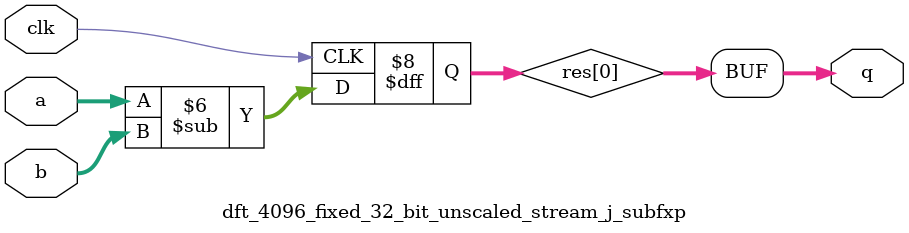
<source format=v>
/*
 * This source file contains a Verilog description of an IP core
 * automatically generated by the SPIRAL HDL Generator.
 *
 * This product includes a hardware design developed by Carnegie Mellon University.
 *
 * Copyright (c) 2005-2011 by Peter A. Milder for the SPIRAL Project,
 * Carnegie Mellon University
 *
 * For more information, see the SPIRAL project website at:
 *   http://www.spiral.net
 *
 * This design is provided for internal, non-commercial research use only
 * and is not for redistribution, with or without modifications.
 * 
 * You may not use the name "Carnegie Mellon University" or derivations
 * thereof to endorse or promote products derived from this software.
 *
 * THE SOFTWARE IS PROVIDED "AS-IS" WITHOUT ANY WARRANTY OF ANY KIND, EITHER
 * EXPRESS, IMPLIED OR STATUTORY, INCLUDING BUT NOT LIMITED TO ANY WARRANTY
 * THAT THE SOFTWARE WILL CONFORM TO SPECIFICATIONS OR BE ERROR-FREE AND ANY
 * IMPLIED WARRANTIES OF MERCHANTABILITY, FITNESS FOR A PARTICULAR PURPOSE,
 * TITLE, OR NON-INFRINGEMENT.  IN NO EVENT SHALL CARNEGIE MELLON UNIVERSITY
 * BE LIABLE FOR ANY DAMAGES, INCLUDING BUT NOT LIMITED TO DIRECT, INDIRECT,
 * SPECIAL OR CONSEQUENTIAL DAMAGES, ARISING OUT OF, RESULTING FROM, OR IN
 * ANY WAY CONNECTED WITH THIS SOFTWARE (WHETHER OR NOT BASED UPON WARRANTY,
 * CONTRACT, TORT OR OTHERWISE).
 *
 */

/* Portions of this design are protected by US Patent no. 8,321,823
 * (assignee: Carnegie Mellon University).
 */
/*

DFT Size = 4096
direction = forward
data type = 32 bit fixed point, unscaled
architecture = fully streaming
radix = 4
streaming width = 4
data ordering = natural input / natural output
BRAM budget = -1

*/



//   Input/output stream: 4 complex words per cycle
//   Throughput: one transform every 1024 cycles
//   Latency: 2897 cycles

//   Resources required:
//     60 multipliers (32 x 32 bit)
//     126 adders (32 x 32 bit)
//     12 RAMs (2048 words, 64 bits per word)
//     4 RAMs (32 words, 64 bits per word)
//     4 RAMs (512 words, 64 bits per word)
//     4 RAMs (8 words, 64 bits per word)
//     4 RAMs (128 words, 64 bits per word)
//     6 ROMs (256 words, 32 bits per word)
//     6 ROMs (64 words, 32 bits per word)
//     6 ROMs (16 words, 32 bits per word)
//     6 ROMs (1024 words, 32 bits per word)

// Generated on Sat Oct 12 14:27:42 EDT 2019

// Latency: 2897 clock cycles
// Throughput: 1 transform every 1024 cycles


// We use an interleaved complex data format.  X0 represents the
// real portion of the first input, and X1 represents the imaginary
// portion.  The X variables are system inputs and the Y variables
// are system outputs.

// The design uses a system of flag signals to indicate the
// beginning of the input and output data streams.  The 'next'
// input (asserted high), is used to instruct the system that the
// input stream will begin on the following cycle.

// This system has a 'gap' of 1024 cycles.  This means that
// 1024 cycles must elapse between the beginning of the input
// vectors.

// The output signal 'next_out' (also asserted high) indicates
// that the output vector will begin streaming out of the system
 // on the following cycle.

// The system has a latency of 2897 cycles.  This means that
// the 'next_out' will be asserted 2897 cycles after the user
// asserts 'next'.

// The simple testbench below will demonstrate the timing for loading
// and unloading data vectors.
// The system reset signal is asserted high.

// Please note: when simulating floating point code, you must include
// Xilinx's DSP slice simulation module.


// Latency: 2897
// Gap: 1024
// module_name_is:dft_top
module dft_4096_fixed_32_bit_unscaled_stream_j_dft_top(clk, reset, next, next_out,
   X0, Y0,
   X1, Y1,
   X2, Y2,
   X3, Y3,
   X4, Y4,
   X5, Y5,
   X6, Y6,
   X7, Y7);

   output next_out;
   input clk, reset, next;

   input [31:0] X0,
      X1,
      X2,
      X3,
      X4,
      X5,
      X6,
      X7;

   output [31:0] Y0,
      Y1,
      Y2,
      Y3,
      Y4,
      Y5,
      Y6,
      Y7;

   wire [31:0] t0_0;
   wire [31:0] t0_1;
   wire [31:0] t0_2;
   wire [31:0] t0_3;
   wire [31:0] t0_4;
   wire [31:0] t0_5;
   wire [31:0] t0_6;
   wire [31:0] t0_7;
   wire next_0;
   wire [31:0] t1_0;
   wire [31:0] t1_1;
   wire [31:0] t1_2;
   wire [31:0] t1_3;
   wire [31:0] t1_4;
   wire [31:0] t1_5;
   wire [31:0] t1_6;
   wire [31:0] t1_7;
   wire next_1;
   wire [31:0] t2_0;
   wire [31:0] t2_1;
   wire [31:0] t2_2;
   wire [31:0] t2_3;
   wire [31:0] t2_4;
   wire [31:0] t2_5;
   wire [31:0] t2_6;
   wire [31:0] t2_7;
   wire next_2;
   wire [31:0] t3_0;
   wire [31:0] t3_1;
   wire [31:0] t3_2;
   wire [31:0] t3_3;
   wire [31:0] t3_4;
   wire [31:0] t3_5;
   wire [31:0] t3_6;
   wire [31:0] t3_7;
   wire next_3;
   wire [31:0] t4_0;
   wire [31:0] t4_1;
   wire [31:0] t4_2;
   wire [31:0] t4_3;
   wire [31:0] t4_4;
   wire [31:0] t4_5;
   wire [31:0] t4_6;
   wire [31:0] t4_7;
   wire next_4;
   wire [31:0] t5_0;
   wire [31:0] t5_1;
   wire [31:0] t5_2;
   wire [31:0] t5_3;
   wire [31:0] t5_4;
   wire [31:0] t5_5;
   wire [31:0] t5_6;
   wire [31:0] t5_7;
   wire next_5;
   wire [31:0] t6_0;
   wire [31:0] t6_1;
   wire [31:0] t6_2;
   wire [31:0] t6_3;
   wire [31:0] t6_4;
   wire [31:0] t6_5;
   wire [31:0] t6_6;
   wire [31:0] t6_7;
   wire next_6;
   wire [31:0] t7_0;
   wire [31:0] t7_1;
   wire [31:0] t7_2;
   wire [31:0] t7_3;
   wire [31:0] t7_4;
   wire [31:0] t7_5;
   wire [31:0] t7_6;
   wire [31:0] t7_7;
   wire next_7;
   wire [31:0] t8_0;
   wire [31:0] t8_1;
   wire [31:0] t8_2;
   wire [31:0] t8_3;
   wire [31:0] t8_4;
   wire [31:0] t8_5;
   wire [31:0] t8_6;
   wire [31:0] t8_7;
   wire next_8;
   wire [31:0] t9_0;
   wire [31:0] t9_1;
   wire [31:0] t9_2;
   wire [31:0] t9_3;
   wire [31:0] t9_4;
   wire [31:0] t9_5;
   wire [31:0] t9_6;
   wire [31:0] t9_7;
   wire next_9;
   wire [31:0] t10_0;
   wire [31:0] t10_1;
   wire [31:0] t10_2;
   wire [31:0] t10_3;
   wire [31:0] t10_4;
   wire [31:0] t10_5;
   wire [31:0] t10_6;
   wire [31:0] t10_7;
   wire next_10;
   wire [31:0] t11_0;
   wire [31:0] t11_1;
   wire [31:0] t11_2;
   wire [31:0] t11_3;
   wire [31:0] t11_4;
   wire [31:0] t11_5;
   wire [31:0] t11_6;
   wire [31:0] t11_7;
   wire next_11;
   wire [31:0] t12_0;
   wire [31:0] t12_1;
   wire [31:0] t12_2;
   wire [31:0] t12_3;
   wire [31:0] t12_4;
   wire [31:0] t12_5;
   wire [31:0] t12_6;
   wire [31:0] t12_7;
   wire next_12;
   wire [31:0] t13_0;
   wire [31:0] t13_1;
   wire [31:0] t13_2;
   wire [31:0] t13_3;
   wire [31:0] t13_4;
   wire [31:0] t13_5;
   wire [31:0] t13_6;
   wire [31:0] t13_7;
   wire next_13;
   wire [31:0] t14_0;
   wire [31:0] t14_1;
   wire [31:0] t14_2;
   wire [31:0] t14_3;
   wire [31:0] t14_4;
   wire [31:0] t14_5;
   wire [31:0] t14_6;
   wire [31:0] t14_7;
   wire next_14;
   wire [31:0] t15_0;
   wire [31:0] t15_1;
   wire [31:0] t15_2;
   wire [31:0] t15_3;
   wire [31:0] t15_4;
   wire [31:0] t15_5;
   wire [31:0] t15_6;
   wire [31:0] t15_7;
   wire next_15;
   wire [31:0] t16_0;
   wire [31:0] t16_1;
   wire [31:0] t16_2;
   wire [31:0] t16_3;
   wire [31:0] t16_4;
   wire [31:0] t16_5;
   wire [31:0] t16_6;
   wire [31:0] t16_7;
   wire next_16;
   wire [31:0] t17_0;
   wire [31:0] t17_1;
   wire [31:0] t17_2;
   wire [31:0] t17_3;
   wire [31:0] t17_4;
   wire [31:0] t17_5;
   wire [31:0] t17_6;
   wire [31:0] t17_7;
   wire next_17;
   wire [31:0] t18_0;
   wire [31:0] t18_1;
   wire [31:0] t18_2;
   wire [31:0] t18_3;
   wire [31:0] t18_4;
   wire [31:0] t18_5;
   wire [31:0] t18_6;
   wire [31:0] t18_7;
   wire next_18;
   assign t0_0 = X0;
   assign Y0 = t18_0;
   assign t0_1 = X1;
   assign Y1 = t18_1;
   assign t0_2 = X2;
   assign Y2 = t18_2;
   assign t0_3 = X3;
   assign Y3 = t18_3;
   assign t0_4 = X4;
   assign Y4 = t18_4;
   assign t0_5 = X5;
   assign Y5 = t18_5;
   assign t0_6 = X6;
   assign Y6 = t18_6;
   assign t0_7 = X7;
   assign Y7 = t18_7;
   assign next_0 = next;
   assign next_out = next_18;

// latency=998, gap=1024
dft_4096_fixed_32_bit_unscaled_stream_j_rc61300 stage0(.clk(clk), .reset(reset), .next(next_0), .next_out(next_1),
    .X0(t0_0), .Y0(t1_0),
    .X1(t0_1), .Y1(t1_1),
    .X2(t0_2), .Y2(t1_2),
    .X3(t0_3), .Y3(t1_3),
    .X4(t0_4), .Y4(t1_4),
    .X5(t0_5), .Y5(t1_5),
    .X6(t0_6), .Y6(t1_6),
    .X7(t0_7), .Y7(t1_7));


// latency=3, gap=1024
dft_4096_fixed_32_bit_unscaled_stream_j_codeBlock61302 stage1(.clk(clk), .reset(reset), .next_in(next_1), .next_out(next_2),
       .X0_in(t1_0), .Y0(t2_0),
       .X1_in(t1_1), .Y1(t2_1),
       .X2_in(t1_2), .Y2(t2_2),
       .X3_in(t1_3), .Y3(t2_3),
       .X4_in(t1_4), .Y4(t2_4),
       .X5_in(t1_5), .Y5(t2_5),
       .X6_in(t1_6), .Y6(t2_6),
       .X7_in(t1_7), .Y7(t2_7));


// latency=8, gap=1024
dft_4096_fixed_32_bit_unscaled_stream_j_rc61515 stage2(.clk(clk), .reset(reset), .next(next_2), .next_out(next_3),
    .X0(t2_0), .Y0(t3_0),
    .X1(t2_1), .Y1(t3_1),
    .X2(t2_2), .Y2(t3_2),
    .X3(t2_3), .Y3(t3_3),
    .X4(t2_4), .Y4(t3_4),
    .X5(t2_5), .Y5(t3_5),
    .X6(t2_6), .Y6(t3_6),
    .X7(t2_7), .Y7(t3_7));


// latency=12, gap=1024
dft_4096_fixed_32_bit_unscaled_stream_j_DirSum_61888 stage3(.next(next_3), .clk(clk), .reset(reset), .next_out(next_4),
       .X0(t3_0), .Y0(t4_0),
       .X1(t3_1), .Y1(t4_1),
       .X2(t3_2), .Y2(t4_2),
       .X3(t3_3), .Y3(t4_3),
       .X4(t3_4), .Y4(t4_4),
       .X5(t3_5), .Y5(t4_5),
       .X6(t3_6), .Y6(t4_6),
       .X7(t3_7), .Y7(t4_7));


// latency=3, gap=1024
dft_4096_fixed_32_bit_unscaled_stream_j_codeBlock61891 stage4(.clk(clk), .reset(reset), .next_in(next_4), .next_out(next_5),
       .X0_in(t4_0), .Y0(t5_0),
       .X1_in(t4_1), .Y1(t5_1),
       .X2_in(t4_2), .Y2(t5_2),
       .X3_in(t4_3), .Y3(t5_3),
       .X4_in(t4_4), .Y4(t5_4),
       .X5_in(t4_5), .Y5(t5_5),
       .X6_in(t4_6), .Y6(t5_6),
       .X7_in(t4_7), .Y7(t5_7));


// latency=17, gap=1024
dft_4096_fixed_32_bit_unscaled_stream_j_rc62104 stage5(.clk(clk), .reset(reset), .next(next_5), .next_out(next_6),
    .X0(t5_0), .Y0(t6_0),
    .X1(t5_1), .Y1(t6_1),
    .X2(t5_2), .Y2(t6_2),
    .X3(t5_3), .Y3(t6_3),
    .X4(t5_4), .Y4(t6_4),
    .X5(t5_5), .Y5(t6_5),
    .X6(t5_6), .Y6(t6_6),
    .X7(t5_7), .Y7(t6_7));


// latency=12, gap=1024
dft_4096_fixed_32_bit_unscaled_stream_j_DirSum_62573 stage6(.next(next_6), .clk(clk), .reset(reset), .next_out(next_7),
       .X0(t6_0), .Y0(t7_0),
       .X1(t6_1), .Y1(t7_1),
       .X2(t6_2), .Y2(t7_2),
       .X3(t6_3), .Y3(t7_3),
       .X4(t6_4), .Y4(t7_4),
       .X5(t6_5), .Y5(t7_5),
       .X6(t6_6), .Y6(t7_6),
       .X7(t6_7), .Y7(t7_7));


// latency=3, gap=1024
dft_4096_fixed_32_bit_unscaled_stream_j_codeBlock62576 stage7(.clk(clk), .reset(reset), .next_in(next_7), .next_out(next_8),
       .X0_in(t7_0), .Y0(t8_0),
       .X1_in(t7_1), .Y1(t8_1),
       .X2_in(t7_2), .Y2(t8_2),
       .X3_in(t7_3), .Y3(t8_3),
       .X4_in(t7_4), .Y4(t8_4),
       .X5_in(t7_5), .Y5(t8_5),
       .X6_in(t7_6), .Y6(t8_6),
       .X7_in(t7_7), .Y7(t8_7));


// latency=53, gap=1024
dft_4096_fixed_32_bit_unscaled_stream_j_rc62789 stage8(.clk(clk), .reset(reset), .next(next_8), .next_out(next_9),
    .X0(t8_0), .Y0(t9_0),
    .X1(t8_1), .Y1(t9_1),
    .X2(t8_2), .Y2(t9_2),
    .X3(t8_3), .Y3(t9_3),
    .X4(t8_4), .Y4(t9_4),
    .X5(t8_5), .Y5(t9_5),
    .X6(t8_6), .Y6(t9_6),
    .X7(t8_7), .Y7(t9_7));


// latency=12, gap=1024
dft_4096_fixed_32_bit_unscaled_stream_j_DirSum_63642 stage9(.next(next_9), .clk(clk), .reset(reset), .next_out(next_10),
       .X0(t9_0), .Y0(t10_0),
       .X1(t9_1), .Y1(t10_1),
       .X2(t9_2), .Y2(t10_2),
       .X3(t9_3), .Y3(t10_3),
       .X4(t9_4), .Y4(t10_4),
       .X5(t9_5), .Y5(t10_5),
       .X6(t9_6), .Y6(t10_6),
       .X7(t9_7), .Y7(t10_7));


// latency=3, gap=1024
dft_4096_fixed_32_bit_unscaled_stream_j_codeBlock63645 stage10(.clk(clk), .reset(reset), .next_in(next_10), .next_out(next_11),
       .X0_in(t10_0), .Y0(t11_0),
       .X1_in(t10_1), .Y1(t11_1),
       .X2_in(t10_2), .Y2(t11_2),
       .X3_in(t10_3), .Y3(t11_3),
       .X4_in(t10_4), .Y4(t11_4),
       .X5_in(t10_5), .Y5(t11_5),
       .X6_in(t10_6), .Y6(t11_6),
       .X7_in(t10_7), .Y7(t11_7));


// latency=197, gap=1024
dft_4096_fixed_32_bit_unscaled_stream_j_rc63858 stage11(.clk(clk), .reset(reset), .next(next_11), .next_out(next_12),
    .X0(t11_0), .Y0(t12_0),
    .X1(t11_1), .Y1(t12_1),
    .X2(t11_2), .Y2(t12_2),
    .X3(t11_3), .Y3(t12_3),
    .X4(t11_4), .Y4(t12_4),
    .X5(t11_5), .Y5(t12_5),
    .X6(t11_6), .Y6(t12_6),
    .X7(t11_7), .Y7(t12_7));


// latency=12, gap=1024
dft_4096_fixed_32_bit_unscaled_stream_j_DirSum_66247 stage12(.next(next_12), .clk(clk), .reset(reset), .next_out(next_13),
       .X0(t12_0), .Y0(t13_0),
       .X1(t12_1), .Y1(t13_1),
       .X2(t12_2), .Y2(t13_2),
       .X3(t12_3), .Y3(t13_3),
       .X4(t12_4), .Y4(t13_4),
       .X5(t12_5), .Y5(t13_5),
       .X6(t12_6), .Y6(t13_6),
       .X7(t12_7), .Y7(t13_7));


// latency=3, gap=1024
dft_4096_fixed_32_bit_unscaled_stream_j_codeBlock66250 stage13(.clk(clk), .reset(reset), .next_in(next_13), .next_out(next_14),
       .X0_in(t13_0), .Y0(t14_0),
       .X1_in(t13_1), .Y1(t14_1),
       .X2_in(t13_2), .Y2(t14_2),
       .X3_in(t13_3), .Y3(t14_3),
       .X4_in(t13_4), .Y4(t14_4),
       .X5_in(t13_5), .Y5(t14_5),
       .X6_in(t13_6), .Y6(t14_6),
       .X7_in(t13_7), .Y7(t14_7));


// latency=773, gap=1024
dft_4096_fixed_32_bit_unscaled_stream_j_rc66463 stage14(.clk(clk), .reset(reset), .next(next_14), .next_out(next_15),
    .X0(t14_0), .Y0(t15_0),
    .X1(t14_1), .Y1(t15_1),
    .X2(t14_2), .Y2(t15_2),
    .X3(t14_3), .Y3(t15_3),
    .X4(t14_4), .Y4(t15_4),
    .X5(t14_5), .Y5(t15_5),
    .X6(t14_6), .Y6(t15_6),
    .X7(t14_7), .Y7(t15_7));


// latency=12, gap=1024
dft_4096_fixed_32_bit_unscaled_stream_j_DirSum_74995 stage15(.next(next_15), .clk(clk), .reset(reset), .next_out(next_16),
       .X0(t15_0), .Y0(t16_0),
       .X1(t15_1), .Y1(t16_1),
       .X2(t15_2), .Y2(t16_2),
       .X3(t15_3), .Y3(t16_3),
       .X4(t15_4), .Y4(t16_4),
       .X5(t15_5), .Y5(t16_5),
       .X6(t15_6), .Y6(t16_6),
       .X7(t15_7), .Y7(t16_7));


// latency=3, gap=1024
dft_4096_fixed_32_bit_unscaled_stream_j_codeBlock74998 stage16(.clk(clk), .reset(reset), .next_in(next_16), .next_out(next_17),
       .X0_in(t16_0), .Y0(t17_0),
       .X1_in(t16_1), .Y1(t17_1),
       .X2_in(t16_2), .Y2(t17_2),
       .X3_in(t16_3), .Y3(t17_3),
       .X4_in(t16_4), .Y4(t17_4),
       .X5_in(t16_5), .Y5(t17_5),
       .X6_in(t16_6), .Y6(t17_6),
       .X7_in(t16_7), .Y7(t17_7));


// latency=773, gap=1024
dft_4096_fixed_32_bit_unscaled_stream_j_rc75211 stage17(.clk(clk), .reset(reset), .next(next_17), .next_out(next_18),
    .X0(t17_0), .Y0(t18_0),
    .X1(t17_1), .Y1(t18_1),
    .X2(t17_2), .Y2(t18_2),
    .X3(t17_3), .Y3(t18_3),
    .X4(t17_4), .Y4(t18_4),
    .X5(t17_5), .Y5(t18_5),
    .X6(t17_6), .Y6(t18_6),
    .X7(t17_7), .Y7(t18_7));


endmodule

// Latency: 998
// Gap: 1024
module dft_4096_fixed_32_bit_unscaled_stream_j_rc61300(clk, reset, next, next_out,
   X0, Y0,
   X1, Y1,
   X2, Y2,
   X3, Y3,
   X4, Y4,
   X5, Y5,
   X6, Y6,
   X7, Y7);

   output next_out;
   input clk, reset, next;

   input [31:0] X0,
      X1,
      X2,
      X3,
      X4,
      X5,
      X6,
      X7;

   output [31:0] Y0,
      Y1,
      Y2,
      Y3,
      Y4,
      Y5,
      Y6,
      Y7;

   wire [63:0] t0;
   wire [63:0] s0;
   assign t0 = {X0, X1};
   wire [63:0] t1;
   wire [63:0] s1;
   assign t1 = {X2, X3};
   wire [63:0] t2;
   wire [63:0] s2;
   assign t2 = {X4, X5};
   wire [63:0] t3;
   wire [63:0] s3;
   assign t3 = {X6, X7};
   assign Y0 = s0[63:32];
   assign Y1 = s0[31:0];
   assign Y2 = s1[63:32];
   assign Y3 = s1[31:0];
   assign Y4 = s2[63:32];
   assign Y5 = s2[31:0];
   assign Y6 = s3[63:32];
   assign Y7 = s3[31:0];

dft_4096_fixed_32_bit_unscaled_stream_j_perm61298 instPerm76964(.x0(t0), .y0(s0),
    .x1(t1), .y1(s1),
    .x2(t2), .y2(s2),
    .x3(t3), .y3(s3),
   .clk(clk), .next(next), .next_out(next_out), .reset(reset)
);



endmodule

// Latency: 998
// Gap: 1024
module dft_4096_fixed_32_bit_unscaled_stream_j_perm61298(clk, next, reset, next_out,
   x0, y0,
   x1, y1,
   x2, y2,
   x3, y3);
   parameter numBanks = 4;
   parameter logBanks = 2;
   parameter depth = 1024;
   parameter logDepth = 10;
   parameter width = 64;

   input [width-1:0]  x0;
   output [width-1:0]  y0;
   wire [width-1:0]  ybuff0;
   input [width-1:0]  x1;
   output [width-1:0]  y1;
   wire [width-1:0]  ybuff1;
   input [width-1:0]  x2;
   output [width-1:0]  y2;
   wire [width-1:0]  ybuff2;
   input [width-1:0]  x3;
   output [width-1:0]  y3;
   wire [width-1:0]  ybuff3;
   input 	      clk, next, reset;
   output 	     next_out;

   wire    	     next0;

   reg              inFlip0, outFlip0;
   reg              inActive, outActive;

   wire [logBanks-1:0] inBank0, outBank0;
   wire [logDepth-1:0] inAddr0, outAddr0;
   wire [logBanks-1:0] outBank_a0;
   wire [logDepth-1:0] outAddr_a0;
   wire [logDepth+logBanks-1:0] addr0, addr0b, addr0c;
   wire [logBanks-1:0] inBank1, outBank1;
   wire [logDepth-1:0] inAddr1, outAddr1;
   wire [logBanks-1:0] outBank_a1;
   wire [logDepth-1:0] outAddr_a1;
   wire [logDepth+logBanks-1:0] addr1, addr1b, addr1c;
   wire [logBanks-1:0] inBank2, outBank2;
   wire [logDepth-1:0] inAddr2, outAddr2;
   wire [logBanks-1:0] outBank_a2;
   wire [logDepth-1:0] outAddr_a2;
   wire [logDepth+logBanks-1:0] addr2, addr2b, addr2c;
   wire [logBanks-1:0] inBank3, outBank3;
   wire [logDepth-1:0] inAddr3, outAddr3;
   wire [logBanks-1:0] outBank_a3;
   wire [logDepth-1:0] outAddr_a3;
   wire [logDepth+logBanks-1:0] addr3, addr3b, addr3c;


   reg [logDepth-1:0]  inCount, outCount, outCount_d, outCount_dd, outCount_for_rd_addr, outCount_for_rd_data;  

   assign    addr0 = {inCount, 2'd0};
   assign    addr0b = {outCount, 2'd0};
   assign    addr0c = {outCount_for_rd_addr, 2'd0};
   assign    addr1 = {inCount, 2'd1};
   assign    addr1b = {outCount, 2'd1};
   assign    addr1c = {outCount_for_rd_addr, 2'd1};
   assign    addr2 = {inCount, 2'd2};
   assign    addr2b = {outCount, 2'd2};
   assign    addr2c = {outCount_for_rd_addr, 2'd2};
   assign    addr3 = {inCount, 2'd3};
   assign    addr3b = {outCount, 2'd3};
   assign    addr3c = {outCount_for_rd_addr, 2'd3};
    wire [width+logDepth-1:0] w_0_0, w_0_1, w_0_2, w_0_3, w_1_0, w_1_1, w_1_2, w_1_3, w_2_0, w_2_1, w_2_2, w_2_3;

    reg [width-1:0] z_0_0;
    reg [width-1:0] z_0_1;
    reg [width-1:0] z_0_2;
    reg [width-1:0] z_0_3;
    wire [width-1:0] z_1_0, z_1_1, z_1_2, z_1_3, z_2_0, z_2_1, z_2_2, z_2_3;

    wire [logDepth-1:0] u_0_0, u_0_1, u_0_2, u_0_3, u_1_0, u_1_1, u_1_2, u_1_3, u_2_0, u_2_1, u_2_2, u_2_3;

    reg inFlip1, outFlip1;
    always @(posedge clk) begin
        inFlip1 <= inFlip0;
        outFlip1 <= outFlip0;
    end

   assign inBank0[0] = addr0[10] ^ addr0[0];
   assign inBank0[1] = addr0[11] ^ addr0[1];
   assign inAddr0[0] = addr0[8];
   assign inAddr0[1] = addr0[9];
   assign inAddr0[2] = addr0[6];
   assign inAddr0[3] = addr0[7];
   assign inAddr0[4] = addr0[4];
   assign inAddr0[5] = addr0[5];
   assign inAddr0[6] = addr0[2];
   assign inAddr0[7] = addr0[3];
   assign inAddr0[8] = addr0[0];
   assign inAddr0[9] = addr0[1];
   assign outBank0[0] = addr0b[10] ^ addr0b[0];
   assign outBank0[1] = addr0b[11] ^ addr0b[1];
   assign outAddr0[0] = addr0b[2];
   assign outAddr0[1] = addr0b[3];
   assign outAddr0[2] = addr0b[4];
   assign outAddr0[3] = addr0b[5];
   assign outAddr0[4] = addr0b[6];
   assign outAddr0[5] = addr0b[7];
   assign outAddr0[6] = addr0b[8];
   assign outAddr0[7] = addr0b[9];
   assign outAddr0[8] = addr0b[10];
   assign outAddr0[9] = addr0b[11];
   assign outBank_a0[0] = addr0c[10] ^ addr0c[0];
   assign outBank_a0[1] = addr0c[11] ^ addr0c[1];
   assign outAddr_a0[0] = addr0c[2];
   assign outAddr_a0[1] = addr0c[3];
   assign outAddr_a0[2] = addr0c[4];
   assign outAddr_a0[3] = addr0c[5];
   assign outAddr_a0[4] = addr0c[6];
   assign outAddr_a0[5] = addr0c[7];
   assign outAddr_a0[6] = addr0c[8];
   assign outAddr_a0[7] = addr0c[9];
   assign outAddr_a0[8] = addr0c[10];
   assign outAddr_a0[9] = addr0c[11];

   assign inBank1[0] = addr1[10] ^ addr1[0];
   assign inBank1[1] = addr1[11] ^ addr1[1];
   assign inAddr1[0] = addr1[8];
   assign inAddr1[1] = addr1[9];
   assign inAddr1[2] = addr1[6];
   assign inAddr1[3] = addr1[7];
   assign inAddr1[4] = addr1[4];
   assign inAddr1[5] = addr1[5];
   assign inAddr1[6] = addr1[2];
   assign inAddr1[7] = addr1[3];
   assign inAddr1[8] = addr1[0];
   assign inAddr1[9] = addr1[1];
   assign outBank1[0] = addr1b[10] ^ addr1b[0];
   assign outBank1[1] = addr1b[11] ^ addr1b[1];
   assign outAddr1[0] = addr1b[2];
   assign outAddr1[1] = addr1b[3];
   assign outAddr1[2] = addr1b[4];
   assign outAddr1[3] = addr1b[5];
   assign outAddr1[4] = addr1b[6];
   assign outAddr1[5] = addr1b[7];
   assign outAddr1[6] = addr1b[8];
   assign outAddr1[7] = addr1b[9];
   assign outAddr1[8] = addr1b[10];
   assign outAddr1[9] = addr1b[11];
   assign outBank_a1[0] = addr1c[10] ^ addr1c[0];
   assign outBank_a1[1] = addr1c[11] ^ addr1c[1];
   assign outAddr_a1[0] = addr1c[2];
   assign outAddr_a1[1] = addr1c[3];
   assign outAddr_a1[2] = addr1c[4];
   assign outAddr_a1[3] = addr1c[5];
   assign outAddr_a1[4] = addr1c[6];
   assign outAddr_a1[5] = addr1c[7];
   assign outAddr_a1[6] = addr1c[8];
   assign outAddr_a1[7] = addr1c[9];
   assign outAddr_a1[8] = addr1c[10];
   assign outAddr_a1[9] = addr1c[11];

   assign inBank2[0] = addr2[10] ^ addr2[0];
   assign inBank2[1] = addr2[11] ^ addr2[1];
   assign inAddr2[0] = addr2[8];
   assign inAddr2[1] = addr2[9];
   assign inAddr2[2] = addr2[6];
   assign inAddr2[3] = addr2[7];
   assign inAddr2[4] = addr2[4];
   assign inAddr2[5] = addr2[5];
   assign inAddr2[6] = addr2[2];
   assign inAddr2[7] = addr2[3];
   assign inAddr2[8] = addr2[0];
   assign inAddr2[9] = addr2[1];
   assign outBank2[0] = addr2b[10] ^ addr2b[0];
   assign outBank2[1] = addr2b[11] ^ addr2b[1];
   assign outAddr2[0] = addr2b[2];
   assign outAddr2[1] = addr2b[3];
   assign outAddr2[2] = addr2b[4];
   assign outAddr2[3] = addr2b[5];
   assign outAddr2[4] = addr2b[6];
   assign outAddr2[5] = addr2b[7];
   assign outAddr2[6] = addr2b[8];
   assign outAddr2[7] = addr2b[9];
   assign outAddr2[8] = addr2b[10];
   assign outAddr2[9] = addr2b[11];
   assign outBank_a2[0] = addr2c[10] ^ addr2c[0];
   assign outBank_a2[1] = addr2c[11] ^ addr2c[1];
   assign outAddr_a2[0] = addr2c[2];
   assign outAddr_a2[1] = addr2c[3];
   assign outAddr_a2[2] = addr2c[4];
   assign outAddr_a2[3] = addr2c[5];
   assign outAddr_a2[4] = addr2c[6];
   assign outAddr_a2[5] = addr2c[7];
   assign outAddr_a2[6] = addr2c[8];
   assign outAddr_a2[7] = addr2c[9];
   assign outAddr_a2[8] = addr2c[10];
   assign outAddr_a2[9] = addr2c[11];

   assign inBank3[0] = addr3[10] ^ addr3[0];
   assign inBank3[1] = addr3[11] ^ addr3[1];
   assign inAddr3[0] = addr3[8];
   assign inAddr3[1] = addr3[9];
   assign inAddr3[2] = addr3[6];
   assign inAddr3[3] = addr3[7];
   assign inAddr3[4] = addr3[4];
   assign inAddr3[5] = addr3[5];
   assign inAddr3[6] = addr3[2];
   assign inAddr3[7] = addr3[3];
   assign inAddr3[8] = addr3[0];
   assign inAddr3[9] = addr3[1];
   assign outBank3[0] = addr3b[10] ^ addr3b[0];
   assign outBank3[1] = addr3b[11] ^ addr3b[1];
   assign outAddr3[0] = addr3b[2];
   assign outAddr3[1] = addr3b[3];
   assign outAddr3[2] = addr3b[4];
   assign outAddr3[3] = addr3b[5];
   assign outAddr3[4] = addr3b[6];
   assign outAddr3[5] = addr3b[7];
   assign outAddr3[6] = addr3b[8];
   assign outAddr3[7] = addr3b[9];
   assign outAddr3[8] = addr3b[10];
   assign outAddr3[9] = addr3b[11];
   assign outBank_a3[0] = addr3c[10] ^ addr3c[0];
   assign outBank_a3[1] = addr3c[11] ^ addr3c[1];
   assign outAddr_a3[0] = addr3c[2];
   assign outAddr_a3[1] = addr3c[3];
   assign outAddr_a3[2] = addr3c[4];
   assign outAddr_a3[3] = addr3c[5];
   assign outAddr_a3[4] = addr3c[6];
   assign outAddr_a3[5] = addr3c[7];
   assign outAddr_a3[6] = addr3c[8];
   assign outAddr_a3[7] = addr3c[9];
   assign outAddr_a3[8] = addr3c[10];
   assign outAddr_a3[9] = addr3c[11];

dft_4096_fixed_32_bit_unscaled_stream_j_nextReg #(994, 10) nextReg_76969(.X(next), .Y(next0), .reset(reset), .clk(clk));


dft_4096_fixed_32_bit_unscaled_stream_j_shiftRegFIFO #(4, 1) shiftFIFO_76972(.X(next0), .Y(next_out), .clk(clk));


dft_4096_fixed_32_bit_unscaled_stream_j_memArray4096_61298 #(numBanks, logBanks, depth, logDepth, width)
     memSys(.inFlip(inFlip1), .outFlip(outFlip1), .next(next), .reset(reset),
        .x0(w_2_0[width+logDepth-1:logDepth]), .y0(ybuff0),
        .inAddr0(w_2_0[logDepth-1:0]),
        .outAddr0(u_2_0), 
        .x1(w_2_1[width+logDepth-1:logDepth]), .y1(ybuff1),
        .inAddr1(w_2_1[logDepth-1:0]),
        .outAddr1(u_2_1), 
        .x2(w_2_2[width+logDepth-1:logDepth]), .y2(ybuff2),
        .inAddr2(w_2_2[logDepth-1:0]),
        .outAddr2(u_2_2), 
        .x3(w_2_3[width+logDepth-1:logDepth]), .y3(ybuff3),
        .inAddr3(w_2_3[logDepth-1:0]),
        .outAddr3(u_2_3), 
        .clk(clk));

   always @(posedge clk) begin
      if (reset == 1) begin
      z_0_0 <= 0;
      z_0_1 <= 0;
      z_0_2 <= 0;
      z_0_3 <= 0;
         inFlip0 <= 0; outFlip0 <= 1; outCount <= 0; inCount <= 0;
        outCount_for_rd_addr <= 0;
        outCount_for_rd_data <= 0;
      end
      else begin
          outCount_d <= outCount;
          outCount_dd <= outCount_d;
         if (inCount == 993)
            outCount_for_rd_addr <= 0;
         else
            outCount_for_rd_addr <= outCount_for_rd_addr+1;
         if (inCount == 996)
            outCount_for_rd_data <= 0;
         else
            outCount_for_rd_data <= outCount_for_rd_data+1;
      z_0_0 <= ybuff0;
      z_0_1 <= ybuff1;
      z_0_2 <= ybuff2;
      z_0_3 <= ybuff3;
         if (inCount == 993) begin
            outFlip0 <= ~outFlip0;
            outCount <= 0;
         end
         else
            outCount <= outCount+1;
         if (inCount == 1023) begin
            inFlip0 <= ~inFlip0;
         end
         if (next == 1) begin
            if (inCount >= 993)
               inFlip0 <= ~inFlip0;
            inCount <= 0;
         end
         else
            inCount <= inCount + 1;
      end
   end
    assign w_0_0 = {x0, inAddr0};
    assign w_0_1 = {x1, inAddr1};
    assign w_0_2 = {x2, inAddr2};
    assign w_0_3 = {x3, inAddr3};
    assign y0 = z_2_0;
    assign y1 = z_2_1;
    assign y2 = z_2_2;
    assign y3 = z_2_3;
    assign u_0_0 = outAddr_a0;
    assign u_0_1 = outAddr_a1;
    assign u_0_2 = outAddr_a2;
    assign u_0_3 = outAddr_a3;
    wire wr_ctrl_st_0;
    assign wr_ctrl_st_0 = inCount[9];

dft_4096_fixed_32_bit_unscaled_stream_j_switch #(logDepth+width) in_sw_0_0(.x0(w_0_0), .x1(w_0_2), .y0(w_1_0), .y1(w_1_2), .ctrl(wr_ctrl_st_0));
dft_4096_fixed_32_bit_unscaled_stream_j_switch #(logDepth+width) in_sw_0_1(.x0(w_0_1), .x1(w_0_3), .y0(w_1_1), .y1(w_1_3), .ctrl(wr_ctrl_st_0));
    reg [width+logDepth-1:0] w_1_0_pipe;
    reg [width+logDepth-1:0] w_1_1_pipe;
    reg [width+logDepth-1:0] w_1_2_pipe;
    reg [width+logDepth-1:0] w_1_3_pipe;

    always @(posedge clk) begin
        w_1_0_pipe <= w_1_0;
        w_1_1_pipe <= w_1_1;
        w_1_2_pipe <= w_1_2;
        w_1_3_pipe <= w_1_3;
    end

    wire wr_ctrl_st_1;
    reg wr_ctrl_st_1_1;
    always @(posedge clk) begin
        wr_ctrl_st_1_1 <= inCount[8];
    end
    assign wr_ctrl_st_1 = wr_ctrl_st_1_1;

dft_4096_fixed_32_bit_unscaled_stream_j_switch #(logDepth+width) in_sw_1_0(.x0(w_1_0_pipe), .x1(w_1_1_pipe), .y0(w_2_0), .y1(w_2_1), .ctrl(wr_ctrl_st_1));
dft_4096_fixed_32_bit_unscaled_stream_j_switch #(logDepth+width) in_sw_1_1(.x0(w_1_2_pipe), .x1(w_1_3_pipe), .y0(w_2_2), .y1(w_2_3), .ctrl(wr_ctrl_st_1));
    wire rdd_ctrl_st_0;
    assign rdd_ctrl_st_0 = outCount_for_rd_data[9];

dft_4096_fixed_32_bit_unscaled_stream_j_switch #(width) out_sw_0_0(.x0(z_0_0), .x1(z_0_2), .y0(z_1_0), .y1(z_1_2), .ctrl(rdd_ctrl_st_0));
dft_4096_fixed_32_bit_unscaled_stream_j_switch #(width) out_sw_0_1(.x0(z_0_1), .x1(z_0_3), .y0(z_1_1), .y1(z_1_3), .ctrl(rdd_ctrl_st_0));
    reg [width-1:0] z_1_0_pipe;
    reg [width-1:0] z_1_1_pipe;
    reg [width-1:0] z_1_2_pipe;
    reg [width-1:0] z_1_3_pipe;

    always @(posedge clk) begin
        z_1_0_pipe <= z_1_0;
        z_1_1_pipe <= z_1_1;
        z_1_2_pipe <= z_1_2;
        z_1_3_pipe <= z_1_3;
    end

    wire rdd_ctrl_st_1;
    reg rdd_ctrl_st_1_1;
    always @(posedge clk) begin
        rdd_ctrl_st_1_1 <= outCount_for_rd_data[8];

    end
    assign rdd_ctrl_st_1 = rdd_ctrl_st_1_1;

dft_4096_fixed_32_bit_unscaled_stream_j_switch #(width) out_sw_1_0(.x0(z_1_0_pipe), .x1(z_1_1_pipe), .y0(z_2_0), .y1(z_2_1), .ctrl(rdd_ctrl_st_1));
dft_4096_fixed_32_bit_unscaled_stream_j_switch #(width) out_sw_1_1(.x0(z_1_2_pipe), .x1(z_1_3_pipe), .y0(z_2_2), .y1(z_2_3), .ctrl(rdd_ctrl_st_1));
    wire rda_ctrl_st_0;
    assign rda_ctrl_st_0 = outCount_for_rd_addr[9];

dft_4096_fixed_32_bit_unscaled_stream_j_switch #(logDepth) rdaddr_sw_0_0(.x0(u_0_0), .x1(u_0_2), .y0(u_1_0), .y1(u_1_2), .ctrl(rda_ctrl_st_0));
dft_4096_fixed_32_bit_unscaled_stream_j_switch #(logDepth) rdaddr_sw_0_1(.x0(u_0_1), .x1(u_0_3), .y0(u_1_1), .y1(u_1_3), .ctrl(rda_ctrl_st_0));
    reg [logDepth-1:0] u_1_0_pipe;
    reg [logDepth-1:0] u_1_1_pipe;
    reg [logDepth-1:0] u_1_2_pipe;
    reg [logDepth-1:0] u_1_3_pipe;

    always @(posedge clk) begin
        u_1_0_pipe <= u_1_0;
        u_1_1_pipe <= u_1_1;
        u_1_2_pipe <= u_1_2;
        u_1_3_pipe <= u_1_3;
    end

    wire rda_ctrl_st_1;
    reg rda_ctrl_st_1_1;
    always @(posedge clk) begin
        rda_ctrl_st_1_1 <= outCount_for_rd_addr[8];

    end
    assign rda_ctrl_st_1 = rda_ctrl_st_1_1;

dft_4096_fixed_32_bit_unscaled_stream_j_switch #(logDepth) rdaddr_sw_1_0(.x0(u_1_0_pipe), .x1(u_1_1_pipe), .y0(u_2_0), .y1(u_2_1), .ctrl(rda_ctrl_st_1));
dft_4096_fixed_32_bit_unscaled_stream_j_switch #(logDepth) rdaddr_sw_1_1(.x0(u_1_2_pipe), .x1(u_1_3_pipe), .y0(u_2_2), .y1(u_2_3), .ctrl(rda_ctrl_st_1));
endmodule

module dft_4096_fixed_32_bit_unscaled_stream_j_memArray4096_61298(next, reset,
                x0, y0,
                inAddr0,
                outAddr0,
                x1, y1,
                inAddr1,
                outAddr1,
                x2, y2,
                inAddr2,
                outAddr2,
                x3, y3,
                inAddr3,
                outAddr3,
                clk, inFlip, outFlip);

   parameter numBanks = 4;
   parameter logBanks = 2;
   parameter depth = 1024;
   parameter logDepth = 10;
   parameter width = 64;

   input     clk, next, reset;
   input    inFlip, outFlip;
   wire    next0;

   input [width-1:0]   x0;
   output [width-1:0]  y0;
   input [logDepth-1:0] inAddr0, outAddr0;
   input [width-1:0]   x1;
   output [width-1:0]  y1;
   input [logDepth-1:0] inAddr1, outAddr1;
   input [width-1:0]   x2;
   output [width-1:0]  y2;
   input [logDepth-1:0] inAddr2, outAddr2;
   input [width-1:0]   x3;
   output [width-1:0]  y3;
   input [logDepth-1:0] inAddr3, outAddr3;
dft_4096_fixed_32_bit_unscaled_stream_j_nextReg #(1024, 10) nextReg_76977(.X(next), .Y(next0), .reset(reset), .clk(clk));


dft_4096_fixed_32_bit_unscaled_stream_j_memMod #(depth*2, width, logDepth+1)
     memMod0(.in(x0), .out(y0), .inAddr({inFlip, inAddr0}),
	   .outAddr({outFlip, outAddr0}), .writeSel(1'b1), .clk(clk));   
dft_4096_fixed_32_bit_unscaled_stream_j_memMod #(depth*2, width, logDepth+1)
     memMod1(.in(x1), .out(y1), .inAddr({inFlip, inAddr1}),
	   .outAddr({outFlip, outAddr1}), .writeSel(1'b1), .clk(clk));   
dft_4096_fixed_32_bit_unscaled_stream_j_memMod #(depth*2, width, logDepth+1)
     memMod2(.in(x2), .out(y2), .inAddr({inFlip, inAddr2}),
	   .outAddr({outFlip, outAddr2}), .writeSel(1'b1), .clk(clk));   
dft_4096_fixed_32_bit_unscaled_stream_j_memMod #(depth*2, width, logDepth+1)
     memMod3(.in(x3), .out(y3), .inAddr({inFlip, inAddr3}),
	   .outAddr({outFlip, outAddr3}), .writeSel(1'b1), .clk(clk));   
endmodule

module dft_4096_fixed_32_bit_unscaled_stream_j_nextReg(X, Y, reset, clk);
   parameter depth=2, logDepth=1;

   output Y;
   input X;
   input              clk, reset;
   reg [logDepth:0] count;
   reg                active;

   assign Y = (count == depth) ? 1 : 0;

   always @ (posedge clk) begin
      if (reset == 1) begin
         count <= 0;
         active <= 0;
      end
      else if (X == 1) begin
         active <= 1;
         count <= 1;
      end
      else if (count == depth) begin
         count <= 0;
         active <= 0;
      end
      else if (active)
         count <= count+1;
   end
endmodule


module dft_4096_fixed_32_bit_unscaled_stream_j_memMod(in, out, inAddr, outAddr, writeSel, clk);

   parameter depth=1024, width=16, logDepth=10;

   input [width-1:0]    in;
   input [logDepth-1:0] inAddr, outAddr;
   input 	        writeSel, clk;
   output [width-1:0] 	out;
   reg [width-1:0] 	out;

   // synthesis attribute ram_style of mem is block

   reg [width-1:0] 	mem[depth-1:0]; 

   always @(posedge clk) begin
      out <= mem[outAddr];

      if (writeSel)
        mem[inAddr] <= in;
   end
endmodule 



module dft_4096_fixed_32_bit_unscaled_stream_j_memMod_dist(in, out, inAddr, outAddr, writeSel, clk);

   parameter depth=1024, width=16, logDepth=10;

   input [width-1:0]    in;
   input [logDepth-1:0] inAddr, outAddr;
   input 	        writeSel, clk;
   output [width-1:0] 	out;
   reg [width-1:0] 	out;

   // synthesis attribute ram_style of mem is distributed

   reg [width-1:0] 	mem[depth-1:0]; 

   always @(posedge clk) begin
      out <= mem[outAddr];

      if (writeSel)
        mem[inAddr] <= in;
   end
endmodule 

module dft_4096_fixed_32_bit_unscaled_stream_j_switch(ctrl, x0, x1, y0, y1);
    parameter width = 16;
    input [width-1:0] x0, x1;
    output [width-1:0] y0, y1;
    input ctrl;
    assign y0 = (ctrl == 0) ? x0 : x1;
    assign y1 = (ctrl == 0) ? x1 : x0;
endmodule

module dft_4096_fixed_32_bit_unscaled_stream_j_shiftRegFIFO(X, Y, clk);
   parameter depth=1, width=1;

   output [width-1:0] Y;
   input  [width-1:0] X;
   input              clk;

   reg [width-1:0]    mem [depth-1:0];
   integer            index;

   assign Y = mem[depth-1];

   always @ (posedge clk) begin
      for(index=1;index<depth;index=index+1) begin
         mem[index] <= mem[index-1];
      end
      mem[0]<=X;
   end
endmodule

// Latency: 3
// Gap: 1
module dft_4096_fixed_32_bit_unscaled_stream_j_codeBlock61302(clk, reset, next_in, next_out,
   X0_in, Y0,
   X1_in, Y1,
   X2_in, Y2,
   X3_in, Y3,
   X4_in, Y4,
   X5_in, Y5,
   X6_in, Y6,
   X7_in, Y7);

   output next_out;
   input clk, reset, next_in;

   reg next;

   input [31:0] X0_in,
      X1_in,
      X2_in,
      X3_in,
      X4_in,
      X5_in,
      X6_in,
      X7_in;

   reg   [31:0] X0,
      X1,
      X2,
      X3,
      X4,
      X5,
      X6,
      X7;

   output [31:0] Y0,
      Y1,
      Y2,
      Y3,
      Y4,
      Y5,
      Y6,
      Y7;

dft_4096_fixed_32_bit_unscaled_stream_j_shiftRegFIFO #(2, 1) shiftFIFO_76984(.X(next), .Y(next_out), .clk(clk));


   wire signed [31:0] a618;
   wire signed [31:0] a619;
   wire signed [31:0] a620;
   wire signed [31:0] a621;
   wire signed [31:0] a626;
   wire signed [31:0] a627;
   wire signed [31:0] a628;
   wire signed [31:0] a629;
   wire signed [31:0] t754;
   wire signed [31:0] t755;
   wire signed [31:0] t756;
   wire signed [31:0] t757;
   wire signed [31:0] t758;
   wire signed [31:0] t759;
   wire signed [31:0] t760;
   wire signed [31:0] t761;
   wire signed [31:0] t762;
   wire signed [31:0] t763;
   wire signed [31:0] t764;
   wire signed [31:0] t765;
   wire signed [31:0] Y0;
   wire signed [31:0] Y1;
   wire signed [31:0] Y4;
   wire signed [31:0] Y5;
   wire signed [31:0] t766;
   wire signed [31:0] t767;
   wire signed [31:0] t768;
   wire signed [31:0] t769;
   wire signed [31:0] Y2;
   wire signed [31:0] Y3;
   wire signed [31:0] Y6;
   wire signed [31:0] Y7;


   assign a618 = X0;
   assign a619 = X4;
   assign a620 = X1;
   assign a621 = X5;
   assign a626 = X2;
   assign a627 = X6;
   assign a628 = X3;
   assign a629 = X7;
   assign Y0 = t762;
   assign Y1 = t763;
   assign Y4 = t764;
   assign Y5 = t765;
   assign Y2 = t766;
   assign Y3 = t767;
   assign Y6 = t768;
   assign Y7 = t769;

dft_4096_fixed_32_bit_unscaled_stream_j_addfxp #(32, 1) add61314(.a(a618), .b(a619), .clk(clk), .q(t754));    // 0
dft_4096_fixed_32_bit_unscaled_stream_j_addfxp #(32, 1) add61329(.a(a620), .b(a621), .clk(clk), .q(t755));    // 0
dft_4096_fixed_32_bit_unscaled_stream_j_subfxp #(32, 1) sub61344(.a(a618), .b(a619), .clk(clk), .q(t756));    // 0
dft_4096_fixed_32_bit_unscaled_stream_j_subfxp #(32, 1) sub61359(.a(a620), .b(a621), .clk(clk), .q(t757));    // 0
dft_4096_fixed_32_bit_unscaled_stream_j_addfxp #(32, 1) add61374(.a(a626), .b(a627), .clk(clk), .q(t758));    // 0
dft_4096_fixed_32_bit_unscaled_stream_j_addfxp #(32, 1) add61389(.a(a628), .b(a629), .clk(clk), .q(t759));    // 0
dft_4096_fixed_32_bit_unscaled_stream_j_subfxp #(32, 1) sub61404(.a(a626), .b(a627), .clk(clk), .q(t760));    // 0
dft_4096_fixed_32_bit_unscaled_stream_j_subfxp #(32, 1) sub61419(.a(a628), .b(a629), .clk(clk), .q(t761));    // 0
dft_4096_fixed_32_bit_unscaled_stream_j_addfxp #(32, 1) add61426(.a(t754), .b(t758), .clk(clk), .q(t762));    // 1
dft_4096_fixed_32_bit_unscaled_stream_j_addfxp #(32, 1) add61433(.a(t755), .b(t759), .clk(clk), .q(t763));    // 1
dft_4096_fixed_32_bit_unscaled_stream_j_subfxp #(32, 1) sub61440(.a(t754), .b(t758), .clk(clk), .q(t764));    // 1
dft_4096_fixed_32_bit_unscaled_stream_j_subfxp #(32, 1) sub61447(.a(t755), .b(t759), .clk(clk), .q(t765));    // 1
dft_4096_fixed_32_bit_unscaled_stream_j_addfxp #(32, 1) add61470(.a(t756), .b(t761), .clk(clk), .q(t766));    // 1
dft_4096_fixed_32_bit_unscaled_stream_j_subfxp #(32, 1) sub61477(.a(t757), .b(t760), .clk(clk), .q(t767));    // 1
dft_4096_fixed_32_bit_unscaled_stream_j_subfxp #(32, 1) sub61484(.a(t756), .b(t761), .clk(clk), .q(t768));    // 1
dft_4096_fixed_32_bit_unscaled_stream_j_addfxp #(32, 1) add61491(.a(t757), .b(t760), .clk(clk), .q(t769));    // 1


   always @(posedge clk) begin
      if (reset == 1) begin
      end
      else begin
         X0 <= X0_in;
         X1 <= X1_in;
         X2 <= X2_in;
         X3 <= X3_in;
         X4 <= X4_in;
         X5 <= X5_in;
         X6 <= X6_in;
         X7 <= X7_in;
         next <= next_in;
      end
   end
endmodule

// Latency: 8
// Gap: 4
module dft_4096_fixed_32_bit_unscaled_stream_j_rc61515(clk, reset, next, next_out,
   X0, Y0,
   X1, Y1,
   X2, Y2,
   X3, Y3,
   X4, Y4,
   X5, Y5,
   X6, Y6,
   X7, Y7);

   output next_out;
   input clk, reset, next;

   input [31:0] X0,
      X1,
      X2,
      X3,
      X4,
      X5,
      X6,
      X7;

   output [31:0] Y0,
      Y1,
      Y2,
      Y3,
      Y4,
      Y5,
      Y6,
      Y7;

   wire [63:0] t0;
   wire [63:0] s0;
   assign t0 = {X0, X1};
   wire [63:0] t1;
   wire [63:0] s1;
   assign t1 = {X2, X3};
   wire [63:0] t2;
   wire [63:0] s2;
   assign t2 = {X4, X5};
   wire [63:0] t3;
   wire [63:0] s3;
   assign t3 = {X6, X7};
   assign Y0 = s0[63:32];
   assign Y1 = s0[31:0];
   assign Y2 = s1[63:32];
   assign Y3 = s1[31:0];
   assign Y4 = s2[63:32];
   assign Y5 = s2[31:0];
   assign Y6 = s3[63:32];
   assign Y7 = s3[31:0];

dft_4096_fixed_32_bit_unscaled_stream_j_perm61513 instPerm76985(.x0(t0), .y0(s0),
    .x1(t1), .y1(s1),
    .x2(t2), .y2(s2),
    .x3(t3), .y3(s3),
   .clk(clk), .next(next), .next_out(next_out), .reset(reset)
);



endmodule

// Latency: 8
// Gap: 4
module dft_4096_fixed_32_bit_unscaled_stream_j_perm61513(clk, next, reset, next_out,
   x0, y0,
   x1, y1,
   x2, y2,
   x3, y3);
   parameter numBanks = 4;
   parameter logBanks = 2;
   parameter depth = 4;
   parameter logDepth = 2;
   parameter width = 64;

   input [width-1:0]  x0;
   output [width-1:0]  y0;
   wire [width-1:0]  ybuff0;
   input [width-1:0]  x1;
   output [width-1:0]  y1;
   wire [width-1:0]  ybuff1;
   input [width-1:0]  x2;
   output [width-1:0]  y2;
   wire [width-1:0]  ybuff2;
   input [width-1:0]  x3;
   output [width-1:0]  y3;
   wire [width-1:0]  ybuff3;
   input 	      clk, next, reset;
   output 	     next_out;

   wire    	     next0;

   reg              inFlip0, outFlip0;
   reg              inActive, outActive;

   wire [logBanks-1:0] inBank0, outBank0;
   wire [logDepth-1:0] inAddr0, outAddr0;
   wire [logBanks-1:0] outBank_a0;
   wire [logDepth-1:0] outAddr_a0;
   wire [logDepth+logBanks-1:0] addr0, addr0b, addr0c;
   wire [logBanks-1:0] inBank1, outBank1;
   wire [logDepth-1:0] inAddr1, outAddr1;
   wire [logBanks-1:0] outBank_a1;
   wire [logDepth-1:0] outAddr_a1;
   wire [logDepth+logBanks-1:0] addr1, addr1b, addr1c;
   wire [logBanks-1:0] inBank2, outBank2;
   wire [logDepth-1:0] inAddr2, outAddr2;
   wire [logBanks-1:0] outBank_a2;
   wire [logDepth-1:0] outAddr_a2;
   wire [logDepth+logBanks-1:0] addr2, addr2b, addr2c;
   wire [logBanks-1:0] inBank3, outBank3;
   wire [logDepth-1:0] inAddr3, outAddr3;
   wire [logBanks-1:0] outBank_a3;
   wire [logDepth-1:0] outAddr_a3;
   wire [logDepth+logBanks-1:0] addr3, addr3b, addr3c;


   reg [logDepth-1:0]  inCount, outCount, outCount_d, outCount_dd, outCount_for_rd_addr, outCount_for_rd_data;  

   assign    addr0 = {inCount, 2'd0};
   assign    addr0b = {outCount, 2'd0};
   assign    addr0c = {outCount_for_rd_addr, 2'd0};
   assign    addr1 = {inCount, 2'd1};
   assign    addr1b = {outCount, 2'd1};
   assign    addr1c = {outCount_for_rd_addr, 2'd1};
   assign    addr2 = {inCount, 2'd2};
   assign    addr2b = {outCount, 2'd2};
   assign    addr2c = {outCount_for_rd_addr, 2'd2};
   assign    addr3 = {inCount, 2'd3};
   assign    addr3b = {outCount, 2'd3};
   assign    addr3c = {outCount_for_rd_addr, 2'd3};
    wire [width+logDepth-1:0] w_0_0, w_0_1, w_0_2, w_0_3, w_1_0, w_1_1, w_1_2, w_1_3, w_2_0, w_2_1, w_2_2, w_2_3;

    reg [width-1:0] z_0_0;
    reg [width-1:0] z_0_1;
    reg [width-1:0] z_0_2;
    reg [width-1:0] z_0_3;
    wire [width-1:0] z_1_0, z_1_1, z_1_2, z_1_3, z_2_0, z_2_1, z_2_2, z_2_3;

    wire [logDepth-1:0] u_0_0, u_0_1, u_0_2, u_0_3, u_1_0, u_1_1, u_1_2, u_1_3, u_2_0, u_2_1, u_2_2, u_2_3;

    reg inFlip1, outFlip1;
    always @(posedge clk) begin
        inFlip1 <= inFlip0;
        outFlip1 <= outFlip0;
    end

   assign inBank0[0] = addr0[2] ^ addr0[0];
   assign inBank0[1] = addr0[3] ^ addr0[1];
   assign inAddr0[0] = addr0[0];
   assign inAddr0[1] = addr0[1];
   assign outBank0[0] = addr0b[2] ^ addr0b[0];
   assign outBank0[1] = addr0b[3] ^ addr0b[1];
   assign outAddr0[0] = addr0b[2];
   assign outAddr0[1] = addr0b[3];
   assign outBank_a0[0] = addr0c[2] ^ addr0c[0];
   assign outBank_a0[1] = addr0c[3] ^ addr0c[1];
   assign outAddr_a0[0] = addr0c[2];
   assign outAddr_a0[1] = addr0c[3];

   assign inBank1[0] = addr1[2] ^ addr1[0];
   assign inBank1[1] = addr1[3] ^ addr1[1];
   assign inAddr1[0] = addr1[0];
   assign inAddr1[1] = addr1[1];
   assign outBank1[0] = addr1b[2] ^ addr1b[0];
   assign outBank1[1] = addr1b[3] ^ addr1b[1];
   assign outAddr1[0] = addr1b[2];
   assign outAddr1[1] = addr1b[3];
   assign outBank_a1[0] = addr1c[2] ^ addr1c[0];
   assign outBank_a1[1] = addr1c[3] ^ addr1c[1];
   assign outAddr_a1[0] = addr1c[2];
   assign outAddr_a1[1] = addr1c[3];

   assign inBank2[0] = addr2[2] ^ addr2[0];
   assign inBank2[1] = addr2[3] ^ addr2[1];
   assign inAddr2[0] = addr2[0];
   assign inAddr2[1] = addr2[1];
   assign outBank2[0] = addr2b[2] ^ addr2b[0];
   assign outBank2[1] = addr2b[3] ^ addr2b[1];
   assign outAddr2[0] = addr2b[2];
   assign outAddr2[1] = addr2b[3];
   assign outBank_a2[0] = addr2c[2] ^ addr2c[0];
   assign outBank_a2[1] = addr2c[3] ^ addr2c[1];
   assign outAddr_a2[0] = addr2c[2];
   assign outAddr_a2[1] = addr2c[3];

   assign inBank3[0] = addr3[2] ^ addr3[0];
   assign inBank3[1] = addr3[3] ^ addr3[1];
   assign inAddr3[0] = addr3[0];
   assign inAddr3[1] = addr3[1];
   assign outBank3[0] = addr3b[2] ^ addr3b[0];
   assign outBank3[1] = addr3b[3] ^ addr3b[1];
   assign outAddr3[0] = addr3b[2];
   assign outAddr3[1] = addr3b[3];
   assign outBank_a3[0] = addr3c[2] ^ addr3c[0];
   assign outBank_a3[1] = addr3c[3] ^ addr3c[1];
   assign outAddr_a3[0] = addr3c[2];
   assign outAddr_a3[1] = addr3c[3];

dft_4096_fixed_32_bit_unscaled_stream_j_shiftRegFIFO #(4, 1) shiftFIFO_76988(.X(next), .Y(next0), .clk(clk));


dft_4096_fixed_32_bit_unscaled_stream_j_shiftRegFIFO #(4, 1) shiftFIFO_76991(.X(next0), .Y(next_out), .clk(clk));


dft_4096_fixed_32_bit_unscaled_stream_j_memArray16_61513 #(numBanks, logBanks, depth, logDepth, width)
     memSys(.inFlip(inFlip1), .outFlip(outFlip1), .next(next), .reset(reset),
        .x0(w_2_0[width+logDepth-1:logDepth]), .y0(ybuff0),
        .inAddr0(w_2_0[logDepth-1:0]),
        .outAddr0(u_2_0), 
        .x1(w_2_1[width+logDepth-1:logDepth]), .y1(ybuff1),
        .inAddr1(w_2_1[logDepth-1:0]),
        .outAddr1(u_2_1), 
        .x2(w_2_2[width+logDepth-1:logDepth]), .y2(ybuff2),
        .inAddr2(w_2_2[logDepth-1:0]),
        .outAddr2(u_2_2), 
        .x3(w_2_3[width+logDepth-1:logDepth]), .y3(ybuff3),
        .inAddr3(w_2_3[logDepth-1:0]),
        .outAddr3(u_2_3), 
        .clk(clk));

    reg resetOutCountRd2_4;
    reg resetOutCountRd2_5;
    reg resetOutCountRd2_6;

    always @(posedge clk) begin
        if (reset == 1) begin
            resetOutCountRd2_4 <= 0;
            resetOutCountRd2_5 <= 0;
            resetOutCountRd2_6 <= 0;
        end
        else begin
            resetOutCountRd2_4 <= (inCount == 3) ? 1'b1 : 1'b0;
            resetOutCountRd2_5 <= resetOutCountRd2_4;
            resetOutCountRd2_6 <= resetOutCountRd2_5;
            if (resetOutCountRd2_6 == 1'b1)
                outCount_for_rd_data <= 0;
            else
                outCount_for_rd_data <= outCount_for_rd_data+1;
        end
    end
   always @(posedge clk) begin
      if (reset == 1) begin
      z_0_0 <= 0;
      z_0_1 <= 0;
      z_0_2 <= 0;
      z_0_3 <= 0;
         inFlip0 <= 0; outFlip0 <= 1; outCount <= 0; inCount <= 0;
        outCount_for_rd_addr <= 0;
      end
      else begin
          outCount_d <= outCount;
          outCount_dd <= outCount_d;
         if (inCount == 3)
            outCount_for_rd_addr <= 0;
         else
            outCount_for_rd_addr <= outCount_for_rd_addr+1;
      z_0_0 <= ybuff0;
      z_0_1 <= ybuff1;
      z_0_2 <= ybuff2;
      z_0_3 <= ybuff3;
         if (inCount == 3) begin
            outFlip0 <= ~outFlip0;
            outCount <= 0;
         end
         else
            outCount <= outCount+1;
         if (inCount == 3) begin
            inFlip0 <= ~inFlip0;
         end
         if (next == 1) begin
            if (inCount >= 3)
               inFlip0 <= ~inFlip0;
            inCount <= 0;
         end
         else
            inCount <= inCount + 1;
      end
   end
    assign w_0_0 = {x0, inAddr0};
    assign w_0_1 = {x1, inAddr1};
    assign w_0_2 = {x2, inAddr2};
    assign w_0_3 = {x3, inAddr3};
    assign y0 = z_2_0;
    assign y1 = z_2_1;
    assign y2 = z_2_2;
    assign y3 = z_2_3;
    assign u_0_0 = outAddr_a0;
    assign u_0_1 = outAddr_a1;
    assign u_0_2 = outAddr_a2;
    assign u_0_3 = outAddr_a3;
    wire wr_ctrl_st_0;
    assign wr_ctrl_st_0 = inCount[1];

dft_4096_fixed_32_bit_unscaled_stream_j_switch #(logDepth+width) in_sw_0_0(.x0(w_0_0), .x1(w_0_2), .y0(w_1_0), .y1(w_1_2), .ctrl(wr_ctrl_st_0));
dft_4096_fixed_32_bit_unscaled_stream_j_switch #(logDepth+width) in_sw_0_1(.x0(w_0_1), .x1(w_0_3), .y0(w_1_1), .y1(w_1_3), .ctrl(wr_ctrl_st_0));
    reg [width+logDepth-1:0] w_1_0_pipe;
    reg [width+logDepth-1:0] w_1_1_pipe;
    reg [width+logDepth-1:0] w_1_2_pipe;
    reg [width+logDepth-1:0] w_1_3_pipe;

    always @(posedge clk) begin
        w_1_0_pipe <= w_1_0;
        w_1_1_pipe <= w_1_1;
        w_1_2_pipe <= w_1_2;
        w_1_3_pipe <= w_1_3;
    end

    wire wr_ctrl_st_1;
    reg wr_ctrl_st_1_1;
    always @(posedge clk) begin
        wr_ctrl_st_1_1 <= inCount[0];
    end
    assign wr_ctrl_st_1 = wr_ctrl_st_1_1;

dft_4096_fixed_32_bit_unscaled_stream_j_switch #(logDepth+width) in_sw_1_0(.x0(w_1_0_pipe), .x1(w_1_1_pipe), .y0(w_2_0), .y1(w_2_1), .ctrl(wr_ctrl_st_1));
dft_4096_fixed_32_bit_unscaled_stream_j_switch #(logDepth+width) in_sw_1_1(.x0(w_1_2_pipe), .x1(w_1_3_pipe), .y0(w_2_2), .y1(w_2_3), .ctrl(wr_ctrl_st_1));
    wire rdd_ctrl_st_0;
    assign rdd_ctrl_st_0 = outCount_for_rd_data[1];

dft_4096_fixed_32_bit_unscaled_stream_j_switch #(width) out_sw_0_0(.x0(z_0_0), .x1(z_0_2), .y0(z_1_0), .y1(z_1_2), .ctrl(rdd_ctrl_st_0));
dft_4096_fixed_32_bit_unscaled_stream_j_switch #(width) out_sw_0_1(.x0(z_0_1), .x1(z_0_3), .y0(z_1_1), .y1(z_1_3), .ctrl(rdd_ctrl_st_0));
    reg [width-1:0] z_1_0_pipe;
    reg [width-1:0] z_1_1_pipe;
    reg [width-1:0] z_1_2_pipe;
    reg [width-1:0] z_1_3_pipe;

    always @(posedge clk) begin
        z_1_0_pipe <= z_1_0;
        z_1_1_pipe <= z_1_1;
        z_1_2_pipe <= z_1_2;
        z_1_3_pipe <= z_1_3;
    end

    wire rdd_ctrl_st_1;
    reg rdd_ctrl_st_1_1;
    always @(posedge clk) begin
        rdd_ctrl_st_1_1 <= outCount_for_rd_data[0];

    end
    assign rdd_ctrl_st_1 = rdd_ctrl_st_1_1;

dft_4096_fixed_32_bit_unscaled_stream_j_switch #(width) out_sw_1_0(.x0(z_1_0_pipe), .x1(z_1_1_pipe), .y0(z_2_0), .y1(z_2_1), .ctrl(rdd_ctrl_st_1));
dft_4096_fixed_32_bit_unscaled_stream_j_switch #(width) out_sw_1_1(.x0(z_1_2_pipe), .x1(z_1_3_pipe), .y0(z_2_2), .y1(z_2_3), .ctrl(rdd_ctrl_st_1));
    wire rda_ctrl_st_0;
    assign rda_ctrl_st_0 = outCount_for_rd_addr[1];

dft_4096_fixed_32_bit_unscaled_stream_j_switch #(logDepth) rdaddr_sw_0_0(.x0(u_0_0), .x1(u_0_2), .y0(u_1_0), .y1(u_1_2), .ctrl(rda_ctrl_st_0));
dft_4096_fixed_32_bit_unscaled_stream_j_switch #(logDepth) rdaddr_sw_0_1(.x0(u_0_1), .x1(u_0_3), .y0(u_1_1), .y1(u_1_3), .ctrl(rda_ctrl_st_0));
    reg [logDepth-1:0] u_1_0_pipe;
    reg [logDepth-1:0] u_1_1_pipe;
    reg [logDepth-1:0] u_1_2_pipe;
    reg [logDepth-1:0] u_1_3_pipe;

    always @(posedge clk) begin
        u_1_0_pipe <= u_1_0;
        u_1_1_pipe <= u_1_1;
        u_1_2_pipe <= u_1_2;
        u_1_3_pipe <= u_1_3;
    end

    wire rda_ctrl_st_1;
    reg rda_ctrl_st_1_1;
    always @(posedge clk) begin
        rda_ctrl_st_1_1 <= outCount_for_rd_addr[0];

    end
    assign rda_ctrl_st_1 = rda_ctrl_st_1_1;

dft_4096_fixed_32_bit_unscaled_stream_j_switch #(logDepth) rdaddr_sw_1_0(.x0(u_1_0_pipe), .x1(u_1_1_pipe), .y0(u_2_0), .y1(u_2_1), .ctrl(rda_ctrl_st_1));
dft_4096_fixed_32_bit_unscaled_stream_j_switch #(logDepth) rdaddr_sw_1_1(.x0(u_1_2_pipe), .x1(u_1_3_pipe), .y0(u_2_2), .y1(u_2_3), .ctrl(rda_ctrl_st_1));
endmodule

module dft_4096_fixed_32_bit_unscaled_stream_j_memArray16_61513(next, reset,
                x0, y0,
                inAddr0,
                outAddr0,
                x1, y1,
                inAddr1,
                outAddr1,
                x2, y2,
                inAddr2,
                outAddr2,
                x3, y3,
                inAddr3,
                outAddr3,
                clk, inFlip, outFlip);

   parameter numBanks = 4;
   parameter logBanks = 2;
   parameter depth = 4;
   parameter logDepth = 2;
   parameter width = 64;

   input     clk, next, reset;
   input    inFlip, outFlip;
   wire    next0;

   input [width-1:0]   x0;
   output [width-1:0]  y0;
   input [logDepth-1:0] inAddr0, outAddr0;
   input [width-1:0]   x1;
   output [width-1:0]  y1;
   input [logDepth-1:0] inAddr1, outAddr1;
   input [width-1:0]   x2;
   output [width-1:0]  y2;
   input [logDepth-1:0] inAddr2, outAddr2;
   input [width-1:0]   x3;
   output [width-1:0]  y3;
   input [logDepth-1:0] inAddr3, outAddr3;
dft_4096_fixed_32_bit_unscaled_stream_j_shiftRegFIFO #(4, 1) shiftFIFO_76994(.X(next), .Y(next0), .clk(clk));


dft_4096_fixed_32_bit_unscaled_stream_j_memMod_dist #(depth*2, width, logDepth+1)
     memMod0(.in(x0), .out(y0), .inAddr({inFlip, inAddr0}),
	   .outAddr({outFlip, outAddr0}), .writeSel(1'b1), .clk(clk));   
dft_4096_fixed_32_bit_unscaled_stream_j_memMod_dist #(depth*2, width, logDepth+1)
     memMod1(.in(x1), .out(y1), .inAddr({inFlip, inAddr1}),
	   .outAddr({outFlip, outAddr1}), .writeSel(1'b1), .clk(clk));   
dft_4096_fixed_32_bit_unscaled_stream_j_memMod_dist #(depth*2, width, logDepth+1)
     memMod2(.in(x2), .out(y2), .inAddr({inFlip, inAddr2}),
	   .outAddr({outFlip, outAddr2}), .writeSel(1'b1), .clk(clk));   
dft_4096_fixed_32_bit_unscaled_stream_j_memMod_dist #(depth*2, width, logDepth+1)
     memMod3(.in(x3), .out(y3), .inAddr({inFlip, inAddr3}),
	   .outAddr({outFlip, outAddr3}), .writeSel(1'b1), .clk(clk));   
endmodule

// Latency: 12
// Gap: 4
module dft_4096_fixed_32_bit_unscaled_stream_j_DirSum_61888(clk, reset, next, next_out,
      X0, Y0,
      X1, Y1,
      X2, Y2,
      X3, Y3,
      X4, Y4,
      X5, Y5,
      X6, Y6,
      X7, Y7);

   output next_out;
   input clk, reset, next;

   reg [1:0] i5;

   input [31:0] X0,
      X1,
      X2,
      X3,
      X4,
      X5,
      X6,
      X7;

   output [31:0] Y0,
      Y1,
      Y2,
      Y3,
      Y4,
      Y5,
      Y6,
      Y7;

   always @(posedge clk) begin
      if (reset == 1) begin
         i5 <= 0;
      end
      else begin
         if (next == 1)
            i5 <= 0;
         else if (i5 == 3)
            i5 <= 0;
         else
            i5 <= i5 + 1;
      end
   end

dft_4096_fixed_32_bit_unscaled_stream_j_codeBlock61518 codeBlockIsnt76995(.clk(clk), .reset(reset), .next_in(next), .next_out(next_out),
.i5_in(i5),
       .X0_in(X0), .Y0(Y0),
       .X1_in(X1), .Y1(Y1),
       .X2_in(X2), .Y2(Y2),
       .X3_in(X3), .Y3(Y3),
       .X4_in(X4), .Y4(Y4),
       .X5_in(X5), .Y5(Y5),
       .X6_in(X6), .Y6(Y6),
       .X7_in(X7), .Y7(Y7));

endmodule

module dft_4096_fixed_32_bit_unscaled_stream_j_D50_61850(addr, out, clk);
   input clk;
   output [31:0] out;
   reg [31:0] out, out2, out3;
   input [1:0] addr;

   always @(posedge clk) begin
      out2 <= out3;
      out <= out2;
   case(addr)
      0: out3 <= 32'h0;
      1: out3 <= 32'hc4df2862;
      2: out3 <= 32'hd2bec333;
      3: out3 <= 32'h187de2a7;
      default: out3 <= 0;
   endcase
   end
// synthesis attribute rom_style of out3 is "distributed"
endmodule



module dft_4096_fixed_32_bit_unscaled_stream_j_D44_61856(addr, out, clk);
   input clk;
   output [31:0] out;
   reg [31:0] out, out2, out3;
   input [1:0] addr;

   always @(posedge clk) begin
      out2 <= out3;
      out <= out2;
   case(addr)
      0: out3 <= 32'h40000000;
      1: out3 <= 32'h3b20d79e;
      2: out3 <= 32'h2d413ccd;
      3: out3 <= 32'h187de2a7;
      default: out3 <= 0;
   endcase
   end
// synthesis attribute rom_style of out3 is "distributed"
endmodule



module dft_4096_fixed_32_bit_unscaled_stream_j_D49_61862(addr, out, clk);
   input clk;
   output [31:0] out;
   reg [31:0] out, out2, out3;
   input [1:0] addr;

   always @(posedge clk) begin
      out2 <= out3;
      out <= out2;
   case(addr)
      0: out3 <= 32'h0;
      1: out3 <= 32'hd2bec333;
      2: out3 <= 32'hc0000000;
      3: out3 <= 32'hd2bec333;
      default: out3 <= 0;
   endcase
   end
// synthesis attribute rom_style of out3 is "distributed"
endmodule



module dft_4096_fixed_32_bit_unscaled_stream_j_D45_61868(addr, out, clk);
   input clk;
   output [31:0] out;
   reg [31:0] out, out2, out3;
   input [1:0] addr;

   always @(posedge clk) begin
      out2 <= out3;
      out <= out2;
   case(addr)
      0: out3 <= 32'h40000000;
      1: out3 <= 32'h2d413ccd;
      2: out3 <= 32'h0;
      3: out3 <= 32'hd2bec333;
      default: out3 <= 0;
   endcase
   end
// synthesis attribute rom_style of out3 is "distributed"
endmodule



module dft_4096_fixed_32_bit_unscaled_stream_j_D48_61874(addr, out, clk);
   input clk;
   output [31:0] out;
   reg [31:0] out, out2, out3;
   input [1:0] addr;

   always @(posedge clk) begin
      out2 <= out3;
      out <= out2;
   case(addr)
      0: out3 <= 32'h0;
      1: out3 <= 32'he7821d59;
      2: out3 <= 32'hd2bec333;
      3: out3 <= 32'hc4df2862;
      default: out3 <= 0;
   endcase
   end
// synthesis attribute rom_style of out3 is "distributed"
endmodule



module dft_4096_fixed_32_bit_unscaled_stream_j_D46_61886(addr, out, clk);
   input clk;
   output [31:0] out;
   reg [31:0] out, out2, out3;
   input [1:0] addr;

   always @(posedge clk) begin
      out2 <= out3;
      out <= out2;
   case(addr)
      0: out3 <= 32'h40000000;
      1: out3 <= 32'h187de2a7;
      2: out3 <= 32'hd2bec333;
      3: out3 <= 32'hc4df2862;
      default: out3 <= 0;
   endcase
   end
// synthesis attribute rom_style of out3 is "distributed"
endmodule



// Latency: 12
// Gap: 1
module dft_4096_fixed_32_bit_unscaled_stream_j_codeBlock61518(clk, reset, next_in, next_out,
   i5_in,
   X0_in, Y0,
   X1_in, Y1,
   X2_in, Y2,
   X3_in, Y3,
   X4_in, Y4,
   X5_in, Y5,
   X6_in, Y6,
   X7_in, Y7);

   output next_out;
   input clk, reset, next_in;

   reg next;
   input [1:0] i5_in;
   reg [1:0] i5;

   input [31:0] X0_in,
      X1_in,
      X2_in,
      X3_in,
      X4_in,
      X5_in,
      X6_in,
      X7_in;

   reg   [31:0] X0,
      X1,
      X2,
      X3,
      X4,
      X5,
      X6,
      X7;

   output [31:0] Y0,
      Y1,
      Y2,
      Y3,
      Y4,
      Y5,
      Y6,
      Y7;

dft_4096_fixed_32_bit_unscaled_stream_j_shiftRegFIFO #(11, 1) shiftFIFO_76998(.X(next), .Y(next_out), .clk(clk));


   wire signed [31:0] a586;
   wire signed [31:0] a563;
   wire signed [31:0] a589;
   wire signed [31:0] a567;
   wire signed [31:0] a590;
   wire signed [31:0] a591;
   wire signed [31:0] a594;
   wire signed [31:0] a595;
   wire signed [31:0] a598;
   wire signed [31:0] a599;
   reg signed [31:0] tm190;
   reg signed [31:0] tm194;
   reg signed [31:0] tm206;
   reg signed [31:0] tm210;
   reg signed [31:0] tm222;
   reg signed [31:0] tm226;
   reg signed [31:0] tm238;
   reg signed [31:0] tm249;
   reg signed [31:0] tm191;
   reg signed [31:0] tm195;
   reg signed [31:0] tm207;
   reg signed [31:0] tm211;
   reg signed [31:0] tm223;
   reg signed [31:0] tm227;
   reg signed [31:0] tm239;
   reg signed [31:0] tm250;
   wire signed [31:0] tm2;
   wire signed [31:0] a568;
   wire signed [31:0] tm3;
   wire signed [31:0] a570;
   wire signed [31:0] tm4;
   wire signed [31:0] a574;
   wire signed [31:0] tm5;
   wire signed [31:0] a576;
   wire signed [31:0] tm6;
   wire signed [31:0] a580;
   wire signed [31:0] tm7;
   wire signed [31:0] a582;
   reg signed [31:0] tm192;
   reg signed [31:0] tm196;
   reg signed [31:0] tm208;
   reg signed [31:0] tm212;
   reg signed [31:0] tm224;
   reg signed [31:0] tm228;
   reg signed [31:0] tm240;
   reg signed [31:0] tm251;
   reg signed [31:0] tm44;
   reg signed [31:0] tm45;
   reg signed [31:0] tm48;
   reg signed [31:0] tm49;
   reg signed [31:0] tm52;
   reg signed [31:0] tm53;
   reg signed [31:0] tm193;
   reg signed [31:0] tm197;
   reg signed [31:0] tm209;
   reg signed [31:0] tm213;
   reg signed [31:0] tm225;
   reg signed [31:0] tm229;
   reg signed [31:0] tm241;
   reg signed [31:0] tm252;
   reg signed [31:0] tm242;
   reg signed [31:0] tm253;
   reg signed [31:0] tm243;
   reg signed [31:0] tm254;
   reg signed [31:0] tm244;
   reg signed [31:0] tm255;
   reg signed [31:0] tm245;
   reg signed [31:0] tm256;
   reg signed [31:0] tm246;
   reg signed [31:0] tm257;
   wire signed [31:0] a569;
   wire signed [31:0] a571;
   wire signed [31:0] a572;
   wire signed [31:0] a573;
   wire signed [31:0] a575;
   wire signed [31:0] a577;
   wire signed [31:0] a578;
   wire signed [31:0] a579;
   wire signed [31:0] a581;
   wire signed [31:0] a583;
   wire signed [31:0] a584;
   wire signed [31:0] a585;
   reg signed [31:0] tm247;
   reg signed [31:0] tm258;
   wire signed [31:0] Y0;
   wire signed [31:0] Y1;
   wire signed [31:0] Y2;
   wire signed [31:0] Y3;
   wire signed [31:0] Y4;
   wire signed [31:0] Y5;
   wire signed [31:0] Y6;
   wire signed [31:0] Y7;
   reg signed [31:0] tm248;
   reg signed [31:0] tm259;


   assign a586 = X0;
   assign a563 = a586;
   assign a589 = X1;
   assign a567 = a589;
   assign a590 = X2;
   assign a591 = X3;
   assign a594 = X4;
   assign a595 = X5;
   assign a598 = X6;
   assign a599 = X7;
   assign a568 = tm2;
   assign a570 = tm3;
   assign a574 = tm4;
   assign a576 = tm5;
   assign a580 = tm6;
   assign a582 = tm7;
   assign Y0 = tm248;
   assign Y1 = tm259;

dft_4096_fixed_32_bit_unscaled_stream_j_D50_61850 instD50inst0_61850(.addr(i5[1:0]), .out(tm7), .clk(clk));

dft_4096_fixed_32_bit_unscaled_stream_j_D44_61856 instD44inst0_61856(.addr(i5[1:0]), .out(tm2), .clk(clk));

dft_4096_fixed_32_bit_unscaled_stream_j_D49_61862 instD49inst0_61862(.addr(i5[1:0]), .out(tm5), .clk(clk));

dft_4096_fixed_32_bit_unscaled_stream_j_D45_61868 instD45inst0_61868(.addr(i5[1:0]), .out(tm4), .clk(clk));

dft_4096_fixed_32_bit_unscaled_stream_j_D48_61874 instD48inst0_61874(.addr(i5[1:0]), .out(tm3), .clk(clk));

dft_4096_fixed_32_bit_unscaled_stream_j_D46_61886 instD46inst0_61886(.addr(i5[1:0]), .out(tm6), .clk(clk));

dft_4096_fixed_32_bit_unscaled_stream_j_multfix #(32, 6) m61617(.a(tm44), .b(tm193), .clk(clk), .q_sc(a569), .q_unsc(), .rst(reset));
dft_4096_fixed_32_bit_unscaled_stream_j_multfix #(32, 6) m61639(.a(tm45), .b(tm197), .clk(clk), .q_sc(a571), .q_unsc(), .rst(reset));
dft_4096_fixed_32_bit_unscaled_stream_j_multfix #(32, 6) m61657(.a(tm45), .b(tm193), .clk(clk), .q_sc(a572), .q_unsc(), .rst(reset));
dft_4096_fixed_32_bit_unscaled_stream_j_multfix #(32, 6) m61668(.a(tm44), .b(tm197), .clk(clk), .q_sc(a573), .q_unsc(), .rst(reset));
dft_4096_fixed_32_bit_unscaled_stream_j_multfix #(32, 6) m61697(.a(tm48), .b(tm209), .clk(clk), .q_sc(a575), .q_unsc(), .rst(reset));
dft_4096_fixed_32_bit_unscaled_stream_j_multfix #(32, 6) m61719(.a(tm49), .b(tm213), .clk(clk), .q_sc(a577), .q_unsc(), .rst(reset));
dft_4096_fixed_32_bit_unscaled_stream_j_multfix #(32, 6) m61737(.a(tm49), .b(tm209), .clk(clk), .q_sc(a578), .q_unsc(), .rst(reset));
dft_4096_fixed_32_bit_unscaled_stream_j_multfix #(32, 6) m61748(.a(tm48), .b(tm213), .clk(clk), .q_sc(a579), .q_unsc(), .rst(reset));
dft_4096_fixed_32_bit_unscaled_stream_j_multfix #(32, 6) m61777(.a(tm52), .b(tm225), .clk(clk), .q_sc(a581), .q_unsc(), .rst(reset));
dft_4096_fixed_32_bit_unscaled_stream_j_multfix #(32, 6) m61799(.a(tm53), .b(tm229), .clk(clk), .q_sc(a583), .q_unsc(), .rst(reset));
dft_4096_fixed_32_bit_unscaled_stream_j_multfix #(32, 6) m61817(.a(tm53), .b(tm225), .clk(clk), .q_sc(a584), .q_unsc(), .rst(reset));
dft_4096_fixed_32_bit_unscaled_stream_j_multfix #(32, 6) m61828(.a(tm52), .b(tm229), .clk(clk), .q_sc(a585), .q_unsc(), .rst(reset));
dft_4096_fixed_32_bit_unscaled_stream_j_subfxp #(32, 1) sub61646(.a(a569), .b(a571), .clk(clk), .q(Y2));    // 10
dft_4096_fixed_32_bit_unscaled_stream_j_addfxp #(32, 1) add61675(.a(a572), .b(a573), .clk(clk), .q(Y3));    // 10
dft_4096_fixed_32_bit_unscaled_stream_j_subfxp #(32, 1) sub61726(.a(a575), .b(a577), .clk(clk), .q(Y4));    // 10
dft_4096_fixed_32_bit_unscaled_stream_j_addfxp #(32, 1) add61755(.a(a578), .b(a579), .clk(clk), .q(Y5));    // 10
dft_4096_fixed_32_bit_unscaled_stream_j_subfxp #(32, 1) sub61806(.a(a581), .b(a583), .clk(clk), .q(Y6));    // 10
dft_4096_fixed_32_bit_unscaled_stream_j_addfxp #(32, 1) add61835(.a(a584), .b(a585), .clk(clk), .q(Y7));    // 10


   always @(posedge clk) begin
      if (reset == 1) begin
         tm44 <= 0;
         tm193 <= 0;
         tm45 <= 0;
         tm197 <= 0;
         tm45 <= 0;
         tm193 <= 0;
         tm44 <= 0;
         tm197 <= 0;
         tm48 <= 0;
         tm209 <= 0;
         tm49 <= 0;
         tm213 <= 0;
         tm49 <= 0;
         tm209 <= 0;
         tm48 <= 0;
         tm213 <= 0;
         tm52 <= 0;
         tm225 <= 0;
         tm53 <= 0;
         tm229 <= 0;
         tm53 <= 0;
         tm225 <= 0;
         tm52 <= 0;
         tm229 <= 0;
      end
      else begin
         i5 <= i5_in;
         X0 <= X0_in;
         X1 <= X1_in;
         X2 <= X2_in;
         X3 <= X3_in;
         X4 <= X4_in;
         X5 <= X5_in;
         X6 <= X6_in;
         X7 <= X7_in;
         next <= next_in;
         tm190 <= a590;
         tm194 <= a591;
         tm206 <= a594;
         tm210 <= a595;
         tm222 <= a598;
         tm226 <= a599;
         tm238 <= a563;
         tm249 <= a567;
         tm191 <= tm190;
         tm195 <= tm194;
         tm207 <= tm206;
         tm211 <= tm210;
         tm223 <= tm222;
         tm227 <= tm226;
         tm239 <= tm238;
         tm250 <= tm249;
         tm192 <= tm191;
         tm196 <= tm195;
         tm208 <= tm207;
         tm212 <= tm211;
         tm224 <= tm223;
         tm228 <= tm227;
         tm240 <= tm239;
         tm251 <= tm250;
         tm44 <= a568;
         tm45 <= a570;
         tm48 <= a574;
         tm49 <= a576;
         tm52 <= a580;
         tm53 <= a582;
         tm193 <= tm192;
         tm197 <= tm196;
         tm209 <= tm208;
         tm213 <= tm212;
         tm225 <= tm224;
         tm229 <= tm228;
         tm241 <= tm240;
         tm252 <= tm251;
         tm242 <= tm241;
         tm253 <= tm252;
         tm243 <= tm242;
         tm254 <= tm253;
         tm244 <= tm243;
         tm255 <= tm254;
         tm245 <= tm244;
         tm256 <= tm255;
         tm246 <= tm245;
         tm257 <= tm256;
         tm247 <= tm246;
         tm258 <= tm257;
         tm248 <= tm247;
         tm259 <= tm258;
      end
   end
endmodule

// Latency: 3
// Gap: 1
module dft_4096_fixed_32_bit_unscaled_stream_j_codeBlock61891(clk, reset, next_in, next_out,
   X0_in, Y0,
   X1_in, Y1,
   X2_in, Y2,
   X3_in, Y3,
   X4_in, Y4,
   X5_in, Y5,
   X6_in, Y6,
   X7_in, Y7);

   output next_out;
   input clk, reset, next_in;

   reg next;

   input [31:0] X0_in,
      X1_in,
      X2_in,
      X3_in,
      X4_in,
      X5_in,
      X6_in,
      X7_in;

   reg   [31:0] X0,
      X1,
      X2,
      X3,
      X4,
      X5,
      X6,
      X7;

   output [31:0] Y0,
      Y1,
      Y2,
      Y3,
      Y4,
      Y5,
      Y6,
      Y7;

dft_4096_fixed_32_bit_unscaled_stream_j_shiftRegFIFO #(2, 1) shiftFIFO_77001(.X(next), .Y(next_out), .clk(clk));


   wire signed [31:0] a498;
   wire signed [31:0] a499;
   wire signed [31:0] a500;
   wire signed [31:0] a501;
   wire signed [31:0] a506;
   wire signed [31:0] a507;
   wire signed [31:0] a508;
   wire signed [31:0] a509;
   wire signed [31:0] t626;
   wire signed [31:0] t627;
   wire signed [31:0] t628;
   wire signed [31:0] t629;
   wire signed [31:0] t630;
   wire signed [31:0] t631;
   wire signed [31:0] t632;
   wire signed [31:0] t633;
   wire signed [31:0] t634;
   wire signed [31:0] t635;
   wire signed [31:0] t636;
   wire signed [31:0] t637;
   wire signed [31:0] Y0;
   wire signed [31:0] Y1;
   wire signed [31:0] Y4;
   wire signed [31:0] Y5;
   wire signed [31:0] t638;
   wire signed [31:0] t639;
   wire signed [31:0] t640;
   wire signed [31:0] t641;
   wire signed [31:0] Y2;
   wire signed [31:0] Y3;
   wire signed [31:0] Y6;
   wire signed [31:0] Y7;


   assign a498 = X0;
   assign a499 = X4;
   assign a500 = X1;
   assign a501 = X5;
   assign a506 = X2;
   assign a507 = X6;
   assign a508 = X3;
   assign a509 = X7;
   assign Y0 = t634;
   assign Y1 = t635;
   assign Y4 = t636;
   assign Y5 = t637;
   assign Y2 = t638;
   assign Y3 = t639;
   assign Y6 = t640;
   assign Y7 = t641;

dft_4096_fixed_32_bit_unscaled_stream_j_addfxp #(32, 1) add61903(.a(a498), .b(a499), .clk(clk), .q(t626));    // 0
dft_4096_fixed_32_bit_unscaled_stream_j_addfxp #(32, 1) add61918(.a(a500), .b(a501), .clk(clk), .q(t627));    // 0
dft_4096_fixed_32_bit_unscaled_stream_j_subfxp #(32, 1) sub61933(.a(a498), .b(a499), .clk(clk), .q(t628));    // 0
dft_4096_fixed_32_bit_unscaled_stream_j_subfxp #(32, 1) sub61948(.a(a500), .b(a501), .clk(clk), .q(t629));    // 0
dft_4096_fixed_32_bit_unscaled_stream_j_addfxp #(32, 1) add61963(.a(a506), .b(a507), .clk(clk), .q(t630));    // 0
dft_4096_fixed_32_bit_unscaled_stream_j_addfxp #(32, 1) add61978(.a(a508), .b(a509), .clk(clk), .q(t631));    // 0
dft_4096_fixed_32_bit_unscaled_stream_j_subfxp #(32, 1) sub61993(.a(a506), .b(a507), .clk(clk), .q(t632));    // 0
dft_4096_fixed_32_bit_unscaled_stream_j_subfxp #(32, 1) sub62008(.a(a508), .b(a509), .clk(clk), .q(t633));    // 0
dft_4096_fixed_32_bit_unscaled_stream_j_addfxp #(32, 1) add62015(.a(t626), .b(t630), .clk(clk), .q(t634));    // 1
dft_4096_fixed_32_bit_unscaled_stream_j_addfxp #(32, 1) add62022(.a(t627), .b(t631), .clk(clk), .q(t635));    // 1
dft_4096_fixed_32_bit_unscaled_stream_j_subfxp #(32, 1) sub62029(.a(t626), .b(t630), .clk(clk), .q(t636));    // 1
dft_4096_fixed_32_bit_unscaled_stream_j_subfxp #(32, 1) sub62036(.a(t627), .b(t631), .clk(clk), .q(t637));    // 1
dft_4096_fixed_32_bit_unscaled_stream_j_addfxp #(32, 1) add62059(.a(t628), .b(t633), .clk(clk), .q(t638));    // 1
dft_4096_fixed_32_bit_unscaled_stream_j_subfxp #(32, 1) sub62066(.a(t629), .b(t632), .clk(clk), .q(t639));    // 1
dft_4096_fixed_32_bit_unscaled_stream_j_subfxp #(32, 1) sub62073(.a(t628), .b(t633), .clk(clk), .q(t640));    // 1
dft_4096_fixed_32_bit_unscaled_stream_j_addfxp #(32, 1) add62080(.a(t629), .b(t632), .clk(clk), .q(t641));    // 1


   always @(posedge clk) begin
      if (reset == 1) begin
      end
      else begin
         X0 <= X0_in;
         X1 <= X1_in;
         X2 <= X2_in;
         X3 <= X3_in;
         X4 <= X4_in;
         X5 <= X5_in;
         X6 <= X6_in;
         X7 <= X7_in;
         next <= next_in;
      end
   end
endmodule

// Latency: 17
// Gap: 16
module dft_4096_fixed_32_bit_unscaled_stream_j_rc62104(clk, reset, next, next_out,
   X0, Y0,
   X1, Y1,
   X2, Y2,
   X3, Y3,
   X4, Y4,
   X5, Y5,
   X6, Y6,
   X7, Y7);

   output next_out;
   input clk, reset, next;

   input [31:0] X0,
      X1,
      X2,
      X3,
      X4,
      X5,
      X6,
      X7;

   output [31:0] Y0,
      Y1,
      Y2,
      Y3,
      Y4,
      Y5,
      Y6,
      Y7;

   wire [63:0] t0;
   wire [63:0] s0;
   assign t0 = {X0, X1};
   wire [63:0] t1;
   wire [63:0] s1;
   assign t1 = {X2, X3};
   wire [63:0] t2;
   wire [63:0] s2;
   assign t2 = {X4, X5};
   wire [63:0] t3;
   wire [63:0] s3;
   assign t3 = {X6, X7};
   assign Y0 = s0[63:32];
   assign Y1 = s0[31:0];
   assign Y2 = s1[63:32];
   assign Y3 = s1[31:0];
   assign Y4 = s2[63:32];
   assign Y5 = s2[31:0];
   assign Y6 = s3[63:32];
   assign Y7 = s3[31:0];

dft_4096_fixed_32_bit_unscaled_stream_j_perm62102 instPerm77002(.x0(t0), .y0(s0),
    .x1(t1), .y1(s1),
    .x2(t2), .y2(s2),
    .x3(t3), .y3(s3),
   .clk(clk), .next(next), .next_out(next_out), .reset(reset)
);



endmodule

// Latency: 17
// Gap: 16
module dft_4096_fixed_32_bit_unscaled_stream_j_perm62102(clk, next, reset, next_out,
   x0, y0,
   x1, y1,
   x2, y2,
   x3, y3);
   parameter numBanks = 4;
   parameter logBanks = 2;
   parameter depth = 16;
   parameter logDepth = 4;
   parameter width = 64;

   input [width-1:0]  x0;
   output [width-1:0]  y0;
   wire [width-1:0]  ybuff0;
   input [width-1:0]  x1;
   output [width-1:0]  y1;
   wire [width-1:0]  ybuff1;
   input [width-1:0]  x2;
   output [width-1:0]  y2;
   wire [width-1:0]  ybuff2;
   input [width-1:0]  x3;
   output [width-1:0]  y3;
   wire [width-1:0]  ybuff3;
   input 	      clk, next, reset;
   output 	     next_out;

   wire    	     next0;

   reg              inFlip0, outFlip0;
   reg              inActive, outActive;

   wire [logBanks-1:0] inBank0, outBank0;
   wire [logDepth-1:0] inAddr0, outAddr0;
   wire [logBanks-1:0] outBank_a0;
   wire [logDepth-1:0] outAddr_a0;
   wire [logDepth+logBanks-1:0] addr0, addr0b, addr0c;
   wire [logBanks-1:0] inBank1, outBank1;
   wire [logDepth-1:0] inAddr1, outAddr1;
   wire [logBanks-1:0] outBank_a1;
   wire [logDepth-1:0] outAddr_a1;
   wire [logDepth+logBanks-1:0] addr1, addr1b, addr1c;
   wire [logBanks-1:0] inBank2, outBank2;
   wire [logDepth-1:0] inAddr2, outAddr2;
   wire [logBanks-1:0] outBank_a2;
   wire [logDepth-1:0] outAddr_a2;
   wire [logDepth+logBanks-1:0] addr2, addr2b, addr2c;
   wire [logBanks-1:0] inBank3, outBank3;
   wire [logDepth-1:0] inAddr3, outAddr3;
   wire [logBanks-1:0] outBank_a3;
   wire [logDepth-1:0] outAddr_a3;
   wire [logDepth+logBanks-1:0] addr3, addr3b, addr3c;


   reg [logDepth-1:0]  inCount, outCount, outCount_d, outCount_dd, outCount_for_rd_addr, outCount_for_rd_data;  

   assign    addr0 = {inCount, 2'd0};
   assign    addr0b = {outCount, 2'd0};
   assign    addr0c = {outCount_for_rd_addr, 2'd0};
   assign    addr1 = {inCount, 2'd1};
   assign    addr1b = {outCount, 2'd1};
   assign    addr1c = {outCount_for_rd_addr, 2'd1};
   assign    addr2 = {inCount, 2'd2};
   assign    addr2b = {outCount, 2'd2};
   assign    addr2c = {outCount_for_rd_addr, 2'd2};
   assign    addr3 = {inCount, 2'd3};
   assign    addr3b = {outCount, 2'd3};
   assign    addr3c = {outCount_for_rd_addr, 2'd3};
    wire [width+logDepth-1:0] w_0_0, w_0_1, w_0_2, w_0_3, w_1_0, w_1_1, w_1_2, w_1_3, w_2_0, w_2_1, w_2_2, w_2_3;

    reg [width-1:0] z_0_0;
    reg [width-1:0] z_0_1;
    reg [width-1:0] z_0_2;
    reg [width-1:0] z_0_3;
    wire [width-1:0] z_1_0, z_1_1, z_1_2, z_1_3, z_2_0, z_2_1, z_2_2, z_2_3;

    wire [logDepth-1:0] u_0_0, u_0_1, u_0_2, u_0_3, u_1_0, u_1_1, u_1_2, u_1_3, u_2_0, u_2_1, u_2_2, u_2_3;

    reg inFlip1, outFlip1;
    always @(posedge clk) begin
        inFlip1 <= inFlip0;
        outFlip1 <= outFlip0;
    end

   assign inBank0[0] = addr0[4] ^ addr0[0];
   assign inBank0[1] = addr0[5] ^ addr0[1];
   assign inAddr0[0] = addr0[2];
   assign inAddr0[1] = addr0[3];
   assign inAddr0[2] = addr0[0];
   assign inAddr0[3] = addr0[1];
   assign outBank0[0] = addr0b[4] ^ addr0b[0];
   assign outBank0[1] = addr0b[5] ^ addr0b[1];
   assign outAddr0[0] = addr0b[2];
   assign outAddr0[1] = addr0b[3];
   assign outAddr0[2] = addr0b[4];
   assign outAddr0[3] = addr0b[5];
   assign outBank_a0[0] = addr0c[4] ^ addr0c[0];
   assign outBank_a0[1] = addr0c[5] ^ addr0c[1];
   assign outAddr_a0[0] = addr0c[2];
   assign outAddr_a0[1] = addr0c[3];
   assign outAddr_a0[2] = addr0c[4];
   assign outAddr_a0[3] = addr0c[5];

   assign inBank1[0] = addr1[4] ^ addr1[0];
   assign inBank1[1] = addr1[5] ^ addr1[1];
   assign inAddr1[0] = addr1[2];
   assign inAddr1[1] = addr1[3];
   assign inAddr1[2] = addr1[0];
   assign inAddr1[3] = addr1[1];
   assign outBank1[0] = addr1b[4] ^ addr1b[0];
   assign outBank1[1] = addr1b[5] ^ addr1b[1];
   assign outAddr1[0] = addr1b[2];
   assign outAddr1[1] = addr1b[3];
   assign outAddr1[2] = addr1b[4];
   assign outAddr1[3] = addr1b[5];
   assign outBank_a1[0] = addr1c[4] ^ addr1c[0];
   assign outBank_a1[1] = addr1c[5] ^ addr1c[1];
   assign outAddr_a1[0] = addr1c[2];
   assign outAddr_a1[1] = addr1c[3];
   assign outAddr_a1[2] = addr1c[4];
   assign outAddr_a1[3] = addr1c[5];

   assign inBank2[0] = addr2[4] ^ addr2[0];
   assign inBank2[1] = addr2[5] ^ addr2[1];
   assign inAddr2[0] = addr2[2];
   assign inAddr2[1] = addr2[3];
   assign inAddr2[2] = addr2[0];
   assign inAddr2[3] = addr2[1];
   assign outBank2[0] = addr2b[4] ^ addr2b[0];
   assign outBank2[1] = addr2b[5] ^ addr2b[1];
   assign outAddr2[0] = addr2b[2];
   assign outAddr2[1] = addr2b[3];
   assign outAddr2[2] = addr2b[4];
   assign outAddr2[3] = addr2b[5];
   assign outBank_a2[0] = addr2c[4] ^ addr2c[0];
   assign outBank_a2[1] = addr2c[5] ^ addr2c[1];
   assign outAddr_a2[0] = addr2c[2];
   assign outAddr_a2[1] = addr2c[3];
   assign outAddr_a2[2] = addr2c[4];
   assign outAddr_a2[3] = addr2c[5];

   assign inBank3[0] = addr3[4] ^ addr3[0];
   assign inBank3[1] = addr3[5] ^ addr3[1];
   assign inAddr3[0] = addr3[2];
   assign inAddr3[1] = addr3[3];
   assign inAddr3[2] = addr3[0];
   assign inAddr3[3] = addr3[1];
   assign outBank3[0] = addr3b[4] ^ addr3b[0];
   assign outBank3[1] = addr3b[5] ^ addr3b[1];
   assign outAddr3[0] = addr3b[2];
   assign outAddr3[1] = addr3b[3];
   assign outAddr3[2] = addr3b[4];
   assign outAddr3[3] = addr3b[5];
   assign outBank_a3[0] = addr3c[4] ^ addr3c[0];
   assign outBank_a3[1] = addr3c[5] ^ addr3c[1];
   assign outAddr_a3[0] = addr3c[2];
   assign outAddr_a3[1] = addr3c[3];
   assign outAddr_a3[2] = addr3c[4];
   assign outAddr_a3[3] = addr3c[5];

dft_4096_fixed_32_bit_unscaled_stream_j_nextReg #(13, 4) nextReg_77007(.X(next), .Y(next0), .reset(reset), .clk(clk));


dft_4096_fixed_32_bit_unscaled_stream_j_shiftRegFIFO #(4, 1) shiftFIFO_77010(.X(next0), .Y(next_out), .clk(clk));


dft_4096_fixed_32_bit_unscaled_stream_j_memArray64_62102 #(numBanks, logBanks, depth, logDepth, width)
     memSys(.inFlip(inFlip1), .outFlip(outFlip1), .next(next), .reset(reset),
        .x0(w_2_0[width+logDepth-1:logDepth]), .y0(ybuff0),
        .inAddr0(w_2_0[logDepth-1:0]),
        .outAddr0(u_2_0), 
        .x1(w_2_1[width+logDepth-1:logDepth]), .y1(ybuff1),
        .inAddr1(w_2_1[logDepth-1:0]),
        .outAddr1(u_2_1), 
        .x2(w_2_2[width+logDepth-1:logDepth]), .y2(ybuff2),
        .inAddr2(w_2_2[logDepth-1:0]),
        .outAddr2(u_2_2), 
        .x3(w_2_3[width+logDepth-1:logDepth]), .y3(ybuff3),
        .inAddr3(w_2_3[logDepth-1:0]),
        .outAddr3(u_2_3), 
        .clk(clk));

   always @(posedge clk) begin
      if (reset == 1) begin
      z_0_0 <= 0;
      z_0_1 <= 0;
      z_0_2 <= 0;
      z_0_3 <= 0;
         inFlip0 <= 0; outFlip0 <= 1; outCount <= 0; inCount <= 0;
        outCount_for_rd_addr <= 0;
        outCount_for_rd_data <= 0;
      end
      else begin
          outCount_d <= outCount;
          outCount_dd <= outCount_d;
         if (inCount == 12)
            outCount_for_rd_addr <= 0;
         else
            outCount_for_rd_addr <= outCount_for_rd_addr+1;
         if (inCount == 15)
            outCount_for_rd_data <= 0;
         else
            outCount_for_rd_data <= outCount_for_rd_data+1;
      z_0_0 <= ybuff0;
      z_0_1 <= ybuff1;
      z_0_2 <= ybuff2;
      z_0_3 <= ybuff3;
         if (inCount == 12) begin
            outFlip0 <= ~outFlip0;
            outCount <= 0;
         end
         else
            outCount <= outCount+1;
         if (inCount == 15) begin
            inFlip0 <= ~inFlip0;
         end
         if (next == 1) begin
            if (inCount >= 12)
               inFlip0 <= ~inFlip0;
            inCount <= 0;
         end
         else
            inCount <= inCount + 1;
      end
   end
    assign w_0_0 = {x0, inAddr0};
    assign w_0_1 = {x1, inAddr1};
    assign w_0_2 = {x2, inAddr2};
    assign w_0_3 = {x3, inAddr3};
    assign y0 = z_2_0;
    assign y1 = z_2_1;
    assign y2 = z_2_2;
    assign y3 = z_2_3;
    assign u_0_0 = outAddr_a0;
    assign u_0_1 = outAddr_a1;
    assign u_0_2 = outAddr_a2;
    assign u_0_3 = outAddr_a3;
    wire wr_ctrl_st_0;
    assign wr_ctrl_st_0 = inCount[3];

dft_4096_fixed_32_bit_unscaled_stream_j_switch #(logDepth+width) in_sw_0_0(.x0(w_0_0), .x1(w_0_2), .y0(w_1_0), .y1(w_1_2), .ctrl(wr_ctrl_st_0));
dft_4096_fixed_32_bit_unscaled_stream_j_switch #(logDepth+width) in_sw_0_1(.x0(w_0_1), .x1(w_0_3), .y0(w_1_1), .y1(w_1_3), .ctrl(wr_ctrl_st_0));
    reg [width+logDepth-1:0] w_1_0_pipe;
    reg [width+logDepth-1:0] w_1_1_pipe;
    reg [width+logDepth-1:0] w_1_2_pipe;
    reg [width+logDepth-1:0] w_1_3_pipe;

    always @(posedge clk) begin
        w_1_0_pipe <= w_1_0;
        w_1_1_pipe <= w_1_1;
        w_1_2_pipe <= w_1_2;
        w_1_3_pipe <= w_1_3;
    end

    wire wr_ctrl_st_1;
    reg wr_ctrl_st_1_1;
    always @(posedge clk) begin
        wr_ctrl_st_1_1 <= inCount[2];
    end
    assign wr_ctrl_st_1 = wr_ctrl_st_1_1;

dft_4096_fixed_32_bit_unscaled_stream_j_switch #(logDepth+width) in_sw_1_0(.x0(w_1_0_pipe), .x1(w_1_1_pipe), .y0(w_2_0), .y1(w_2_1), .ctrl(wr_ctrl_st_1));
dft_4096_fixed_32_bit_unscaled_stream_j_switch #(logDepth+width) in_sw_1_1(.x0(w_1_2_pipe), .x1(w_1_3_pipe), .y0(w_2_2), .y1(w_2_3), .ctrl(wr_ctrl_st_1));
    wire rdd_ctrl_st_0;
    assign rdd_ctrl_st_0 = outCount_for_rd_data[3];

dft_4096_fixed_32_bit_unscaled_stream_j_switch #(width) out_sw_0_0(.x0(z_0_0), .x1(z_0_2), .y0(z_1_0), .y1(z_1_2), .ctrl(rdd_ctrl_st_0));
dft_4096_fixed_32_bit_unscaled_stream_j_switch #(width) out_sw_0_1(.x0(z_0_1), .x1(z_0_3), .y0(z_1_1), .y1(z_1_3), .ctrl(rdd_ctrl_st_0));
    reg [width-1:0] z_1_0_pipe;
    reg [width-1:0] z_1_1_pipe;
    reg [width-1:0] z_1_2_pipe;
    reg [width-1:0] z_1_3_pipe;

    always @(posedge clk) begin
        z_1_0_pipe <= z_1_0;
        z_1_1_pipe <= z_1_1;
        z_1_2_pipe <= z_1_2;
        z_1_3_pipe <= z_1_3;
    end

    wire rdd_ctrl_st_1;
    reg rdd_ctrl_st_1_1;
    always @(posedge clk) begin
        rdd_ctrl_st_1_1 <= outCount_for_rd_data[2];

    end
    assign rdd_ctrl_st_1 = rdd_ctrl_st_1_1;

dft_4096_fixed_32_bit_unscaled_stream_j_switch #(width) out_sw_1_0(.x0(z_1_0_pipe), .x1(z_1_1_pipe), .y0(z_2_0), .y1(z_2_1), .ctrl(rdd_ctrl_st_1));
dft_4096_fixed_32_bit_unscaled_stream_j_switch #(width) out_sw_1_1(.x0(z_1_2_pipe), .x1(z_1_3_pipe), .y0(z_2_2), .y1(z_2_3), .ctrl(rdd_ctrl_st_1));
    wire rda_ctrl_st_0;
    assign rda_ctrl_st_0 = outCount_for_rd_addr[3];

dft_4096_fixed_32_bit_unscaled_stream_j_switch #(logDepth) rdaddr_sw_0_0(.x0(u_0_0), .x1(u_0_2), .y0(u_1_0), .y1(u_1_2), .ctrl(rda_ctrl_st_0));
dft_4096_fixed_32_bit_unscaled_stream_j_switch #(logDepth) rdaddr_sw_0_1(.x0(u_0_1), .x1(u_0_3), .y0(u_1_1), .y1(u_1_3), .ctrl(rda_ctrl_st_0));
    reg [logDepth-1:0] u_1_0_pipe;
    reg [logDepth-1:0] u_1_1_pipe;
    reg [logDepth-1:0] u_1_2_pipe;
    reg [logDepth-1:0] u_1_3_pipe;

    always @(posedge clk) begin
        u_1_0_pipe <= u_1_0;
        u_1_1_pipe <= u_1_1;
        u_1_2_pipe <= u_1_2;
        u_1_3_pipe <= u_1_3;
    end

    wire rda_ctrl_st_1;
    reg rda_ctrl_st_1_1;
    always @(posedge clk) begin
        rda_ctrl_st_1_1 <= outCount_for_rd_addr[2];

    end
    assign rda_ctrl_st_1 = rda_ctrl_st_1_1;

dft_4096_fixed_32_bit_unscaled_stream_j_switch #(logDepth) rdaddr_sw_1_0(.x0(u_1_0_pipe), .x1(u_1_1_pipe), .y0(u_2_0), .y1(u_2_1), .ctrl(rda_ctrl_st_1));
dft_4096_fixed_32_bit_unscaled_stream_j_switch #(logDepth) rdaddr_sw_1_1(.x0(u_1_2_pipe), .x1(u_1_3_pipe), .y0(u_2_2), .y1(u_2_3), .ctrl(rda_ctrl_st_1));
endmodule

module dft_4096_fixed_32_bit_unscaled_stream_j_memArray64_62102(next, reset,
                x0, y0,
                inAddr0,
                outAddr0,
                x1, y1,
                inAddr1,
                outAddr1,
                x2, y2,
                inAddr2,
                outAddr2,
                x3, y3,
                inAddr3,
                outAddr3,
                clk, inFlip, outFlip);

   parameter numBanks = 4;
   parameter logBanks = 2;
   parameter depth = 16;
   parameter logDepth = 4;
   parameter width = 64;

   input     clk, next, reset;
   input    inFlip, outFlip;
   wire    next0;

   input [width-1:0]   x0;
   output [width-1:0]  y0;
   input [logDepth-1:0] inAddr0, outAddr0;
   input [width-1:0]   x1;
   output [width-1:0]  y1;
   input [logDepth-1:0] inAddr1, outAddr1;
   input [width-1:0]   x2;
   output [width-1:0]  y2;
   input [logDepth-1:0] inAddr2, outAddr2;
   input [width-1:0]   x3;
   output [width-1:0]  y3;
   input [logDepth-1:0] inAddr3, outAddr3;
dft_4096_fixed_32_bit_unscaled_stream_j_nextReg #(16, 4) nextReg_77015(.X(next), .Y(next0), .reset(reset), .clk(clk));


dft_4096_fixed_32_bit_unscaled_stream_j_memMod_dist #(depth*2, width, logDepth+1)
     memMod0(.in(x0), .out(y0), .inAddr({inFlip, inAddr0}),
	   .outAddr({outFlip, outAddr0}), .writeSel(1'b1), .clk(clk));   
dft_4096_fixed_32_bit_unscaled_stream_j_memMod_dist #(depth*2, width, logDepth+1)
     memMod1(.in(x1), .out(y1), .inAddr({inFlip, inAddr1}),
	   .outAddr({outFlip, outAddr1}), .writeSel(1'b1), .clk(clk));   
dft_4096_fixed_32_bit_unscaled_stream_j_memMod_dist #(depth*2, width, logDepth+1)
     memMod2(.in(x2), .out(y2), .inAddr({inFlip, inAddr2}),
	   .outAddr({outFlip, outAddr2}), .writeSel(1'b1), .clk(clk));   
dft_4096_fixed_32_bit_unscaled_stream_j_memMod_dist #(depth*2, width, logDepth+1)
     memMod3(.in(x3), .out(y3), .inAddr({inFlip, inAddr3}),
	   .outAddr({outFlip, outAddr3}), .writeSel(1'b1), .clk(clk));   
endmodule

// Latency: 12
// Gap: 16
module dft_4096_fixed_32_bit_unscaled_stream_j_DirSum_62573(clk, reset, next, next_out,
      X0, Y0,
      X1, Y1,
      X2, Y2,
      X3, Y3,
      X4, Y4,
      X5, Y5,
      X6, Y6,
      X7, Y7);

   output next_out;
   input clk, reset, next;

   reg [3:0] i4;

   input [31:0] X0,
      X1,
      X2,
      X3,
      X4,
      X5,
      X6,
      X7;

   output [31:0] Y0,
      Y1,
      Y2,
      Y3,
      Y4,
      Y5,
      Y6,
      Y7;

   always @(posedge clk) begin
      if (reset == 1) begin
         i4 <= 0;
      end
      else begin
         if (next == 1)
            i4 <= 0;
         else if (i4 == 15)
            i4 <= 0;
         else
            i4 <= i4 + 1;
      end
   end

dft_4096_fixed_32_bit_unscaled_stream_j_codeBlock62107 codeBlockIsnt77020(.clk(clk), .reset(reset), .next_in(next), .next_out(next_out),
.i4_in(i4),
       .X0_in(X0), .Y0(Y0),
       .X1_in(X1), .Y1(Y1),
       .X2_in(X2), .Y2(Y2),
       .X3_in(X3), .Y3(Y3),
       .X4_in(X4), .Y4(Y4),
       .X5_in(X5), .Y5(Y5),
       .X6_in(X6), .Y6(Y6),
       .X7_in(X7), .Y7(Y7));

endmodule

module dft_4096_fixed_32_bit_unscaled_stream_j_D34_62463(addr, out, clk);
   input clk;
   output [31:0] out;
   reg [31:0] out, out2, out3;
   input [3:0] addr;

   always @(posedge clk) begin
      out2 <= out3;
      out <= out2;
   case(addr)
      0: out3 <= 32'h40000000;
      1: out3 <= 32'h3fb11b48;
      2: out3 <= 32'h3ec52fa0;
      3: out3 <= 32'h3d3e82ae;
      4: out3 <= 32'h3b20d79e;
      5: out3 <= 32'h387165e3;
      6: out3 <= 32'h3536cc52;
      7: out3 <= 32'h317900d6;
      8: out3 <= 32'h2d413ccd;
      9: out3 <= 32'h2899e64a;
      10: out3 <= 32'h238e7673;
      11: out3 <= 32'h1e2b5d38;
      12: out3 <= 32'h187de2a7;
      13: out3 <= 32'h1294062f;
      14: out3 <= 32'hc7c5c1e;
      15: out3 <= 32'h645e9af;
      default: out3 <= 0;
   endcase
   end
// synthesis attribute rom_style of out3 is "distributed"
endmodule



module dft_4096_fixed_32_bit_unscaled_stream_j_D35_62481(addr, out, clk);
   input clk;
   output [31:0] out;
   reg [31:0] out, out2, out3;
   input [3:0] addr;

   always @(posedge clk) begin
      out2 <= out3;
      out <= out2;
   case(addr)
      0: out3 <= 32'h40000000;
      1: out3 <= 32'h3ec52fa0;
      2: out3 <= 32'h3b20d79e;
      3: out3 <= 32'h3536cc52;
      4: out3 <= 32'h2d413ccd;
      5: out3 <= 32'h238e7673;
      6: out3 <= 32'h187de2a7;
      7: out3 <= 32'hc7c5c1e;
      8: out3 <= 32'h0;
      9: out3 <= 32'hf383a3e2;
      10: out3 <= 32'he7821d59;
      11: out3 <= 32'hdc71898d;
      12: out3 <= 32'hd2bec333;
      13: out3 <= 32'hcac933ae;
      14: out3 <= 32'hc4df2862;
      15: out3 <= 32'hc13ad060;
      default: out3 <= 0;
   endcase
   end
// synthesis attribute rom_style of out3 is "distributed"
endmodule



module dft_4096_fixed_32_bit_unscaled_stream_j_D36_62499(addr, out, clk);
   input clk;
   output [31:0] out;
   reg [31:0] out, out2, out3;
   input [3:0] addr;

   always @(posedge clk) begin
      out2 <= out3;
      out <= out2;
   case(addr)
      0: out3 <= 32'h40000000;
      1: out3 <= 32'h3d3e82ae;
      2: out3 <= 32'h3536cc52;
      3: out3 <= 32'h2899e64a;
      4: out3 <= 32'h187de2a7;
      5: out3 <= 32'h645e9af;
      6: out3 <= 32'hf383a3e2;
      7: out3 <= 32'he1d4a2c8;
      8: out3 <= 32'hd2bec333;
      9: out3 <= 32'hc78e9a1d;
      10: out3 <= 32'hc13ad060;
      11: out3 <= 32'hc04ee4b8;
      12: out3 <= 32'hc4df2862;
      13: out3 <= 32'hce86ff2a;
      14: out3 <= 32'hdc71898d;
      15: out3 <= 32'hed6bf9d1;
      default: out3 <= 0;
   endcase
   end
// synthesis attribute rom_style of out3 is "distributed"
endmodule



module dft_4096_fixed_32_bit_unscaled_stream_j_D38_62535(addr, out, clk);
   input clk;
   output [31:0] out;
   reg [31:0] out, out2, out3;
   input [3:0] addr;

   always @(posedge clk) begin
      out2 <= out3;
      out <= out2;
   case(addr)
      0: out3 <= 32'h0;
      1: out3 <= 32'hf9ba1651;
      2: out3 <= 32'hf383a3e2;
      3: out3 <= 32'hed6bf9d1;
      4: out3 <= 32'he7821d59;
      5: out3 <= 32'he1d4a2c8;
      6: out3 <= 32'hdc71898d;
      7: out3 <= 32'hd76619b6;
      8: out3 <= 32'hd2bec333;
      9: out3 <= 32'hce86ff2a;
      10: out3 <= 32'hcac933ae;
      11: out3 <= 32'hc78e9a1d;
      12: out3 <= 32'hc4df2862;
      13: out3 <= 32'hc2c17d52;
      14: out3 <= 32'hc13ad060;
      15: out3 <= 32'hc04ee4b8;
      default: out3 <= 0;
   endcase
   end
// synthesis attribute rom_style of out3 is "distributed"
endmodule



module dft_4096_fixed_32_bit_unscaled_stream_j_D39_62553(addr, out, clk);
   input clk;
   output [31:0] out;
   reg [31:0] out, out2, out3;
   input [3:0] addr;

   always @(posedge clk) begin
      out2 <= out3;
      out <= out2;
   case(addr)
      0: out3 <= 32'h0;
      1: out3 <= 32'hf383a3e2;
      2: out3 <= 32'he7821d59;
      3: out3 <= 32'hdc71898d;
      4: out3 <= 32'hd2bec333;
      5: out3 <= 32'hcac933ae;
      6: out3 <= 32'hc4df2862;
      7: out3 <= 32'hc13ad060;
      8: out3 <= 32'hc0000000;
      9: out3 <= 32'hc13ad060;
      10: out3 <= 32'hc4df2862;
      11: out3 <= 32'hcac933ae;
      12: out3 <= 32'hd2bec333;
      13: out3 <= 32'hdc71898d;
      14: out3 <= 32'he7821d59;
      15: out3 <= 32'hf383a3e2;
      default: out3 <= 0;
   endcase
   end
// synthesis attribute rom_style of out3 is "distributed"
endmodule



module dft_4096_fixed_32_bit_unscaled_stream_j_D40_62571(addr, out, clk);
   input clk;
   output [31:0] out;
   reg [31:0] out, out2, out3;
   input [3:0] addr;

   always @(posedge clk) begin
      out2 <= out3;
      out <= out2;
   case(addr)
      0: out3 <= 32'h0;
      1: out3 <= 32'hed6bf9d1;
      2: out3 <= 32'hdc71898d;
      3: out3 <= 32'hce86ff2a;
      4: out3 <= 32'hc4df2862;
      5: out3 <= 32'hc04ee4b8;
      6: out3 <= 32'hc13ad060;
      7: out3 <= 32'hc78e9a1d;
      8: out3 <= 32'hd2bec333;
      9: out3 <= 32'he1d4a2c8;
      10: out3 <= 32'hf383a3e2;
      11: out3 <= 32'h645e9af;
      12: out3 <= 32'h187de2a7;
      13: out3 <= 32'h2899e64a;
      14: out3 <= 32'h3536cc52;
      15: out3 <= 32'h3d3e82ae;
      default: out3 <= 0;
   endcase
   end
// synthesis attribute rom_style of out3 is "distributed"
endmodule



// Latency: 12
// Gap: 1
module dft_4096_fixed_32_bit_unscaled_stream_j_codeBlock62107(clk, reset, next_in, next_out,
   i4_in,
   X0_in, Y0,
   X1_in, Y1,
   X2_in, Y2,
   X3_in, Y3,
   X4_in, Y4,
   X5_in, Y5,
   X6_in, Y6,
   X7_in, Y7);

   output next_out;
   input clk, reset, next_in;

   reg next;
   input [3:0] i4_in;
   reg [3:0] i4;

   input [31:0] X0_in,
      X1_in,
      X2_in,
      X3_in,
      X4_in,
      X5_in,
      X6_in,
      X7_in;

   reg   [31:0] X0,
      X1,
      X2,
      X3,
      X4,
      X5,
      X6,
      X7;

   output [31:0] Y0,
      Y1,
      Y2,
      Y3,
      Y4,
      Y5,
      Y6,
      Y7;

dft_4096_fixed_32_bit_unscaled_stream_j_shiftRegFIFO #(11, 1) shiftFIFO_77023(.X(next), .Y(next_out), .clk(clk));


   wire signed [31:0] a466;
   wire signed [31:0] a443;
   wire signed [31:0] a469;
   wire signed [31:0] a447;
   wire signed [31:0] a470;
   wire signed [31:0] a471;
   wire signed [31:0] a474;
   wire signed [31:0] a475;
   wire signed [31:0] a478;
   wire signed [31:0] a479;
   reg signed [31:0] tm260;
   reg signed [31:0] tm264;
   reg signed [31:0] tm276;
   reg signed [31:0] tm280;
   reg signed [31:0] tm292;
   reg signed [31:0] tm296;
   reg signed [31:0] tm308;
   reg signed [31:0] tm319;
   reg signed [31:0] tm261;
   reg signed [31:0] tm265;
   reg signed [31:0] tm277;
   reg signed [31:0] tm281;
   reg signed [31:0] tm293;
   reg signed [31:0] tm297;
   reg signed [31:0] tm309;
   reg signed [31:0] tm320;
   wire signed [31:0] tm10;
   wire signed [31:0] a448;
   wire signed [31:0] tm11;
   wire signed [31:0] a450;
   wire signed [31:0] tm12;
   wire signed [31:0] a454;
   wire signed [31:0] tm13;
   wire signed [31:0] a456;
   wire signed [31:0] tm14;
   wire signed [31:0] a460;
   wire signed [31:0] tm15;
   wire signed [31:0] a462;
   reg signed [31:0] tm262;
   reg signed [31:0] tm266;
   reg signed [31:0] tm278;
   reg signed [31:0] tm282;
   reg signed [31:0] tm294;
   reg signed [31:0] tm298;
   reg signed [31:0] tm310;
   reg signed [31:0] tm321;
   reg signed [31:0] tm60;
   reg signed [31:0] tm61;
   reg signed [31:0] tm64;
   reg signed [31:0] tm65;
   reg signed [31:0] tm68;
   reg signed [31:0] tm69;
   reg signed [31:0] tm263;
   reg signed [31:0] tm267;
   reg signed [31:0] tm279;
   reg signed [31:0] tm283;
   reg signed [31:0] tm295;
   reg signed [31:0] tm299;
   reg signed [31:0] tm311;
   reg signed [31:0] tm322;
   reg signed [31:0] tm312;
   reg signed [31:0] tm323;
   reg signed [31:0] tm313;
   reg signed [31:0] tm324;
   reg signed [31:0] tm314;
   reg signed [31:0] tm325;
   reg signed [31:0] tm315;
   reg signed [31:0] tm326;
   reg signed [31:0] tm316;
   reg signed [31:0] tm327;
   wire signed [31:0] a449;
   wire signed [31:0] a451;
   wire signed [31:0] a452;
   wire signed [31:0] a453;
   wire signed [31:0] a455;
   wire signed [31:0] a457;
   wire signed [31:0] a458;
   wire signed [31:0] a459;
   wire signed [31:0] a461;
   wire signed [31:0] a463;
   wire signed [31:0] a464;
   wire signed [31:0] a465;
   reg signed [31:0] tm317;
   reg signed [31:0] tm328;
   wire signed [31:0] Y0;
   wire signed [31:0] Y1;
   wire signed [31:0] Y2;
   wire signed [31:0] Y3;
   wire signed [31:0] Y4;
   wire signed [31:0] Y5;
   wire signed [31:0] Y6;
   wire signed [31:0] Y7;
   reg signed [31:0] tm318;
   reg signed [31:0] tm329;


   assign a466 = X0;
   assign a443 = a466;
   assign a469 = X1;
   assign a447 = a469;
   assign a470 = X2;
   assign a471 = X3;
   assign a474 = X4;
   assign a475 = X5;
   assign a478 = X6;
   assign a479 = X7;
   assign a448 = tm10;
   assign a450 = tm11;
   assign a454 = tm12;
   assign a456 = tm13;
   assign a460 = tm14;
   assign a462 = tm15;
   assign Y0 = tm318;
   assign Y1 = tm329;

dft_4096_fixed_32_bit_unscaled_stream_j_D34_62463 instD34inst0_62463(.addr(i4[3:0]), .out(tm10), .clk(clk));

dft_4096_fixed_32_bit_unscaled_stream_j_D35_62481 instD35inst0_62481(.addr(i4[3:0]), .out(tm12), .clk(clk));

dft_4096_fixed_32_bit_unscaled_stream_j_D36_62499 instD36inst0_62499(.addr(i4[3:0]), .out(tm14), .clk(clk));

dft_4096_fixed_32_bit_unscaled_stream_j_D38_62535 instD38inst0_62535(.addr(i4[3:0]), .out(tm11), .clk(clk));

dft_4096_fixed_32_bit_unscaled_stream_j_D39_62553 instD39inst0_62553(.addr(i4[3:0]), .out(tm13), .clk(clk));

dft_4096_fixed_32_bit_unscaled_stream_j_D40_62571 instD40inst0_62571(.addr(i4[3:0]), .out(tm15), .clk(clk));

dft_4096_fixed_32_bit_unscaled_stream_j_multfix #(32, 6) m62206(.a(tm60), .b(tm263), .clk(clk), .q_sc(a449), .q_unsc(), .rst(reset));
dft_4096_fixed_32_bit_unscaled_stream_j_multfix #(32, 6) m62228(.a(tm61), .b(tm267), .clk(clk), .q_sc(a451), .q_unsc(), .rst(reset));
dft_4096_fixed_32_bit_unscaled_stream_j_multfix #(32, 6) m62246(.a(tm61), .b(tm263), .clk(clk), .q_sc(a452), .q_unsc(), .rst(reset));
dft_4096_fixed_32_bit_unscaled_stream_j_multfix #(32, 6) m62257(.a(tm60), .b(tm267), .clk(clk), .q_sc(a453), .q_unsc(), .rst(reset));
dft_4096_fixed_32_bit_unscaled_stream_j_multfix #(32, 6) m62286(.a(tm64), .b(tm279), .clk(clk), .q_sc(a455), .q_unsc(), .rst(reset));
dft_4096_fixed_32_bit_unscaled_stream_j_multfix #(32, 6) m62308(.a(tm65), .b(tm283), .clk(clk), .q_sc(a457), .q_unsc(), .rst(reset));
dft_4096_fixed_32_bit_unscaled_stream_j_multfix #(32, 6) m62326(.a(tm65), .b(tm279), .clk(clk), .q_sc(a458), .q_unsc(), .rst(reset));
dft_4096_fixed_32_bit_unscaled_stream_j_multfix #(32, 6) m62337(.a(tm64), .b(tm283), .clk(clk), .q_sc(a459), .q_unsc(), .rst(reset));
dft_4096_fixed_32_bit_unscaled_stream_j_multfix #(32, 6) m62366(.a(tm68), .b(tm295), .clk(clk), .q_sc(a461), .q_unsc(), .rst(reset));
dft_4096_fixed_32_bit_unscaled_stream_j_multfix #(32, 6) m62388(.a(tm69), .b(tm299), .clk(clk), .q_sc(a463), .q_unsc(), .rst(reset));
dft_4096_fixed_32_bit_unscaled_stream_j_multfix #(32, 6) m62406(.a(tm69), .b(tm295), .clk(clk), .q_sc(a464), .q_unsc(), .rst(reset));
dft_4096_fixed_32_bit_unscaled_stream_j_multfix #(32, 6) m62417(.a(tm68), .b(tm299), .clk(clk), .q_sc(a465), .q_unsc(), .rst(reset));
dft_4096_fixed_32_bit_unscaled_stream_j_subfxp #(32, 1) sub62235(.a(a449), .b(a451), .clk(clk), .q(Y2));    // 10
dft_4096_fixed_32_bit_unscaled_stream_j_addfxp #(32, 1) add62264(.a(a452), .b(a453), .clk(clk), .q(Y3));    // 10
dft_4096_fixed_32_bit_unscaled_stream_j_subfxp #(32, 1) sub62315(.a(a455), .b(a457), .clk(clk), .q(Y4));    // 10
dft_4096_fixed_32_bit_unscaled_stream_j_addfxp #(32, 1) add62344(.a(a458), .b(a459), .clk(clk), .q(Y5));    // 10
dft_4096_fixed_32_bit_unscaled_stream_j_subfxp #(32, 1) sub62395(.a(a461), .b(a463), .clk(clk), .q(Y6));    // 10
dft_4096_fixed_32_bit_unscaled_stream_j_addfxp #(32, 1) add62424(.a(a464), .b(a465), .clk(clk), .q(Y7));    // 10


   always @(posedge clk) begin
      if (reset == 1) begin
         tm60 <= 0;
         tm263 <= 0;
         tm61 <= 0;
         tm267 <= 0;
         tm61 <= 0;
         tm263 <= 0;
         tm60 <= 0;
         tm267 <= 0;
         tm64 <= 0;
         tm279 <= 0;
         tm65 <= 0;
         tm283 <= 0;
         tm65 <= 0;
         tm279 <= 0;
         tm64 <= 0;
         tm283 <= 0;
         tm68 <= 0;
         tm295 <= 0;
         tm69 <= 0;
         tm299 <= 0;
         tm69 <= 0;
         tm295 <= 0;
         tm68 <= 0;
         tm299 <= 0;
      end
      else begin
         i4 <= i4_in;
         X0 <= X0_in;
         X1 <= X1_in;
         X2 <= X2_in;
         X3 <= X3_in;
         X4 <= X4_in;
         X5 <= X5_in;
         X6 <= X6_in;
         X7 <= X7_in;
         next <= next_in;
         tm260 <= a470;
         tm264 <= a471;
         tm276 <= a474;
         tm280 <= a475;
         tm292 <= a478;
         tm296 <= a479;
         tm308 <= a443;
         tm319 <= a447;
         tm261 <= tm260;
         tm265 <= tm264;
         tm277 <= tm276;
         tm281 <= tm280;
         tm293 <= tm292;
         tm297 <= tm296;
         tm309 <= tm308;
         tm320 <= tm319;
         tm262 <= tm261;
         tm266 <= tm265;
         tm278 <= tm277;
         tm282 <= tm281;
         tm294 <= tm293;
         tm298 <= tm297;
         tm310 <= tm309;
         tm321 <= tm320;
         tm60 <= a448;
         tm61 <= a450;
         tm64 <= a454;
         tm65 <= a456;
         tm68 <= a460;
         tm69 <= a462;
         tm263 <= tm262;
         tm267 <= tm266;
         tm279 <= tm278;
         tm283 <= tm282;
         tm295 <= tm294;
         tm299 <= tm298;
         tm311 <= tm310;
         tm322 <= tm321;
         tm312 <= tm311;
         tm323 <= tm322;
         tm313 <= tm312;
         tm324 <= tm323;
         tm314 <= tm313;
         tm325 <= tm324;
         tm315 <= tm314;
         tm326 <= tm325;
         tm316 <= tm315;
         tm327 <= tm326;
         tm317 <= tm316;
         tm328 <= tm327;
         tm318 <= tm317;
         tm329 <= tm328;
      end
   end
endmodule

// Latency: 3
// Gap: 1
module dft_4096_fixed_32_bit_unscaled_stream_j_codeBlock62576(clk, reset, next_in, next_out,
   X0_in, Y0,
   X1_in, Y1,
   X2_in, Y2,
   X3_in, Y3,
   X4_in, Y4,
   X5_in, Y5,
   X6_in, Y6,
   X7_in, Y7);

   output next_out;
   input clk, reset, next_in;

   reg next;

   input [31:0] X0_in,
      X1_in,
      X2_in,
      X3_in,
      X4_in,
      X5_in,
      X6_in,
      X7_in;

   reg   [31:0] X0,
      X1,
      X2,
      X3,
      X4,
      X5,
      X6,
      X7;

   output [31:0] Y0,
      Y1,
      Y2,
      Y3,
      Y4,
      Y5,
      Y6,
      Y7;

dft_4096_fixed_32_bit_unscaled_stream_j_shiftRegFIFO #(2, 1) shiftFIFO_77026(.X(next), .Y(next_out), .clk(clk));


   wire signed [31:0] a377;
   wire signed [31:0] a378;
   wire signed [31:0] a379;
   wire signed [31:0] a380;
   wire signed [31:0] a385;
   wire signed [31:0] a387;
   wire signed [31:0] a388;
   wire signed [31:0] a389;
   wire signed [31:0] t498;
   wire signed [31:0] t499;
   wire signed [31:0] t500;
   wire signed [31:0] t501;
   wire signed [31:0] t502;
   wire signed [31:0] t503;
   wire signed [31:0] t504;
   wire signed [31:0] t505;
   wire signed [31:0] t506;
   wire signed [31:0] t507;
   wire signed [31:0] t508;
   wire signed [31:0] t509;
   wire signed [31:0] Y0;
   wire signed [31:0] Y1;
   wire signed [31:0] Y4;
   wire signed [31:0] Y5;
   wire signed [31:0] t510;
   wire signed [31:0] t511;
   wire signed [31:0] t512;
   wire signed [31:0] t513;
   wire signed [31:0] Y2;
   wire signed [31:0] Y3;
   wire signed [31:0] Y6;
   wire signed [31:0] Y7;


   assign a377 = X0;
   assign a378 = X4;
   assign a379 = X1;
   assign a380 = X5;
   assign a385 = X2;
   assign a387 = X6;
   assign a388 = X3;
   assign a389 = X7;
   assign Y0 = t506;
   assign Y1 = t507;
   assign Y4 = t508;
   assign Y5 = t509;
   assign Y2 = t510;
   assign Y3 = t511;
   assign Y6 = t512;
   assign Y7 = t513;

dft_4096_fixed_32_bit_unscaled_stream_j_addfxp #(32, 1) add62588(.a(a377), .b(a378), .clk(clk), .q(t498));    // 0
dft_4096_fixed_32_bit_unscaled_stream_j_addfxp #(32, 1) add62603(.a(a379), .b(a380), .clk(clk), .q(t499));    // 0
dft_4096_fixed_32_bit_unscaled_stream_j_subfxp #(32, 1) sub62618(.a(a377), .b(a378), .clk(clk), .q(t500));    // 0
dft_4096_fixed_32_bit_unscaled_stream_j_subfxp #(32, 1) sub62633(.a(a379), .b(a380), .clk(clk), .q(t501));    // 0
dft_4096_fixed_32_bit_unscaled_stream_j_addfxp #(32, 1) add62648(.a(a385), .b(a387), .clk(clk), .q(t502));    // 0
dft_4096_fixed_32_bit_unscaled_stream_j_addfxp #(32, 1) add62663(.a(a388), .b(a389), .clk(clk), .q(t503));    // 0
dft_4096_fixed_32_bit_unscaled_stream_j_subfxp #(32, 1) sub62678(.a(a385), .b(a387), .clk(clk), .q(t504));    // 0
dft_4096_fixed_32_bit_unscaled_stream_j_subfxp #(32, 1) sub62693(.a(a388), .b(a389), .clk(clk), .q(t505));    // 0
dft_4096_fixed_32_bit_unscaled_stream_j_addfxp #(32, 1) add62700(.a(t498), .b(t502), .clk(clk), .q(t506));    // 1
dft_4096_fixed_32_bit_unscaled_stream_j_addfxp #(32, 1) add62707(.a(t499), .b(t503), .clk(clk), .q(t507));    // 1
dft_4096_fixed_32_bit_unscaled_stream_j_subfxp #(32, 1) sub62714(.a(t498), .b(t502), .clk(clk), .q(t508));    // 1
dft_4096_fixed_32_bit_unscaled_stream_j_subfxp #(32, 1) sub62721(.a(t499), .b(t503), .clk(clk), .q(t509));    // 1
dft_4096_fixed_32_bit_unscaled_stream_j_addfxp #(32, 1) add62744(.a(t500), .b(t505), .clk(clk), .q(t510));    // 1
dft_4096_fixed_32_bit_unscaled_stream_j_subfxp #(32, 1) sub62751(.a(t501), .b(t504), .clk(clk), .q(t511));    // 1
dft_4096_fixed_32_bit_unscaled_stream_j_subfxp #(32, 1) sub62758(.a(t500), .b(t505), .clk(clk), .q(t512));    // 1
dft_4096_fixed_32_bit_unscaled_stream_j_addfxp #(32, 1) add62765(.a(t501), .b(t504), .clk(clk), .q(t513));    // 1


   always @(posedge clk) begin
      if (reset == 1) begin
      end
      else begin
         X0 <= X0_in;
         X1 <= X1_in;
         X2 <= X2_in;
         X3 <= X3_in;
         X4 <= X4_in;
         X5 <= X5_in;
         X6 <= X6_in;
         X7 <= X7_in;
         next <= next_in;
      end
   end
endmodule

// Latency: 53
// Gap: 64
module dft_4096_fixed_32_bit_unscaled_stream_j_rc62789(clk, reset, next, next_out,
   X0, Y0,
   X1, Y1,
   X2, Y2,
   X3, Y3,
   X4, Y4,
   X5, Y5,
   X6, Y6,
   X7, Y7);

   output next_out;
   input clk, reset, next;

   input [31:0] X0,
      X1,
      X2,
      X3,
      X4,
      X5,
      X6,
      X7;

   output [31:0] Y0,
      Y1,
      Y2,
      Y3,
      Y4,
      Y5,
      Y6,
      Y7;

   wire [63:0] t0;
   wire [63:0] s0;
   assign t0 = {X0, X1};
   wire [63:0] t1;
   wire [63:0] s1;
   assign t1 = {X2, X3};
   wire [63:0] t2;
   wire [63:0] s2;
   assign t2 = {X4, X5};
   wire [63:0] t3;
   wire [63:0] s3;
   assign t3 = {X6, X7};
   assign Y0 = s0[63:32];
   assign Y1 = s0[31:0];
   assign Y2 = s1[63:32];
   assign Y3 = s1[31:0];
   assign Y4 = s2[63:32];
   assign Y5 = s2[31:0];
   assign Y6 = s3[63:32];
   assign Y7 = s3[31:0];

dft_4096_fixed_32_bit_unscaled_stream_j_perm62787 instPerm77027(.x0(t0), .y0(s0),
    .x1(t1), .y1(s1),
    .x2(t2), .y2(s2),
    .x3(t3), .y3(s3),
   .clk(clk), .next(next), .next_out(next_out), .reset(reset)
);



endmodule

// Latency: 53
// Gap: 64
module dft_4096_fixed_32_bit_unscaled_stream_j_perm62787(clk, next, reset, next_out,
   x0, y0,
   x1, y1,
   x2, y2,
   x3, y3);
   parameter numBanks = 4;
   parameter logBanks = 2;
   parameter depth = 64;
   parameter logDepth = 6;
   parameter width = 64;

   input [width-1:0]  x0;
   output [width-1:0]  y0;
   wire [width-1:0]  ybuff0;
   input [width-1:0]  x1;
   output [width-1:0]  y1;
   wire [width-1:0]  ybuff1;
   input [width-1:0]  x2;
   output [width-1:0]  y2;
   wire [width-1:0]  ybuff2;
   input [width-1:0]  x3;
   output [width-1:0]  y3;
   wire [width-1:0]  ybuff3;
   input 	      clk, next, reset;
   output 	     next_out;

   wire    	     next0;

   reg              inFlip0, outFlip0;
   reg              inActive, outActive;

   wire [logBanks-1:0] inBank0, outBank0;
   wire [logDepth-1:0] inAddr0, outAddr0;
   wire [logBanks-1:0] outBank_a0;
   wire [logDepth-1:0] outAddr_a0;
   wire [logDepth+logBanks-1:0] addr0, addr0b, addr0c;
   wire [logBanks-1:0] inBank1, outBank1;
   wire [logDepth-1:0] inAddr1, outAddr1;
   wire [logBanks-1:0] outBank_a1;
   wire [logDepth-1:0] outAddr_a1;
   wire [logDepth+logBanks-1:0] addr1, addr1b, addr1c;
   wire [logBanks-1:0] inBank2, outBank2;
   wire [logDepth-1:0] inAddr2, outAddr2;
   wire [logBanks-1:0] outBank_a2;
   wire [logDepth-1:0] outAddr_a2;
   wire [logDepth+logBanks-1:0] addr2, addr2b, addr2c;
   wire [logBanks-1:0] inBank3, outBank3;
   wire [logDepth-1:0] inAddr3, outAddr3;
   wire [logBanks-1:0] outBank_a3;
   wire [logDepth-1:0] outAddr_a3;
   wire [logDepth+logBanks-1:0] addr3, addr3b, addr3c;


   reg [logDepth-1:0]  inCount, outCount, outCount_d, outCount_dd, outCount_for_rd_addr, outCount_for_rd_data;  

   assign    addr0 = {inCount, 2'd0};
   assign    addr0b = {outCount, 2'd0};
   assign    addr0c = {outCount_for_rd_addr, 2'd0};
   assign    addr1 = {inCount, 2'd1};
   assign    addr1b = {outCount, 2'd1};
   assign    addr1c = {outCount_for_rd_addr, 2'd1};
   assign    addr2 = {inCount, 2'd2};
   assign    addr2b = {outCount, 2'd2};
   assign    addr2c = {outCount_for_rd_addr, 2'd2};
   assign    addr3 = {inCount, 2'd3};
   assign    addr3b = {outCount, 2'd3};
   assign    addr3c = {outCount_for_rd_addr, 2'd3};
    wire [width+logDepth-1:0] w_0_0, w_0_1, w_0_2, w_0_3, w_1_0, w_1_1, w_1_2, w_1_3, w_2_0, w_2_1, w_2_2, w_2_3;

    reg [width-1:0] z_0_0;
    reg [width-1:0] z_0_1;
    reg [width-1:0] z_0_2;
    reg [width-1:0] z_0_3;
    wire [width-1:0] z_1_0, z_1_1, z_1_2, z_1_3, z_2_0, z_2_1, z_2_2, z_2_3;

    wire [logDepth-1:0] u_0_0, u_0_1, u_0_2, u_0_3, u_1_0, u_1_1, u_1_2, u_1_3, u_2_0, u_2_1, u_2_2, u_2_3;

    reg inFlip1, outFlip1;
    always @(posedge clk) begin
        inFlip1 <= inFlip0;
        outFlip1 <= outFlip0;
    end

   assign inBank0[0] = addr0[6] ^ addr0[0];
   assign inBank0[1] = addr0[7] ^ addr0[1];
   assign inAddr0[0] = addr0[2];
   assign inAddr0[1] = addr0[3];
   assign inAddr0[2] = addr0[4];
   assign inAddr0[3] = addr0[5];
   assign inAddr0[4] = addr0[0];
   assign inAddr0[5] = addr0[1];
   assign outBank0[0] = addr0b[6] ^ addr0b[0];
   assign outBank0[1] = addr0b[7] ^ addr0b[1];
   assign outAddr0[0] = addr0b[2];
   assign outAddr0[1] = addr0b[3];
   assign outAddr0[2] = addr0b[4];
   assign outAddr0[3] = addr0b[5];
   assign outAddr0[4] = addr0b[6];
   assign outAddr0[5] = addr0b[7];
   assign outBank_a0[0] = addr0c[6] ^ addr0c[0];
   assign outBank_a0[1] = addr0c[7] ^ addr0c[1];
   assign outAddr_a0[0] = addr0c[2];
   assign outAddr_a0[1] = addr0c[3];
   assign outAddr_a0[2] = addr0c[4];
   assign outAddr_a0[3] = addr0c[5];
   assign outAddr_a0[4] = addr0c[6];
   assign outAddr_a0[5] = addr0c[7];

   assign inBank1[0] = addr1[6] ^ addr1[0];
   assign inBank1[1] = addr1[7] ^ addr1[1];
   assign inAddr1[0] = addr1[2];
   assign inAddr1[1] = addr1[3];
   assign inAddr1[2] = addr1[4];
   assign inAddr1[3] = addr1[5];
   assign inAddr1[4] = addr1[0];
   assign inAddr1[5] = addr1[1];
   assign outBank1[0] = addr1b[6] ^ addr1b[0];
   assign outBank1[1] = addr1b[7] ^ addr1b[1];
   assign outAddr1[0] = addr1b[2];
   assign outAddr1[1] = addr1b[3];
   assign outAddr1[2] = addr1b[4];
   assign outAddr1[3] = addr1b[5];
   assign outAddr1[4] = addr1b[6];
   assign outAddr1[5] = addr1b[7];
   assign outBank_a1[0] = addr1c[6] ^ addr1c[0];
   assign outBank_a1[1] = addr1c[7] ^ addr1c[1];
   assign outAddr_a1[0] = addr1c[2];
   assign outAddr_a1[1] = addr1c[3];
   assign outAddr_a1[2] = addr1c[4];
   assign outAddr_a1[3] = addr1c[5];
   assign outAddr_a1[4] = addr1c[6];
   assign outAddr_a1[5] = addr1c[7];

   assign inBank2[0] = addr2[6] ^ addr2[0];
   assign inBank2[1] = addr2[7] ^ addr2[1];
   assign inAddr2[0] = addr2[2];
   assign inAddr2[1] = addr2[3];
   assign inAddr2[2] = addr2[4];
   assign inAddr2[3] = addr2[5];
   assign inAddr2[4] = addr2[0];
   assign inAddr2[5] = addr2[1];
   assign outBank2[0] = addr2b[6] ^ addr2b[0];
   assign outBank2[1] = addr2b[7] ^ addr2b[1];
   assign outAddr2[0] = addr2b[2];
   assign outAddr2[1] = addr2b[3];
   assign outAddr2[2] = addr2b[4];
   assign outAddr2[3] = addr2b[5];
   assign outAddr2[4] = addr2b[6];
   assign outAddr2[5] = addr2b[7];
   assign outBank_a2[0] = addr2c[6] ^ addr2c[0];
   assign outBank_a2[1] = addr2c[7] ^ addr2c[1];
   assign outAddr_a2[0] = addr2c[2];
   assign outAddr_a2[1] = addr2c[3];
   assign outAddr_a2[2] = addr2c[4];
   assign outAddr_a2[3] = addr2c[5];
   assign outAddr_a2[4] = addr2c[6];
   assign outAddr_a2[5] = addr2c[7];

   assign inBank3[0] = addr3[6] ^ addr3[0];
   assign inBank3[1] = addr3[7] ^ addr3[1];
   assign inAddr3[0] = addr3[2];
   assign inAddr3[1] = addr3[3];
   assign inAddr3[2] = addr3[4];
   assign inAddr3[3] = addr3[5];
   assign inAddr3[4] = addr3[0];
   assign inAddr3[5] = addr3[1];
   assign outBank3[0] = addr3b[6] ^ addr3b[0];
   assign outBank3[1] = addr3b[7] ^ addr3b[1];
   assign outAddr3[0] = addr3b[2];
   assign outAddr3[1] = addr3b[3];
   assign outAddr3[2] = addr3b[4];
   assign outAddr3[3] = addr3b[5];
   assign outAddr3[4] = addr3b[6];
   assign outAddr3[5] = addr3b[7];
   assign outBank_a3[0] = addr3c[6] ^ addr3c[0];
   assign outBank_a3[1] = addr3c[7] ^ addr3c[1];
   assign outAddr_a3[0] = addr3c[2];
   assign outAddr_a3[1] = addr3c[3];
   assign outAddr_a3[2] = addr3c[4];
   assign outAddr_a3[3] = addr3c[5];
   assign outAddr_a3[4] = addr3c[6];
   assign outAddr_a3[5] = addr3c[7];

dft_4096_fixed_32_bit_unscaled_stream_j_nextReg #(49, 6) nextReg_77032(.X(next), .Y(next0), .reset(reset), .clk(clk));


dft_4096_fixed_32_bit_unscaled_stream_j_shiftRegFIFO #(4, 1) shiftFIFO_77035(.X(next0), .Y(next_out), .clk(clk));


dft_4096_fixed_32_bit_unscaled_stream_j_memArray256_62787 #(numBanks, logBanks, depth, logDepth, width)
     memSys(.inFlip(inFlip1), .outFlip(outFlip1), .next(next), .reset(reset),
        .x0(w_2_0[width+logDepth-1:logDepth]), .y0(ybuff0),
        .inAddr0(w_2_0[logDepth-1:0]),
        .outAddr0(u_2_0), 
        .x1(w_2_1[width+logDepth-1:logDepth]), .y1(ybuff1),
        .inAddr1(w_2_1[logDepth-1:0]),
        .outAddr1(u_2_1), 
        .x2(w_2_2[width+logDepth-1:logDepth]), .y2(ybuff2),
        .inAddr2(w_2_2[logDepth-1:0]),
        .outAddr2(u_2_2), 
        .x3(w_2_3[width+logDepth-1:logDepth]), .y3(ybuff3),
        .inAddr3(w_2_3[logDepth-1:0]),
        .outAddr3(u_2_3), 
        .clk(clk));

   always @(posedge clk) begin
      if (reset == 1) begin
      z_0_0 <= 0;
      z_0_1 <= 0;
      z_0_2 <= 0;
      z_0_3 <= 0;
         inFlip0 <= 0; outFlip0 <= 1; outCount <= 0; inCount <= 0;
        outCount_for_rd_addr <= 0;
        outCount_for_rd_data <= 0;
      end
      else begin
          outCount_d <= outCount;
          outCount_dd <= outCount_d;
         if (inCount == 48)
            outCount_for_rd_addr <= 0;
         else
            outCount_for_rd_addr <= outCount_for_rd_addr+1;
         if (inCount == 51)
            outCount_for_rd_data <= 0;
         else
            outCount_for_rd_data <= outCount_for_rd_data+1;
      z_0_0 <= ybuff0;
      z_0_1 <= ybuff1;
      z_0_2 <= ybuff2;
      z_0_3 <= ybuff3;
         if (inCount == 48) begin
            outFlip0 <= ~outFlip0;
            outCount <= 0;
         end
         else
            outCount <= outCount+1;
         if (inCount == 63) begin
            inFlip0 <= ~inFlip0;
         end
         if (next == 1) begin
            if (inCount >= 48)
               inFlip0 <= ~inFlip0;
            inCount <= 0;
         end
         else
            inCount <= inCount + 1;
      end
   end
    assign w_0_0 = {x0, inAddr0};
    assign w_0_1 = {x1, inAddr1};
    assign w_0_2 = {x2, inAddr2};
    assign w_0_3 = {x3, inAddr3};
    assign y0 = z_2_0;
    assign y1 = z_2_1;
    assign y2 = z_2_2;
    assign y3 = z_2_3;
    assign u_0_0 = outAddr_a0;
    assign u_0_1 = outAddr_a1;
    assign u_0_2 = outAddr_a2;
    assign u_0_3 = outAddr_a3;
    wire wr_ctrl_st_0;
    assign wr_ctrl_st_0 = inCount[5];

dft_4096_fixed_32_bit_unscaled_stream_j_switch #(logDepth+width) in_sw_0_0(.x0(w_0_0), .x1(w_0_2), .y0(w_1_0), .y1(w_1_2), .ctrl(wr_ctrl_st_0));
dft_4096_fixed_32_bit_unscaled_stream_j_switch #(logDepth+width) in_sw_0_1(.x0(w_0_1), .x1(w_0_3), .y0(w_1_1), .y1(w_1_3), .ctrl(wr_ctrl_st_0));
    reg [width+logDepth-1:0] w_1_0_pipe;
    reg [width+logDepth-1:0] w_1_1_pipe;
    reg [width+logDepth-1:0] w_1_2_pipe;
    reg [width+logDepth-1:0] w_1_3_pipe;

    always @(posedge clk) begin
        w_1_0_pipe <= w_1_0;
        w_1_1_pipe <= w_1_1;
        w_1_2_pipe <= w_1_2;
        w_1_3_pipe <= w_1_3;
    end

    wire wr_ctrl_st_1;
    reg wr_ctrl_st_1_1;
    always @(posedge clk) begin
        wr_ctrl_st_1_1 <= inCount[4];
    end
    assign wr_ctrl_st_1 = wr_ctrl_st_1_1;

dft_4096_fixed_32_bit_unscaled_stream_j_switch #(logDepth+width) in_sw_1_0(.x0(w_1_0_pipe), .x1(w_1_1_pipe), .y0(w_2_0), .y1(w_2_1), .ctrl(wr_ctrl_st_1));
dft_4096_fixed_32_bit_unscaled_stream_j_switch #(logDepth+width) in_sw_1_1(.x0(w_1_2_pipe), .x1(w_1_3_pipe), .y0(w_2_2), .y1(w_2_3), .ctrl(wr_ctrl_st_1));
    wire rdd_ctrl_st_0;
    assign rdd_ctrl_st_0 = outCount_for_rd_data[5];

dft_4096_fixed_32_bit_unscaled_stream_j_switch #(width) out_sw_0_0(.x0(z_0_0), .x1(z_0_2), .y0(z_1_0), .y1(z_1_2), .ctrl(rdd_ctrl_st_0));
dft_4096_fixed_32_bit_unscaled_stream_j_switch #(width) out_sw_0_1(.x0(z_0_1), .x1(z_0_3), .y0(z_1_1), .y1(z_1_3), .ctrl(rdd_ctrl_st_0));
    reg [width-1:0] z_1_0_pipe;
    reg [width-1:0] z_1_1_pipe;
    reg [width-1:0] z_1_2_pipe;
    reg [width-1:0] z_1_3_pipe;

    always @(posedge clk) begin
        z_1_0_pipe <= z_1_0;
        z_1_1_pipe <= z_1_1;
        z_1_2_pipe <= z_1_2;
        z_1_3_pipe <= z_1_3;
    end

    wire rdd_ctrl_st_1;
    reg rdd_ctrl_st_1_1;
    always @(posedge clk) begin
        rdd_ctrl_st_1_1 <= outCount_for_rd_data[4];

    end
    assign rdd_ctrl_st_1 = rdd_ctrl_st_1_1;

dft_4096_fixed_32_bit_unscaled_stream_j_switch #(width) out_sw_1_0(.x0(z_1_0_pipe), .x1(z_1_1_pipe), .y0(z_2_0), .y1(z_2_1), .ctrl(rdd_ctrl_st_1));
dft_4096_fixed_32_bit_unscaled_stream_j_switch #(width) out_sw_1_1(.x0(z_1_2_pipe), .x1(z_1_3_pipe), .y0(z_2_2), .y1(z_2_3), .ctrl(rdd_ctrl_st_1));
    wire rda_ctrl_st_0;
    assign rda_ctrl_st_0 = outCount_for_rd_addr[5];

dft_4096_fixed_32_bit_unscaled_stream_j_switch #(logDepth) rdaddr_sw_0_0(.x0(u_0_0), .x1(u_0_2), .y0(u_1_0), .y1(u_1_2), .ctrl(rda_ctrl_st_0));
dft_4096_fixed_32_bit_unscaled_stream_j_switch #(logDepth) rdaddr_sw_0_1(.x0(u_0_1), .x1(u_0_3), .y0(u_1_1), .y1(u_1_3), .ctrl(rda_ctrl_st_0));
    reg [logDepth-1:0] u_1_0_pipe;
    reg [logDepth-1:0] u_1_1_pipe;
    reg [logDepth-1:0] u_1_2_pipe;
    reg [logDepth-1:0] u_1_3_pipe;

    always @(posedge clk) begin
        u_1_0_pipe <= u_1_0;
        u_1_1_pipe <= u_1_1;
        u_1_2_pipe <= u_1_2;
        u_1_3_pipe <= u_1_3;
    end

    wire rda_ctrl_st_1;
    reg rda_ctrl_st_1_1;
    always @(posedge clk) begin
        rda_ctrl_st_1_1 <= outCount_for_rd_addr[4];

    end
    assign rda_ctrl_st_1 = rda_ctrl_st_1_1;

dft_4096_fixed_32_bit_unscaled_stream_j_switch #(logDepth) rdaddr_sw_1_0(.x0(u_1_0_pipe), .x1(u_1_1_pipe), .y0(u_2_0), .y1(u_2_1), .ctrl(rda_ctrl_st_1));
dft_4096_fixed_32_bit_unscaled_stream_j_switch #(logDepth) rdaddr_sw_1_1(.x0(u_1_2_pipe), .x1(u_1_3_pipe), .y0(u_2_2), .y1(u_2_3), .ctrl(rda_ctrl_st_1));
endmodule

module dft_4096_fixed_32_bit_unscaled_stream_j_memArray256_62787(next, reset,
                x0, y0,
                inAddr0,
                outAddr0,
                x1, y1,
                inAddr1,
                outAddr1,
                x2, y2,
                inAddr2,
                outAddr2,
                x3, y3,
                inAddr3,
                outAddr3,
                clk, inFlip, outFlip);

   parameter numBanks = 4;
   parameter logBanks = 2;
   parameter depth = 64;
   parameter logDepth = 6;
   parameter width = 64;

   input     clk, next, reset;
   input    inFlip, outFlip;
   wire    next0;

   input [width-1:0]   x0;
   output [width-1:0]  y0;
   input [logDepth-1:0] inAddr0, outAddr0;
   input [width-1:0]   x1;
   output [width-1:0]  y1;
   input [logDepth-1:0] inAddr1, outAddr1;
   input [width-1:0]   x2;
   output [width-1:0]  y2;
   input [logDepth-1:0] inAddr2, outAddr2;
   input [width-1:0]   x3;
   output [width-1:0]  y3;
   input [logDepth-1:0] inAddr3, outAddr3;
dft_4096_fixed_32_bit_unscaled_stream_j_nextReg #(64, 6) nextReg_77040(.X(next), .Y(next0), .reset(reset), .clk(clk));


dft_4096_fixed_32_bit_unscaled_stream_j_memMod_dist #(depth*2, width, logDepth+1)
     memMod0(.in(x0), .out(y0), .inAddr({inFlip, inAddr0}),
	   .outAddr({outFlip, outAddr0}), .writeSel(1'b1), .clk(clk));   
dft_4096_fixed_32_bit_unscaled_stream_j_memMod_dist #(depth*2, width, logDepth+1)
     memMod1(.in(x1), .out(y1), .inAddr({inFlip, inAddr1}),
	   .outAddr({outFlip, outAddr1}), .writeSel(1'b1), .clk(clk));   
dft_4096_fixed_32_bit_unscaled_stream_j_memMod_dist #(depth*2, width, logDepth+1)
     memMod2(.in(x2), .out(y2), .inAddr({inFlip, inAddr2}),
	   .outAddr({outFlip, outAddr2}), .writeSel(1'b1), .clk(clk));   
dft_4096_fixed_32_bit_unscaled_stream_j_memMod_dist #(depth*2, width, logDepth+1)
     memMod3(.in(x3), .out(y3), .inAddr({inFlip, inAddr3}),
	   .outAddr({outFlip, outAddr3}), .writeSel(1'b1), .clk(clk));   
endmodule

// Latency: 12
// Gap: 64
module dft_4096_fixed_32_bit_unscaled_stream_j_DirSum_63642(clk, reset, next, next_out,
      X0, Y0,
      X1, Y1,
      X2, Y2,
      X3, Y3,
      X4, Y4,
      X5, Y5,
      X6, Y6,
      X7, Y7);

   output next_out;
   input clk, reset, next;

   reg [5:0] i3;

   input [31:0] X0,
      X1,
      X2,
      X3,
      X4,
      X5,
      X6,
      X7;

   output [31:0] Y0,
      Y1,
      Y2,
      Y3,
      Y4,
      Y5,
      Y6,
      Y7;

   always @(posedge clk) begin
      if (reset == 1) begin
         i3 <= 0;
      end
      else begin
         if (next == 1)
            i3 <= 0;
         else if (i3 == 63)
            i3 <= 0;
         else
            i3 <= i3 + 1;
      end
   end

dft_4096_fixed_32_bit_unscaled_stream_j_codeBlock62792 codeBlockIsnt77045(.clk(clk), .reset(reset), .next_in(next), .next_out(next_out),
.i3_in(i3),
       .X0_in(X0), .Y0(Y0),
       .X1_in(X1), .Y1(Y1),
       .X2_in(X2), .Y2(Y2),
       .X3_in(X3), .Y3(Y3),
       .X4_in(X4), .Y4(Y4),
       .X5_in(X5), .Y5(Y5),
       .X6_in(X6), .Y6(Y6),
       .X7_in(X7), .Y7(Y7));

endmodule

module dft_4096_fixed_32_bit_unscaled_stream_j_D25_63178(addr, out, clk);
   input clk;
   output [31:0] out;
   reg [31:0] out, out2, out3;
   input [5:0] addr;

   always @(posedge clk) begin
      out2 <= out3;
      out <= out2;
   case(addr)
      0: out3 <= 32'h40000000;
      1: out3 <= 32'h3fec43c7;
      2: out3 <= 32'h3fb11b48;
      3: out3 <= 32'h3f4eaafe;
      4: out3 <= 32'h3ec52fa0;
      5: out3 <= 32'h3e14fdf7;
      6: out3 <= 32'h3d3e82ae;
      7: out3 <= 32'h3c42420a;
      8: out3 <= 32'h3b20d79e;
      9: out3 <= 32'h39daf5e8;
      10: out3 <= 32'h387165e3;
      11: out3 <= 32'h36e5068a;
      12: out3 <= 32'h3536cc52;
      13: out3 <= 32'h3367c090;
      14: out3 <= 32'h317900d6;
      15: out3 <= 32'h2f6bbe45;
      16: out3 <= 32'h2d413ccd;
      17: out3 <= 32'h2afad269;
      18: out3 <= 32'h2899e64a;
      19: out3 <= 32'h261feffa;
      20: out3 <= 32'h238e7673;
      21: out3 <= 32'h20e70f32;
      22: out3 <= 32'h1e2b5d38;
      23: out3 <= 32'h1b5d100a;
      24: out3 <= 32'h187de2a7;
      25: out3 <= 32'h158f9a76;
      26: out3 <= 32'h1294062f;
      27: out3 <= 32'hf8cfcbe;
      28: out3 <= 32'hc7c5c1e;
      29: out3 <= 32'h9640837;
      30: out3 <= 32'h645e9af;
      31: out3 <= 32'h323ecbe;
      32: out3 <= 32'h0;
      33: out3 <= 32'hfcdc1342;
      34: out3 <= 32'hf9ba1651;
      35: out3 <= 32'hf69bf7c9;
      36: out3 <= 32'hf383a3e2;
      37: out3 <= 32'hf0730342;
      38: out3 <= 32'hed6bf9d1;
      39: out3 <= 32'hea70658a;
      40: out3 <= 32'he7821d59;
      41: out3 <= 32'he4a2eff6;
      42: out3 <= 32'he1d4a2c8;
      43: out3 <= 32'hdf18f0ce;
      44: out3 <= 32'hdc71898d;
      45: out3 <= 32'hd9e01006;
      46: out3 <= 32'hd76619b6;
      47: out3 <= 32'hd5052d97;
      48: out3 <= 32'hd2bec333;
      49: out3 <= 32'hd09441bb;
      50: out3 <= 32'hce86ff2a;
      51: out3 <= 32'hcc983f70;
      52: out3 <= 32'hcac933ae;
      53: out3 <= 32'hc91af976;
      54: out3 <= 32'hc78e9a1d;
      55: out3 <= 32'hc6250a18;
      56: out3 <= 32'hc4df2862;
      57: out3 <= 32'hc3bdbdf6;
      58: out3 <= 32'hc2c17d52;
      59: out3 <= 32'hc1eb0209;
      60: out3 <= 32'hc13ad060;
      61: out3 <= 32'hc0b15502;
      62: out3 <= 32'hc04ee4b8;
      63: out3 <= 32'hc013bc39;
      default: out3 <= 0;
   endcase
   end
// synthesis attribute rom_style of out3 is "distributed"
endmodule



module dft_4096_fixed_32_bit_unscaled_stream_j_D28_63244(addr, out, clk);
   input clk;
   output [31:0] out;
   reg [31:0] out, out2, out3;
   input [5:0] addr;

   always @(posedge clk) begin
      out2 <= out3;
      out <= out2;
   case(addr)
      0: out3 <= 32'h0;
      1: out3 <= 32'hfe6deaa1;
      2: out3 <= 32'hfcdc1342;
      3: out3 <= 32'hfb4ab7db;
      4: out3 <= 32'hf9ba1651;
      5: out3 <= 32'hf82a6c6a;
      6: out3 <= 32'hf69bf7c9;
      7: out3 <= 32'hf50ef5de;
      8: out3 <= 32'hf383a3e2;
      9: out3 <= 32'hf1fa3ecb;
      10: out3 <= 32'hf0730342;
      11: out3 <= 32'heeee2d9d;
      12: out3 <= 32'hed6bf9d1;
      13: out3 <= 32'hebeca36c;
      14: out3 <= 32'hea70658a;
      15: out3 <= 32'he8f77acf;
      16: out3 <= 32'he7821d59;
      17: out3 <= 32'he61086bc;
      18: out3 <= 32'he4a2eff6;
      19: out3 <= 32'he3399167;
      20: out3 <= 32'he1d4a2c8;
      21: out3 <= 32'he0745b24;
      22: out3 <= 32'hdf18f0ce;
      23: out3 <= 32'hddc29958;
      24: out3 <= 32'hdc71898d;
      25: out3 <= 32'hdb25f566;
      26: out3 <= 32'hd9e01006;
      27: out3 <= 32'hd8a00bae;
      28: out3 <= 32'hd76619b6;
      29: out3 <= 32'hd6326a88;
      30: out3 <= 32'hd5052d97;
      31: out3 <= 32'hd3de9156;
      32: out3 <= 32'hd2bec333;
      33: out3 <= 32'hd1a5ef90;
      34: out3 <= 32'hd09441bb;
      35: out3 <= 32'hcf89e3e8;
      36: out3 <= 32'hce86ff2a;
      37: out3 <= 32'hcd8bbb6d;
      38: out3 <= 32'hcc983f70;
      39: out3 <= 32'hcbacb0bf;
      40: out3 <= 32'hcac933ae;
      41: out3 <= 32'hc9edeb50;
      42: out3 <= 32'hc91af976;
      43: out3 <= 32'hc8507ea7;
      44: out3 <= 32'hc78e9a1d;
      45: out3 <= 32'hc6d569be;
      46: out3 <= 32'hc6250a18;
      47: out3 <= 32'hc57d965d;
      48: out3 <= 32'hc4df2862;
      49: out3 <= 32'hc449d892;
      50: out3 <= 32'hc3bdbdf6;
      51: out3 <= 32'hc33aee27;
      52: out3 <= 32'hc2c17d52;
      53: out3 <= 32'hc2517e31;
      54: out3 <= 32'hc1eb0209;
      55: out3 <= 32'hc18e18a7;
      56: out3 <= 32'hc13ad060;
      57: out3 <= 32'hc0f1360b;
      58: out3 <= 32'hc0b15502;
      59: out3 <= 32'hc07b371e;
      60: out3 <= 32'hc04ee4b8;
      61: out3 <= 32'hc02c64a6;
      62: out3 <= 32'hc013bc39;
      63: out3 <= 32'hc004ef3f;
      default: out3 <= 0;
   endcase
   end
// synthesis attribute rom_style of out3 is "distributed"
endmodule



module dft_4096_fixed_32_bit_unscaled_stream_j_D24_63310(addr, out, clk);
   input clk;
   output [31:0] out;
   reg [31:0] out, out2, out3;
   input [5:0] addr;

   always @(posedge clk) begin
      out2 <= out3;
      out <= out2;
   case(addr)
      0: out3 <= 32'h40000000;
      1: out3 <= 32'h3ffb10c1;
      2: out3 <= 32'h3fec43c7;
      3: out3 <= 32'h3fd39b5a;
      4: out3 <= 32'h3fb11b48;
      5: out3 <= 32'h3f84c8e2;
      6: out3 <= 32'h3f4eaafe;
      7: out3 <= 32'h3f0ec9f5;
      8: out3 <= 32'h3ec52fa0;
      9: out3 <= 32'h3e71e759;
      10: out3 <= 32'h3e14fdf7;
      11: out3 <= 32'h3dae81cf;
      12: out3 <= 32'h3d3e82ae;
      13: out3 <= 32'h3cc511d9;
      14: out3 <= 32'h3c42420a;
      15: out3 <= 32'h3bb6276e;
      16: out3 <= 32'h3b20d79e;
      17: out3 <= 32'h3a8269a3;
      18: out3 <= 32'h39daf5e8;
      19: out3 <= 32'h392a9642;
      20: out3 <= 32'h387165e3;
      21: out3 <= 32'h37af8159;
      22: out3 <= 32'h36e5068a;
      23: out3 <= 32'h361214b0;
      24: out3 <= 32'h3536cc52;
      25: out3 <= 32'h34534f41;
      26: out3 <= 32'h3367c090;
      27: out3 <= 32'h32744493;
      28: out3 <= 32'h317900d6;
      29: out3 <= 32'h30761c18;
      30: out3 <= 32'h2f6bbe45;
      31: out3 <= 32'h2e5a1070;
      32: out3 <= 32'h2d413ccd;
      33: out3 <= 32'h2c216eaa;
      34: out3 <= 32'h2afad269;
      35: out3 <= 32'h29cd9578;
      36: out3 <= 32'h2899e64a;
      37: out3 <= 32'h275ff452;
      38: out3 <= 32'h261feffa;
      39: out3 <= 32'h24da0a9a;
      40: out3 <= 32'h238e7673;
      41: out3 <= 32'h223d66a8;
      42: out3 <= 32'h20e70f32;
      43: out3 <= 32'h1f8ba4dc;
      44: out3 <= 32'h1e2b5d38;
      45: out3 <= 32'h1cc66e99;
      46: out3 <= 32'h1b5d100a;
      47: out3 <= 32'h19ef7944;
      48: out3 <= 32'h187de2a7;
      49: out3 <= 32'h17088531;
      50: out3 <= 32'h158f9a76;
      51: out3 <= 32'h14135c94;
      52: out3 <= 32'h1294062f;
      53: out3 <= 32'h1111d263;
      54: out3 <= 32'hf8cfcbe;
      55: out3 <= 32'he05c135;
      56: out3 <= 32'hc7c5c1e;
      57: out3 <= 32'haf10a22;
      58: out3 <= 32'h9640837;
      59: out3 <= 32'h7d59396;
      60: out3 <= 32'h645e9af;
      61: out3 <= 32'h4b54825;
      62: out3 <= 32'h323ecbe;
      63: out3 <= 32'h192155f;
      default: out3 <= 0;
   endcase
   end
// synthesis attribute rom_style of out3 is "distributed"
endmodule



module dft_4096_fixed_32_bit_unscaled_stream_j_D29_63376(addr, out, clk);
   input clk;
   output [31:0] out;
   reg [31:0] out, out2, out3;
   input [5:0] addr;

   always @(posedge clk) begin
      out2 <= out3;
      out <= out2;
   case(addr)
      0: out3 <= 32'h0;
      1: out3 <= 32'hfcdc1342;
      2: out3 <= 32'hf9ba1651;
      3: out3 <= 32'hf69bf7c9;
      4: out3 <= 32'hf383a3e2;
      5: out3 <= 32'hf0730342;
      6: out3 <= 32'hed6bf9d1;
      7: out3 <= 32'hea70658a;
      8: out3 <= 32'he7821d59;
      9: out3 <= 32'he4a2eff6;
      10: out3 <= 32'he1d4a2c8;
      11: out3 <= 32'hdf18f0ce;
      12: out3 <= 32'hdc71898d;
      13: out3 <= 32'hd9e01006;
      14: out3 <= 32'hd76619b6;
      15: out3 <= 32'hd5052d97;
      16: out3 <= 32'hd2bec333;
      17: out3 <= 32'hd09441bb;
      18: out3 <= 32'hce86ff2a;
      19: out3 <= 32'hcc983f70;
      20: out3 <= 32'hcac933ae;
      21: out3 <= 32'hc91af976;
      22: out3 <= 32'hc78e9a1d;
      23: out3 <= 32'hc6250a18;
      24: out3 <= 32'hc4df2862;
      25: out3 <= 32'hc3bdbdf6;
      26: out3 <= 32'hc2c17d52;
      27: out3 <= 32'hc1eb0209;
      28: out3 <= 32'hc13ad060;
      29: out3 <= 32'hc0b15502;
      30: out3 <= 32'hc04ee4b8;
      31: out3 <= 32'hc013bc39;
      32: out3 <= 32'hc0000000;
      33: out3 <= 32'hc013bc39;
      34: out3 <= 32'hc04ee4b8;
      35: out3 <= 32'hc0b15502;
      36: out3 <= 32'hc13ad060;
      37: out3 <= 32'hc1eb0209;
      38: out3 <= 32'hc2c17d52;
      39: out3 <= 32'hc3bdbdf6;
      40: out3 <= 32'hc4df2862;
      41: out3 <= 32'hc6250a18;
      42: out3 <= 32'hc78e9a1d;
      43: out3 <= 32'hc91af976;
      44: out3 <= 32'hcac933ae;
      45: out3 <= 32'hcc983f70;
      46: out3 <= 32'hce86ff2a;
      47: out3 <= 32'hd09441bb;
      48: out3 <= 32'hd2bec333;
      49: out3 <= 32'hd5052d97;
      50: out3 <= 32'hd76619b6;
      51: out3 <= 32'hd9e01006;
      52: out3 <= 32'hdc71898d;
      53: out3 <= 32'hdf18f0ce;
      54: out3 <= 32'he1d4a2c8;
      55: out3 <= 32'he4a2eff6;
      56: out3 <= 32'he7821d59;
      57: out3 <= 32'hea70658a;
      58: out3 <= 32'hed6bf9d1;
      59: out3 <= 32'hf0730342;
      60: out3 <= 32'hf383a3e2;
      61: out3 <= 32'hf69bf7c9;
      62: out3 <= 32'hf9ba1651;
      63: out3 <= 32'hfcdc1342;
      default: out3 <= 0;
   endcase
   end
// synthesis attribute rom_style of out3 is "distributed"
endmodule



module dft_4096_fixed_32_bit_unscaled_stream_j_D30_63508(addr, out, clk);
   input clk;
   output [31:0] out;
   reg [31:0] out, out2, out3;
   input [5:0] addr;

   always @(posedge clk) begin
      out2 <= out3;
      out <= out2;
   case(addr)
      0: out3 <= 32'h0;
      1: out3 <= 32'hfb4ab7db;
      2: out3 <= 32'hf69bf7c9;
      3: out3 <= 32'hf1fa3ecb;
      4: out3 <= 32'hed6bf9d1;
      5: out3 <= 32'he8f77acf;
      6: out3 <= 32'he4a2eff6;
      7: out3 <= 32'he0745b24;
      8: out3 <= 32'hdc71898d;
      9: out3 <= 32'hd8a00bae;
      10: out3 <= 32'hd5052d97;
      11: out3 <= 32'hd1a5ef90;
      12: out3 <= 32'hce86ff2a;
      13: out3 <= 32'hcbacb0bf;
      14: out3 <= 32'hc91af976;
      15: out3 <= 32'hc6d569be;
      16: out3 <= 32'hc4df2862;
      17: out3 <= 32'hc33aee27;
      18: out3 <= 32'hc1eb0209;
      19: out3 <= 32'hc0f1360b;
      20: out3 <= 32'hc04ee4b8;
      21: out3 <= 32'hc004ef3f;
      22: out3 <= 32'hc013bc39;
      23: out3 <= 32'hc07b371e;
      24: out3 <= 32'hc13ad060;
      25: out3 <= 32'hc2517e31;
      26: out3 <= 32'hc3bdbdf6;
      27: out3 <= 32'hc57d965d;
      28: out3 <= 32'hc78e9a1d;
      29: out3 <= 32'hc9edeb50;
      30: out3 <= 32'hcc983f70;
      31: out3 <= 32'hcf89e3e8;
      32: out3 <= 32'hd2bec333;
      33: out3 <= 32'hd6326a88;
      34: out3 <= 32'hd9e01006;
      35: out3 <= 32'hddc29958;
      36: out3 <= 32'he1d4a2c8;
      37: out3 <= 32'he61086bc;
      38: out3 <= 32'hea70658a;
      39: out3 <= 32'heeee2d9d;
      40: out3 <= 32'hf383a3e2;
      41: out3 <= 32'hf82a6c6a;
      42: out3 <= 32'hfcdc1342;
      43: out3 <= 32'h192155f;
      44: out3 <= 32'h645e9af;
      45: out3 <= 32'haf10a22;
      46: out3 <= 32'hf8cfcbe;
      47: out3 <= 32'h14135c94;
      48: out3 <= 32'h187de2a7;
      49: out3 <= 32'h1cc66e99;
      50: out3 <= 32'h20e70f32;
      51: out3 <= 32'h24da0a9a;
      52: out3 <= 32'h2899e64a;
      53: out3 <= 32'h2c216eaa;
      54: out3 <= 32'h2f6bbe45;
      55: out3 <= 32'h32744493;
      56: out3 <= 32'h3536cc52;
      57: out3 <= 32'h37af8159;
      58: out3 <= 32'h39daf5e8;
      59: out3 <= 32'h3bb6276e;
      60: out3 <= 32'h3d3e82ae;
      61: out3 <= 32'h3e71e759;
      62: out3 <= 32'h3f4eaafe;
      63: out3 <= 32'h3fd39b5a;
      default: out3 <= 0;
   endcase
   end
// synthesis attribute rom_style of out3 is "distributed"
endmodule



module dft_4096_fixed_32_bit_unscaled_stream_j_D26_63574(addr, out, clk);
   input clk;
   output [31:0] out;
   reg [31:0] out, out2, out3;
   input [5:0] addr;

   always @(posedge clk) begin
      out2 <= out3;
      out <= out2;
   case(addr)
      0: out3 <= 32'h40000000;
      1: out3 <= 32'h3fd39b5a;
      2: out3 <= 32'h3f4eaafe;
      3: out3 <= 32'h3e71e759;
      4: out3 <= 32'h3d3e82ae;
      5: out3 <= 32'h3bb6276e;
      6: out3 <= 32'h39daf5e8;
      7: out3 <= 32'h37af8159;
      8: out3 <= 32'h3536cc52;
      9: out3 <= 32'h32744493;
      10: out3 <= 32'h2f6bbe45;
      11: out3 <= 32'h2c216eaa;
      12: out3 <= 32'h2899e64a;
      13: out3 <= 32'h24da0a9a;
      14: out3 <= 32'h20e70f32;
      15: out3 <= 32'h1cc66e99;
      16: out3 <= 32'h187de2a7;
      17: out3 <= 32'h14135c94;
      18: out3 <= 32'hf8cfcbe;
      19: out3 <= 32'haf10a22;
      20: out3 <= 32'h645e9af;
      21: out3 <= 32'h192155f;
      22: out3 <= 32'hfcdc1342;
      23: out3 <= 32'hf82a6c6a;
      24: out3 <= 32'hf383a3e2;
      25: out3 <= 32'heeee2d9d;
      26: out3 <= 32'hea70658a;
      27: out3 <= 32'he61086bc;
      28: out3 <= 32'he1d4a2c8;
      29: out3 <= 32'hddc29958;
      30: out3 <= 32'hd9e01006;
      31: out3 <= 32'hd6326a88;
      32: out3 <= 32'hd2bec333;
      33: out3 <= 32'hcf89e3e8;
      34: out3 <= 32'hcc983f70;
      35: out3 <= 32'hc9edeb50;
      36: out3 <= 32'hc78e9a1d;
      37: out3 <= 32'hc57d965d;
      38: out3 <= 32'hc3bdbdf6;
      39: out3 <= 32'hc2517e31;
      40: out3 <= 32'hc13ad060;
      41: out3 <= 32'hc07b371e;
      42: out3 <= 32'hc013bc39;
      43: out3 <= 32'hc004ef3f;
      44: out3 <= 32'hc04ee4b8;
      45: out3 <= 32'hc0f1360b;
      46: out3 <= 32'hc1eb0209;
      47: out3 <= 32'hc33aee27;
      48: out3 <= 32'hc4df2862;
      49: out3 <= 32'hc6d569be;
      50: out3 <= 32'hc91af976;
      51: out3 <= 32'hcbacb0bf;
      52: out3 <= 32'hce86ff2a;
      53: out3 <= 32'hd1a5ef90;
      54: out3 <= 32'hd5052d97;
      55: out3 <= 32'hd8a00bae;
      56: out3 <= 32'hdc71898d;
      57: out3 <= 32'he0745b24;
      58: out3 <= 32'he4a2eff6;
      59: out3 <= 32'he8f77acf;
      60: out3 <= 32'hed6bf9d1;
      61: out3 <= 32'hf1fa3ecb;
      62: out3 <= 32'hf69bf7c9;
      63: out3 <= 32'hfb4ab7db;
      default: out3 <= 0;
   endcase
   end
// synthesis attribute rom_style of out3 is "distributed"
endmodule



// Latency: 12
// Gap: 1
module dft_4096_fixed_32_bit_unscaled_stream_j_codeBlock62792(clk, reset, next_in, next_out,
   i3_in,
   X0_in, Y0,
   X1_in, Y1,
   X2_in, Y2,
   X3_in, Y3,
   X4_in, Y4,
   X5_in, Y5,
   X6_in, Y6,
   X7_in, Y7);

   output next_out;
   input clk, reset, next_in;

   reg next;
   input [5:0] i3_in;
   reg [5:0] i3;

   input [31:0] X0_in,
      X1_in,
      X2_in,
      X3_in,
      X4_in,
      X5_in,
      X6_in,
      X7_in;

   reg   [31:0] X0,
      X1,
      X2,
      X3,
      X4,
      X5,
      X6,
      X7;

   output [31:0] Y0,
      Y1,
      Y2,
      Y3,
      Y4,
      Y5,
      Y6,
      Y7;

dft_4096_fixed_32_bit_unscaled_stream_j_shiftRegFIFO #(11, 1) shiftFIFO_77048(.X(next), .Y(next_out), .clk(clk));


   wire signed [31:0] a345;
   wire signed [31:0] a322;
   wire signed [31:0] a348;
   wire signed [31:0] a326;
   wire signed [31:0] a349;
   wire signed [31:0] a350;
   wire signed [31:0] a353;
   wire signed [31:0] a354;
   wire signed [31:0] a357;
   wire signed [31:0] a358;
   reg signed [31:0] tm330;
   reg signed [31:0] tm334;
   reg signed [31:0] tm346;
   reg signed [31:0] tm350;
   reg signed [31:0] tm362;
   reg signed [31:0] tm366;
   reg signed [31:0] tm378;
   reg signed [31:0] tm389;
   reg signed [31:0] tm331;
   reg signed [31:0] tm335;
   reg signed [31:0] tm347;
   reg signed [31:0] tm351;
   reg signed [31:0] tm363;
   reg signed [31:0] tm367;
   reg signed [31:0] tm379;
   reg signed [31:0] tm390;
   wire signed [31:0] tm18;
   wire signed [31:0] a327;
   wire signed [31:0] tm19;
   wire signed [31:0] a329;
   wire signed [31:0] tm20;
   wire signed [31:0] a333;
   wire signed [31:0] tm21;
   wire signed [31:0] a335;
   wire signed [31:0] tm22;
   wire signed [31:0] a339;
   wire signed [31:0] tm23;
   wire signed [31:0] a341;
   reg signed [31:0] tm332;
   reg signed [31:0] tm336;
   reg signed [31:0] tm348;
   reg signed [31:0] tm352;
   reg signed [31:0] tm364;
   reg signed [31:0] tm368;
   reg signed [31:0] tm380;
   reg signed [31:0] tm391;
   reg signed [31:0] tm76;
   reg signed [31:0] tm77;
   reg signed [31:0] tm80;
   reg signed [31:0] tm81;
   reg signed [31:0] tm84;
   reg signed [31:0] tm85;
   reg signed [31:0] tm333;
   reg signed [31:0] tm337;
   reg signed [31:0] tm349;
   reg signed [31:0] tm353;
   reg signed [31:0] tm365;
   reg signed [31:0] tm369;
   reg signed [31:0] tm381;
   reg signed [31:0] tm392;
   reg signed [31:0] tm382;
   reg signed [31:0] tm393;
   reg signed [31:0] tm383;
   reg signed [31:0] tm394;
   reg signed [31:0] tm384;
   reg signed [31:0] tm395;
   reg signed [31:0] tm385;
   reg signed [31:0] tm396;
   reg signed [31:0] tm386;
   reg signed [31:0] tm397;
   wire signed [31:0] a328;
   wire signed [31:0] a330;
   wire signed [31:0] a331;
   wire signed [31:0] a332;
   wire signed [31:0] a334;
   wire signed [31:0] a336;
   wire signed [31:0] a337;
   wire signed [31:0] a338;
   wire signed [31:0] a340;
   wire signed [31:0] a342;
   wire signed [31:0] a343;
   wire signed [31:0] a344;
   reg signed [31:0] tm387;
   reg signed [31:0] tm398;
   wire signed [31:0] Y0;
   wire signed [31:0] Y1;
   wire signed [31:0] Y2;
   wire signed [31:0] Y3;
   wire signed [31:0] Y4;
   wire signed [31:0] Y5;
   wire signed [31:0] Y6;
   wire signed [31:0] Y7;
   reg signed [31:0] tm388;
   reg signed [31:0] tm399;


   assign a345 = X0;
   assign a322 = a345;
   assign a348 = X1;
   assign a326 = a348;
   assign a349 = X2;
   assign a350 = X3;
   assign a353 = X4;
   assign a354 = X5;
   assign a357 = X6;
   assign a358 = X7;
   assign a327 = tm18;
   assign a329 = tm19;
   assign a333 = tm20;
   assign a335 = tm21;
   assign a339 = tm22;
   assign a341 = tm23;
   assign Y0 = tm388;
   assign Y1 = tm399;

dft_4096_fixed_32_bit_unscaled_stream_j_D25_63178 instD25inst0_63178(.addr(i3[5:0]), .out(tm20), .clk(clk));

dft_4096_fixed_32_bit_unscaled_stream_j_D28_63244 instD28inst0_63244(.addr(i3[5:0]), .out(tm19), .clk(clk));

dft_4096_fixed_32_bit_unscaled_stream_j_D24_63310 instD24inst0_63310(.addr(i3[5:0]), .out(tm18), .clk(clk));

dft_4096_fixed_32_bit_unscaled_stream_j_D29_63376 instD29inst0_63376(.addr(i3[5:0]), .out(tm21), .clk(clk));

dft_4096_fixed_32_bit_unscaled_stream_j_D30_63508 instD30inst0_63508(.addr(i3[5:0]), .out(tm23), .clk(clk));

dft_4096_fixed_32_bit_unscaled_stream_j_D26_63574 instD26inst0_63574(.addr(i3[5:0]), .out(tm22), .clk(clk));

dft_4096_fixed_32_bit_unscaled_stream_j_multfix #(32, 6) m62891(.a(tm76), .b(tm333), .clk(clk), .q_sc(a328), .q_unsc(), .rst(reset));
dft_4096_fixed_32_bit_unscaled_stream_j_multfix #(32, 6) m62913(.a(tm77), .b(tm337), .clk(clk), .q_sc(a330), .q_unsc(), .rst(reset));
dft_4096_fixed_32_bit_unscaled_stream_j_multfix #(32, 6) m62931(.a(tm77), .b(tm333), .clk(clk), .q_sc(a331), .q_unsc(), .rst(reset));
dft_4096_fixed_32_bit_unscaled_stream_j_multfix #(32, 6) m62942(.a(tm76), .b(tm337), .clk(clk), .q_sc(a332), .q_unsc(), .rst(reset));
dft_4096_fixed_32_bit_unscaled_stream_j_multfix #(32, 6) m62971(.a(tm80), .b(tm349), .clk(clk), .q_sc(a334), .q_unsc(), .rst(reset));
dft_4096_fixed_32_bit_unscaled_stream_j_multfix #(32, 6) m62993(.a(tm81), .b(tm353), .clk(clk), .q_sc(a336), .q_unsc(), .rst(reset));
dft_4096_fixed_32_bit_unscaled_stream_j_multfix #(32, 6) m63011(.a(tm81), .b(tm349), .clk(clk), .q_sc(a337), .q_unsc(), .rst(reset));
dft_4096_fixed_32_bit_unscaled_stream_j_multfix #(32, 6) m63022(.a(tm80), .b(tm353), .clk(clk), .q_sc(a338), .q_unsc(), .rst(reset));
dft_4096_fixed_32_bit_unscaled_stream_j_multfix #(32, 6) m63051(.a(tm84), .b(tm365), .clk(clk), .q_sc(a340), .q_unsc(), .rst(reset));
dft_4096_fixed_32_bit_unscaled_stream_j_multfix #(32, 6) m63073(.a(tm85), .b(tm369), .clk(clk), .q_sc(a342), .q_unsc(), .rst(reset));
dft_4096_fixed_32_bit_unscaled_stream_j_multfix #(32, 6) m63091(.a(tm85), .b(tm365), .clk(clk), .q_sc(a343), .q_unsc(), .rst(reset));
dft_4096_fixed_32_bit_unscaled_stream_j_multfix #(32, 6) m63102(.a(tm84), .b(tm369), .clk(clk), .q_sc(a344), .q_unsc(), .rst(reset));
dft_4096_fixed_32_bit_unscaled_stream_j_subfxp #(32, 1) sub62920(.a(a328), .b(a330), .clk(clk), .q(Y2));    // 10
dft_4096_fixed_32_bit_unscaled_stream_j_addfxp #(32, 1) add62949(.a(a331), .b(a332), .clk(clk), .q(Y3));    // 10
dft_4096_fixed_32_bit_unscaled_stream_j_subfxp #(32, 1) sub63000(.a(a334), .b(a336), .clk(clk), .q(Y4));    // 10
dft_4096_fixed_32_bit_unscaled_stream_j_addfxp #(32, 1) add63029(.a(a337), .b(a338), .clk(clk), .q(Y5));    // 10
dft_4096_fixed_32_bit_unscaled_stream_j_subfxp #(32, 1) sub63080(.a(a340), .b(a342), .clk(clk), .q(Y6));    // 10
dft_4096_fixed_32_bit_unscaled_stream_j_addfxp #(32, 1) add63109(.a(a343), .b(a344), .clk(clk), .q(Y7));    // 10


   always @(posedge clk) begin
      if (reset == 1) begin
         tm76 <= 0;
         tm333 <= 0;
         tm77 <= 0;
         tm337 <= 0;
         tm77 <= 0;
         tm333 <= 0;
         tm76 <= 0;
         tm337 <= 0;
         tm80 <= 0;
         tm349 <= 0;
         tm81 <= 0;
         tm353 <= 0;
         tm81 <= 0;
         tm349 <= 0;
         tm80 <= 0;
         tm353 <= 0;
         tm84 <= 0;
         tm365 <= 0;
         tm85 <= 0;
         tm369 <= 0;
         tm85 <= 0;
         tm365 <= 0;
         tm84 <= 0;
         tm369 <= 0;
      end
      else begin
         i3 <= i3_in;
         X0 <= X0_in;
         X1 <= X1_in;
         X2 <= X2_in;
         X3 <= X3_in;
         X4 <= X4_in;
         X5 <= X5_in;
         X6 <= X6_in;
         X7 <= X7_in;
         next <= next_in;
         tm330 <= a349;
         tm334 <= a350;
         tm346 <= a353;
         tm350 <= a354;
         tm362 <= a357;
         tm366 <= a358;
         tm378 <= a322;
         tm389 <= a326;
         tm331 <= tm330;
         tm335 <= tm334;
         tm347 <= tm346;
         tm351 <= tm350;
         tm363 <= tm362;
         tm367 <= tm366;
         tm379 <= tm378;
         tm390 <= tm389;
         tm332 <= tm331;
         tm336 <= tm335;
         tm348 <= tm347;
         tm352 <= tm351;
         tm364 <= tm363;
         tm368 <= tm367;
         tm380 <= tm379;
         tm391 <= tm390;
         tm76 <= a327;
         tm77 <= a329;
         tm80 <= a333;
         tm81 <= a335;
         tm84 <= a339;
         tm85 <= a341;
         tm333 <= tm332;
         tm337 <= tm336;
         tm349 <= tm348;
         tm353 <= tm352;
         tm365 <= tm364;
         tm369 <= tm368;
         tm381 <= tm380;
         tm392 <= tm391;
         tm382 <= tm381;
         tm393 <= tm392;
         tm383 <= tm382;
         tm394 <= tm393;
         tm384 <= tm383;
         tm395 <= tm394;
         tm385 <= tm384;
         tm396 <= tm395;
         tm386 <= tm385;
         tm397 <= tm396;
         tm387 <= tm386;
         tm398 <= tm397;
         tm388 <= tm387;
         tm399 <= tm398;
      end
   end
endmodule

// Latency: 3
// Gap: 1
module dft_4096_fixed_32_bit_unscaled_stream_j_codeBlock63645(clk, reset, next_in, next_out,
   X0_in, Y0,
   X1_in, Y1,
   X2_in, Y2,
   X3_in, Y3,
   X4_in, Y4,
   X5_in, Y5,
   X6_in, Y6,
   X7_in, Y7);

   output next_out;
   input clk, reset, next_in;

   reg next;

   input [31:0] X0_in,
      X1_in,
      X2_in,
      X3_in,
      X4_in,
      X5_in,
      X6_in,
      X7_in;

   reg   [31:0] X0,
      X1,
      X2,
      X3,
      X4,
      X5,
      X6,
      X7;

   output [31:0] Y0,
      Y1,
      Y2,
      Y3,
      Y4,
      Y5,
      Y6,
      Y7;

dft_4096_fixed_32_bit_unscaled_stream_j_shiftRegFIFO #(2, 1) shiftFIFO_77051(.X(next), .Y(next_out), .clk(clk));


   wire signed [31:0] a257;
   wire signed [31:0] a258;
   wire signed [31:0] a259;
   wire signed [31:0] a260;
   wire signed [31:0] a265;
   wire signed [31:0] a266;
   wire signed [31:0] a267;
   wire signed [31:0] a268;
   wire signed [31:0] t369;
   wire signed [31:0] t370;
   wire signed [31:0] t371;
   wire signed [31:0] t372;
   wire signed [31:0] t373;
   wire signed [31:0] t374;
   wire signed [31:0] t375;
   wire signed [31:0] t376;
   wire signed [31:0] t377;
   wire signed [31:0] t378;
   wire signed [31:0] t379;
   wire signed [31:0] t380;
   wire signed [31:0] Y0;
   wire signed [31:0] Y1;
   wire signed [31:0] Y4;
   wire signed [31:0] Y5;
   wire signed [31:0] t381;
   wire signed [31:0] t382;
   wire signed [31:0] t383;
   wire signed [31:0] t384;
   wire signed [31:0] Y2;
   wire signed [31:0] Y3;
   wire signed [31:0] Y6;
   wire signed [31:0] Y7;


   assign a257 = X0;
   assign a258 = X4;
   assign a259 = X1;
   assign a260 = X5;
   assign a265 = X2;
   assign a266 = X6;
   assign a267 = X3;
   assign a268 = X7;
   assign Y0 = t377;
   assign Y1 = t378;
   assign Y4 = t379;
   assign Y5 = t380;
   assign Y2 = t381;
   assign Y3 = t382;
   assign Y6 = t383;
   assign Y7 = t384;

dft_4096_fixed_32_bit_unscaled_stream_j_addfxp #(32, 1) add63657(.a(a257), .b(a258), .clk(clk), .q(t369));    // 0
dft_4096_fixed_32_bit_unscaled_stream_j_addfxp #(32, 1) add63672(.a(a259), .b(a260), .clk(clk), .q(t370));    // 0
dft_4096_fixed_32_bit_unscaled_stream_j_subfxp #(32, 1) sub63687(.a(a257), .b(a258), .clk(clk), .q(t371));    // 0
dft_4096_fixed_32_bit_unscaled_stream_j_subfxp #(32, 1) sub63702(.a(a259), .b(a260), .clk(clk), .q(t372));    // 0
dft_4096_fixed_32_bit_unscaled_stream_j_addfxp #(32, 1) add63717(.a(a265), .b(a266), .clk(clk), .q(t373));    // 0
dft_4096_fixed_32_bit_unscaled_stream_j_addfxp #(32, 1) add63732(.a(a267), .b(a268), .clk(clk), .q(t374));    // 0
dft_4096_fixed_32_bit_unscaled_stream_j_subfxp #(32, 1) sub63747(.a(a265), .b(a266), .clk(clk), .q(t375));    // 0
dft_4096_fixed_32_bit_unscaled_stream_j_subfxp #(32, 1) sub63762(.a(a267), .b(a268), .clk(clk), .q(t376));    // 0
dft_4096_fixed_32_bit_unscaled_stream_j_addfxp #(32, 1) add63769(.a(t369), .b(t373), .clk(clk), .q(t377));    // 1
dft_4096_fixed_32_bit_unscaled_stream_j_addfxp #(32, 1) add63776(.a(t370), .b(t374), .clk(clk), .q(t378));    // 1
dft_4096_fixed_32_bit_unscaled_stream_j_subfxp #(32, 1) sub63783(.a(t369), .b(t373), .clk(clk), .q(t379));    // 1
dft_4096_fixed_32_bit_unscaled_stream_j_subfxp #(32, 1) sub63790(.a(t370), .b(t374), .clk(clk), .q(t380));    // 1
dft_4096_fixed_32_bit_unscaled_stream_j_addfxp #(32, 1) add63813(.a(t371), .b(t376), .clk(clk), .q(t381));    // 1
dft_4096_fixed_32_bit_unscaled_stream_j_subfxp #(32, 1) sub63820(.a(t372), .b(t375), .clk(clk), .q(t382));    // 1
dft_4096_fixed_32_bit_unscaled_stream_j_subfxp #(32, 1) sub63827(.a(t371), .b(t376), .clk(clk), .q(t383));    // 1
dft_4096_fixed_32_bit_unscaled_stream_j_addfxp #(32, 1) add63834(.a(t372), .b(t375), .clk(clk), .q(t384));    // 1


   always @(posedge clk) begin
      if (reset == 1) begin
      end
      else begin
         X0 <= X0_in;
         X1 <= X1_in;
         X2 <= X2_in;
         X3 <= X3_in;
         X4 <= X4_in;
         X5 <= X5_in;
         X6 <= X6_in;
         X7 <= X7_in;
         next <= next_in;
      end
   end
endmodule

// Latency: 197
// Gap: 256
module dft_4096_fixed_32_bit_unscaled_stream_j_rc63858(clk, reset, next, next_out,
   X0, Y0,
   X1, Y1,
   X2, Y2,
   X3, Y3,
   X4, Y4,
   X5, Y5,
   X6, Y6,
   X7, Y7);

   output next_out;
   input clk, reset, next;

   input [31:0] X0,
      X1,
      X2,
      X3,
      X4,
      X5,
      X6,
      X7;

   output [31:0] Y0,
      Y1,
      Y2,
      Y3,
      Y4,
      Y5,
      Y6,
      Y7;

   wire [63:0] t0;
   wire [63:0] s0;
   assign t0 = {X0, X1};
   wire [63:0] t1;
   wire [63:0] s1;
   assign t1 = {X2, X3};
   wire [63:0] t2;
   wire [63:0] s2;
   assign t2 = {X4, X5};
   wire [63:0] t3;
   wire [63:0] s3;
   assign t3 = {X6, X7};
   assign Y0 = s0[63:32];
   assign Y1 = s0[31:0];
   assign Y2 = s1[63:32];
   assign Y3 = s1[31:0];
   assign Y4 = s2[63:32];
   assign Y5 = s2[31:0];
   assign Y6 = s3[63:32];
   assign Y7 = s3[31:0];

dft_4096_fixed_32_bit_unscaled_stream_j_perm63856 instPerm77052(.x0(t0), .y0(s0),
    .x1(t1), .y1(s1),
    .x2(t2), .y2(s2),
    .x3(t3), .y3(s3),
   .clk(clk), .next(next), .next_out(next_out), .reset(reset)
);



endmodule

// Latency: 197
// Gap: 256
module dft_4096_fixed_32_bit_unscaled_stream_j_perm63856(clk, next, reset, next_out,
   x0, y0,
   x1, y1,
   x2, y2,
   x3, y3);
   parameter numBanks = 4;
   parameter logBanks = 2;
   parameter depth = 256;
   parameter logDepth = 8;
   parameter width = 64;

   input [width-1:0]  x0;
   output [width-1:0]  y0;
   wire [width-1:0]  ybuff0;
   input [width-1:0]  x1;
   output [width-1:0]  y1;
   wire [width-1:0]  ybuff1;
   input [width-1:0]  x2;
   output [width-1:0]  y2;
   wire [width-1:0]  ybuff2;
   input [width-1:0]  x3;
   output [width-1:0]  y3;
   wire [width-1:0]  ybuff3;
   input 	      clk, next, reset;
   output 	     next_out;

   wire    	     next0;

   reg              inFlip0, outFlip0;
   reg              inActive, outActive;

   wire [logBanks-1:0] inBank0, outBank0;
   wire [logDepth-1:0] inAddr0, outAddr0;
   wire [logBanks-1:0] outBank_a0;
   wire [logDepth-1:0] outAddr_a0;
   wire [logDepth+logBanks-1:0] addr0, addr0b, addr0c;
   wire [logBanks-1:0] inBank1, outBank1;
   wire [logDepth-1:0] inAddr1, outAddr1;
   wire [logBanks-1:0] outBank_a1;
   wire [logDepth-1:0] outAddr_a1;
   wire [logDepth+logBanks-1:0] addr1, addr1b, addr1c;
   wire [logBanks-1:0] inBank2, outBank2;
   wire [logDepth-1:0] inAddr2, outAddr2;
   wire [logBanks-1:0] outBank_a2;
   wire [logDepth-1:0] outAddr_a2;
   wire [logDepth+logBanks-1:0] addr2, addr2b, addr2c;
   wire [logBanks-1:0] inBank3, outBank3;
   wire [logDepth-1:0] inAddr3, outAddr3;
   wire [logBanks-1:0] outBank_a3;
   wire [logDepth-1:0] outAddr_a3;
   wire [logDepth+logBanks-1:0] addr3, addr3b, addr3c;


   reg [logDepth-1:0]  inCount, outCount, outCount_d, outCount_dd, outCount_for_rd_addr, outCount_for_rd_data;  

   assign    addr0 = {inCount, 2'd0};
   assign    addr0b = {outCount, 2'd0};
   assign    addr0c = {outCount_for_rd_addr, 2'd0};
   assign    addr1 = {inCount, 2'd1};
   assign    addr1b = {outCount, 2'd1};
   assign    addr1c = {outCount_for_rd_addr, 2'd1};
   assign    addr2 = {inCount, 2'd2};
   assign    addr2b = {outCount, 2'd2};
   assign    addr2c = {outCount_for_rd_addr, 2'd2};
   assign    addr3 = {inCount, 2'd3};
   assign    addr3b = {outCount, 2'd3};
   assign    addr3c = {outCount_for_rd_addr, 2'd3};
    wire [width+logDepth-1:0] w_0_0, w_0_1, w_0_2, w_0_3, w_1_0, w_1_1, w_1_2, w_1_3, w_2_0, w_2_1, w_2_2, w_2_3;

    reg [width-1:0] z_0_0;
    reg [width-1:0] z_0_1;
    reg [width-1:0] z_0_2;
    reg [width-1:0] z_0_3;
    wire [width-1:0] z_1_0, z_1_1, z_1_2, z_1_3, z_2_0, z_2_1, z_2_2, z_2_3;

    wire [logDepth-1:0] u_0_0, u_0_1, u_0_2, u_0_3, u_1_0, u_1_1, u_1_2, u_1_3, u_2_0, u_2_1, u_2_2, u_2_3;

    reg inFlip1, outFlip1;
    always @(posedge clk) begin
        inFlip1 <= inFlip0;
        outFlip1 <= outFlip0;
    end

   assign inBank0[0] = addr0[8] ^ addr0[0];
   assign inBank0[1] = addr0[9] ^ addr0[1];
   assign inAddr0[0] = addr0[2];
   assign inAddr0[1] = addr0[3];
   assign inAddr0[2] = addr0[4];
   assign inAddr0[3] = addr0[5];
   assign inAddr0[4] = addr0[6];
   assign inAddr0[5] = addr0[7];
   assign inAddr0[6] = addr0[0];
   assign inAddr0[7] = addr0[1];
   assign outBank0[0] = addr0b[8] ^ addr0b[0];
   assign outBank0[1] = addr0b[9] ^ addr0b[1];
   assign outAddr0[0] = addr0b[2];
   assign outAddr0[1] = addr0b[3];
   assign outAddr0[2] = addr0b[4];
   assign outAddr0[3] = addr0b[5];
   assign outAddr0[4] = addr0b[6];
   assign outAddr0[5] = addr0b[7];
   assign outAddr0[6] = addr0b[8];
   assign outAddr0[7] = addr0b[9];
   assign outBank_a0[0] = addr0c[8] ^ addr0c[0];
   assign outBank_a0[1] = addr0c[9] ^ addr0c[1];
   assign outAddr_a0[0] = addr0c[2];
   assign outAddr_a0[1] = addr0c[3];
   assign outAddr_a0[2] = addr0c[4];
   assign outAddr_a0[3] = addr0c[5];
   assign outAddr_a0[4] = addr0c[6];
   assign outAddr_a0[5] = addr0c[7];
   assign outAddr_a0[6] = addr0c[8];
   assign outAddr_a0[7] = addr0c[9];

   assign inBank1[0] = addr1[8] ^ addr1[0];
   assign inBank1[1] = addr1[9] ^ addr1[1];
   assign inAddr1[0] = addr1[2];
   assign inAddr1[1] = addr1[3];
   assign inAddr1[2] = addr1[4];
   assign inAddr1[3] = addr1[5];
   assign inAddr1[4] = addr1[6];
   assign inAddr1[5] = addr1[7];
   assign inAddr1[6] = addr1[0];
   assign inAddr1[7] = addr1[1];
   assign outBank1[0] = addr1b[8] ^ addr1b[0];
   assign outBank1[1] = addr1b[9] ^ addr1b[1];
   assign outAddr1[0] = addr1b[2];
   assign outAddr1[1] = addr1b[3];
   assign outAddr1[2] = addr1b[4];
   assign outAddr1[3] = addr1b[5];
   assign outAddr1[4] = addr1b[6];
   assign outAddr1[5] = addr1b[7];
   assign outAddr1[6] = addr1b[8];
   assign outAddr1[7] = addr1b[9];
   assign outBank_a1[0] = addr1c[8] ^ addr1c[0];
   assign outBank_a1[1] = addr1c[9] ^ addr1c[1];
   assign outAddr_a1[0] = addr1c[2];
   assign outAddr_a1[1] = addr1c[3];
   assign outAddr_a1[2] = addr1c[4];
   assign outAddr_a1[3] = addr1c[5];
   assign outAddr_a1[4] = addr1c[6];
   assign outAddr_a1[5] = addr1c[7];
   assign outAddr_a1[6] = addr1c[8];
   assign outAddr_a1[7] = addr1c[9];

   assign inBank2[0] = addr2[8] ^ addr2[0];
   assign inBank2[1] = addr2[9] ^ addr2[1];
   assign inAddr2[0] = addr2[2];
   assign inAddr2[1] = addr2[3];
   assign inAddr2[2] = addr2[4];
   assign inAddr2[3] = addr2[5];
   assign inAddr2[4] = addr2[6];
   assign inAddr2[5] = addr2[7];
   assign inAddr2[6] = addr2[0];
   assign inAddr2[7] = addr2[1];
   assign outBank2[0] = addr2b[8] ^ addr2b[0];
   assign outBank2[1] = addr2b[9] ^ addr2b[1];
   assign outAddr2[0] = addr2b[2];
   assign outAddr2[1] = addr2b[3];
   assign outAddr2[2] = addr2b[4];
   assign outAddr2[3] = addr2b[5];
   assign outAddr2[4] = addr2b[6];
   assign outAddr2[5] = addr2b[7];
   assign outAddr2[6] = addr2b[8];
   assign outAddr2[7] = addr2b[9];
   assign outBank_a2[0] = addr2c[8] ^ addr2c[0];
   assign outBank_a2[1] = addr2c[9] ^ addr2c[1];
   assign outAddr_a2[0] = addr2c[2];
   assign outAddr_a2[1] = addr2c[3];
   assign outAddr_a2[2] = addr2c[4];
   assign outAddr_a2[3] = addr2c[5];
   assign outAddr_a2[4] = addr2c[6];
   assign outAddr_a2[5] = addr2c[7];
   assign outAddr_a2[6] = addr2c[8];
   assign outAddr_a2[7] = addr2c[9];

   assign inBank3[0] = addr3[8] ^ addr3[0];
   assign inBank3[1] = addr3[9] ^ addr3[1];
   assign inAddr3[0] = addr3[2];
   assign inAddr3[1] = addr3[3];
   assign inAddr3[2] = addr3[4];
   assign inAddr3[3] = addr3[5];
   assign inAddr3[4] = addr3[6];
   assign inAddr3[5] = addr3[7];
   assign inAddr3[6] = addr3[0];
   assign inAddr3[7] = addr3[1];
   assign outBank3[0] = addr3b[8] ^ addr3b[0];
   assign outBank3[1] = addr3b[9] ^ addr3b[1];
   assign outAddr3[0] = addr3b[2];
   assign outAddr3[1] = addr3b[3];
   assign outAddr3[2] = addr3b[4];
   assign outAddr3[3] = addr3b[5];
   assign outAddr3[4] = addr3b[6];
   assign outAddr3[5] = addr3b[7];
   assign outAddr3[6] = addr3b[8];
   assign outAddr3[7] = addr3b[9];
   assign outBank_a3[0] = addr3c[8] ^ addr3c[0];
   assign outBank_a3[1] = addr3c[9] ^ addr3c[1];
   assign outAddr_a3[0] = addr3c[2];
   assign outAddr_a3[1] = addr3c[3];
   assign outAddr_a3[2] = addr3c[4];
   assign outAddr_a3[3] = addr3c[5];
   assign outAddr_a3[4] = addr3c[6];
   assign outAddr_a3[5] = addr3c[7];
   assign outAddr_a3[6] = addr3c[8];
   assign outAddr_a3[7] = addr3c[9];

dft_4096_fixed_32_bit_unscaled_stream_j_nextReg #(193, 8) nextReg_77057(.X(next), .Y(next0), .reset(reset), .clk(clk));


dft_4096_fixed_32_bit_unscaled_stream_j_shiftRegFIFO #(4, 1) shiftFIFO_77060(.X(next0), .Y(next_out), .clk(clk));


dft_4096_fixed_32_bit_unscaled_stream_j_memArray1024_63856 #(numBanks, logBanks, depth, logDepth, width)
     memSys(.inFlip(inFlip1), .outFlip(outFlip1), .next(next), .reset(reset),
        .x0(w_2_0[width+logDepth-1:logDepth]), .y0(ybuff0),
        .inAddr0(w_2_0[logDepth-1:0]),
        .outAddr0(u_2_0), 
        .x1(w_2_1[width+logDepth-1:logDepth]), .y1(ybuff1),
        .inAddr1(w_2_1[logDepth-1:0]),
        .outAddr1(u_2_1), 
        .x2(w_2_2[width+logDepth-1:logDepth]), .y2(ybuff2),
        .inAddr2(w_2_2[logDepth-1:0]),
        .outAddr2(u_2_2), 
        .x3(w_2_3[width+logDepth-1:logDepth]), .y3(ybuff3),
        .inAddr3(w_2_3[logDepth-1:0]),
        .outAddr3(u_2_3), 
        .clk(clk));

   always @(posedge clk) begin
      if (reset == 1) begin
      z_0_0 <= 0;
      z_0_1 <= 0;
      z_0_2 <= 0;
      z_0_3 <= 0;
         inFlip0 <= 0; outFlip0 <= 1; outCount <= 0; inCount <= 0;
        outCount_for_rd_addr <= 0;
        outCount_for_rd_data <= 0;
      end
      else begin
          outCount_d <= outCount;
          outCount_dd <= outCount_d;
         if (inCount == 192)
            outCount_for_rd_addr <= 0;
         else
            outCount_for_rd_addr <= outCount_for_rd_addr+1;
         if (inCount == 195)
            outCount_for_rd_data <= 0;
         else
            outCount_for_rd_data <= outCount_for_rd_data+1;
      z_0_0 <= ybuff0;
      z_0_1 <= ybuff1;
      z_0_2 <= ybuff2;
      z_0_3 <= ybuff3;
         if (inCount == 192) begin
            outFlip0 <= ~outFlip0;
            outCount <= 0;
         end
         else
            outCount <= outCount+1;
         if (inCount == 255) begin
            inFlip0 <= ~inFlip0;
         end
         if (next == 1) begin
            if (inCount >= 192)
               inFlip0 <= ~inFlip0;
            inCount <= 0;
         end
         else
            inCount <= inCount + 1;
      end
   end
    assign w_0_0 = {x0, inAddr0};
    assign w_0_1 = {x1, inAddr1};
    assign w_0_2 = {x2, inAddr2};
    assign w_0_3 = {x3, inAddr3};
    assign y0 = z_2_0;
    assign y1 = z_2_1;
    assign y2 = z_2_2;
    assign y3 = z_2_3;
    assign u_0_0 = outAddr_a0;
    assign u_0_1 = outAddr_a1;
    assign u_0_2 = outAddr_a2;
    assign u_0_3 = outAddr_a3;
    wire wr_ctrl_st_0;
    assign wr_ctrl_st_0 = inCount[7];

dft_4096_fixed_32_bit_unscaled_stream_j_switch #(logDepth+width) in_sw_0_0(.x0(w_0_0), .x1(w_0_2), .y0(w_1_0), .y1(w_1_2), .ctrl(wr_ctrl_st_0));
dft_4096_fixed_32_bit_unscaled_stream_j_switch #(logDepth+width) in_sw_0_1(.x0(w_0_1), .x1(w_0_3), .y0(w_1_1), .y1(w_1_3), .ctrl(wr_ctrl_st_0));
    reg [width+logDepth-1:0] w_1_0_pipe;
    reg [width+logDepth-1:0] w_1_1_pipe;
    reg [width+logDepth-1:0] w_1_2_pipe;
    reg [width+logDepth-1:0] w_1_3_pipe;

    always @(posedge clk) begin
        w_1_0_pipe <= w_1_0;
        w_1_1_pipe <= w_1_1;
        w_1_2_pipe <= w_1_2;
        w_1_3_pipe <= w_1_3;
    end

    wire wr_ctrl_st_1;
    reg wr_ctrl_st_1_1;
    always @(posedge clk) begin
        wr_ctrl_st_1_1 <= inCount[6];
    end
    assign wr_ctrl_st_1 = wr_ctrl_st_1_1;

dft_4096_fixed_32_bit_unscaled_stream_j_switch #(logDepth+width) in_sw_1_0(.x0(w_1_0_pipe), .x1(w_1_1_pipe), .y0(w_2_0), .y1(w_2_1), .ctrl(wr_ctrl_st_1));
dft_4096_fixed_32_bit_unscaled_stream_j_switch #(logDepth+width) in_sw_1_1(.x0(w_1_2_pipe), .x1(w_1_3_pipe), .y0(w_2_2), .y1(w_2_3), .ctrl(wr_ctrl_st_1));
    wire rdd_ctrl_st_0;
    assign rdd_ctrl_st_0 = outCount_for_rd_data[7];

dft_4096_fixed_32_bit_unscaled_stream_j_switch #(width) out_sw_0_0(.x0(z_0_0), .x1(z_0_2), .y0(z_1_0), .y1(z_1_2), .ctrl(rdd_ctrl_st_0));
dft_4096_fixed_32_bit_unscaled_stream_j_switch #(width) out_sw_0_1(.x0(z_0_1), .x1(z_0_3), .y0(z_1_1), .y1(z_1_3), .ctrl(rdd_ctrl_st_0));
    reg [width-1:0] z_1_0_pipe;
    reg [width-1:0] z_1_1_pipe;
    reg [width-1:0] z_1_2_pipe;
    reg [width-1:0] z_1_3_pipe;

    always @(posedge clk) begin
        z_1_0_pipe <= z_1_0;
        z_1_1_pipe <= z_1_1;
        z_1_2_pipe <= z_1_2;
        z_1_3_pipe <= z_1_3;
    end

    wire rdd_ctrl_st_1;
    reg rdd_ctrl_st_1_1;
    always @(posedge clk) begin
        rdd_ctrl_st_1_1 <= outCount_for_rd_data[6];

    end
    assign rdd_ctrl_st_1 = rdd_ctrl_st_1_1;

dft_4096_fixed_32_bit_unscaled_stream_j_switch #(width) out_sw_1_0(.x0(z_1_0_pipe), .x1(z_1_1_pipe), .y0(z_2_0), .y1(z_2_1), .ctrl(rdd_ctrl_st_1));
dft_4096_fixed_32_bit_unscaled_stream_j_switch #(width) out_sw_1_1(.x0(z_1_2_pipe), .x1(z_1_3_pipe), .y0(z_2_2), .y1(z_2_3), .ctrl(rdd_ctrl_st_1));
    wire rda_ctrl_st_0;
    assign rda_ctrl_st_0 = outCount_for_rd_addr[7];

dft_4096_fixed_32_bit_unscaled_stream_j_switch #(logDepth) rdaddr_sw_0_0(.x0(u_0_0), .x1(u_0_2), .y0(u_1_0), .y1(u_1_2), .ctrl(rda_ctrl_st_0));
dft_4096_fixed_32_bit_unscaled_stream_j_switch #(logDepth) rdaddr_sw_0_1(.x0(u_0_1), .x1(u_0_3), .y0(u_1_1), .y1(u_1_3), .ctrl(rda_ctrl_st_0));
    reg [logDepth-1:0] u_1_0_pipe;
    reg [logDepth-1:0] u_1_1_pipe;
    reg [logDepth-1:0] u_1_2_pipe;
    reg [logDepth-1:0] u_1_3_pipe;

    always @(posedge clk) begin
        u_1_0_pipe <= u_1_0;
        u_1_1_pipe <= u_1_1;
        u_1_2_pipe <= u_1_2;
        u_1_3_pipe <= u_1_3;
    end

    wire rda_ctrl_st_1;
    reg rda_ctrl_st_1_1;
    always @(posedge clk) begin
        rda_ctrl_st_1_1 <= outCount_for_rd_addr[6];

    end
    assign rda_ctrl_st_1 = rda_ctrl_st_1_1;

dft_4096_fixed_32_bit_unscaled_stream_j_switch #(logDepth) rdaddr_sw_1_0(.x0(u_1_0_pipe), .x1(u_1_1_pipe), .y0(u_2_0), .y1(u_2_1), .ctrl(rda_ctrl_st_1));
dft_4096_fixed_32_bit_unscaled_stream_j_switch #(logDepth) rdaddr_sw_1_1(.x0(u_1_2_pipe), .x1(u_1_3_pipe), .y0(u_2_2), .y1(u_2_3), .ctrl(rda_ctrl_st_1));
endmodule

module dft_4096_fixed_32_bit_unscaled_stream_j_memArray1024_63856(next, reset,
                x0, y0,
                inAddr0,
                outAddr0,
                x1, y1,
                inAddr1,
                outAddr1,
                x2, y2,
                inAddr2,
                outAddr2,
                x3, y3,
                inAddr3,
                outAddr3,
                clk, inFlip, outFlip);

   parameter numBanks = 4;
   parameter logBanks = 2;
   parameter depth = 256;
   parameter logDepth = 8;
   parameter width = 64;

   input     clk, next, reset;
   input    inFlip, outFlip;
   wire    next0;

   input [width-1:0]   x0;
   output [width-1:0]  y0;
   input [logDepth-1:0] inAddr0, outAddr0;
   input [width-1:0]   x1;
   output [width-1:0]  y1;
   input [logDepth-1:0] inAddr1, outAddr1;
   input [width-1:0]   x2;
   output [width-1:0]  y2;
   input [logDepth-1:0] inAddr2, outAddr2;
   input [width-1:0]   x3;
   output [width-1:0]  y3;
   input [logDepth-1:0] inAddr3, outAddr3;
dft_4096_fixed_32_bit_unscaled_stream_j_nextReg #(256, 8) nextReg_77065(.X(next), .Y(next0), .reset(reset), .clk(clk));


dft_4096_fixed_32_bit_unscaled_stream_j_memMod #(depth*2, width, logDepth+1)
     memMod0(.in(x0), .out(y0), .inAddr({inFlip, inAddr0}),
	   .outAddr({outFlip, outAddr0}), .writeSel(1'b1), .clk(clk));   
dft_4096_fixed_32_bit_unscaled_stream_j_memMod #(depth*2, width, logDepth+1)
     memMod1(.in(x1), .out(y1), .inAddr({inFlip, inAddr1}),
	   .outAddr({outFlip, outAddr1}), .writeSel(1'b1), .clk(clk));   
dft_4096_fixed_32_bit_unscaled_stream_j_memMod #(depth*2, width, logDepth+1)
     memMod2(.in(x2), .out(y2), .inAddr({inFlip, inAddr2}),
	   .outAddr({outFlip, outAddr2}), .writeSel(1'b1), .clk(clk));   
dft_4096_fixed_32_bit_unscaled_stream_j_memMod #(depth*2, width, logDepth+1)
     memMod3(.in(x3), .out(y3), .inAddr({inFlip, inAddr3}),
	   .outAddr({outFlip, outAddr3}), .writeSel(1'b1), .clk(clk));   
endmodule

// Latency: 12
// Gap: 256
module dft_4096_fixed_32_bit_unscaled_stream_j_DirSum_66247(clk, reset, next, next_out,
      X0, Y0,
      X1, Y1,
      X2, Y2,
      X3, Y3,
      X4, Y4,
      X5, Y5,
      X6, Y6,
      X7, Y7);

   output next_out;
   input clk, reset, next;

   reg [7:0] i2;

   input [31:0] X0,
      X1,
      X2,
      X3,
      X4,
      X5,
      X6,
      X7;

   output [31:0] Y0,
      Y1,
      Y2,
      Y3,
      Y4,
      Y5,
      Y6,
      Y7;

   always @(posedge clk) begin
      if (reset == 1) begin
         i2 <= 0;
      end
      else begin
         if (next == 1)
            i2 <= 0;
         else if (i2 == 255)
            i2 <= 0;
         else
            i2 <= i2 + 1;
      end
   end

dft_4096_fixed_32_bit_unscaled_stream_j_codeBlock63861 codeBlockIsnt77070(.clk(clk), .reset(reset), .next_in(next), .next_out(next_out),
.i2_in(i2),
       .X0_in(X0), .Y0(Y0),
       .X1_in(X1), .Y1(Y1),
       .X2_in(X2), .Y2(Y2),
       .X3_in(X3), .Y3(Y3),
       .X4_in(X4), .Y4(Y4),
       .X5_in(X5), .Y5(Y5),
       .X6_in(X6), .Y6(Y6),
       .X7_in(X7), .Y7(Y7));

endmodule

module dft_4096_fixed_32_bit_unscaled_stream_j_D18_64697(addr, out, clk);
   input clk;
   output [31:0] out;
   reg [31:0] out, out2, out3;
   input [7:0] addr;

   always @(posedge clk) begin
      out2 <= out3;
      out <= out2;
   case(addr)
      0: out3 <= 32'h0;
      1: out3 <= 32'hff9b783c;
      2: out3 <= 32'hff36f170;
      3: out3 <= 32'hfed26c94;
      4: out3 <= 32'hfe6deaa1;
      5: out3 <= 32'hfe096c8d;
      6: out3 <= 32'hfda4f351;
      7: out3 <= 32'hfd407fe6;
      8: out3 <= 32'hfcdc1342;
      9: out3 <= 32'hfc77ae5e;
      10: out3 <= 32'hfc135231;
      11: out3 <= 32'hfbaeffb3;
      12: out3 <= 32'hfb4ab7db;
      13: out3 <= 32'hfae67ba2;
      14: out3 <= 32'hfa824bfd;
      15: out3 <= 32'hfa1e29e5;
      16: out3 <= 32'hf9ba1651;
      17: out3 <= 32'hf9561237;
      18: out3 <= 32'hf8f21e8e;
      19: out3 <= 32'hf88e3c4d;
      20: out3 <= 32'hf82a6c6a;
      21: out3 <= 32'hf7c6afdc;
      22: out3 <= 32'hf7630799;
      23: out3 <= 32'hf6ff7496;
      24: out3 <= 32'hf69bf7c9;
      25: out3 <= 32'hf6389228;
      26: out3 <= 32'hf5d544a7;
      27: out3 <= 32'hf572103d;
      28: out3 <= 32'hf50ef5de;
      29: out3 <= 32'hf4abf67e;
      30: out3 <= 32'hf4491311;
      31: out3 <= 32'hf3e64c8c;
      32: out3 <= 32'hf383a3e2;
      33: out3 <= 32'hf3211a07;
      34: out3 <= 32'hf2beafed;
      35: out3 <= 32'hf25c6688;
      36: out3 <= 32'hf1fa3ecb;
      37: out3 <= 32'hf19839a6;
      38: out3 <= 32'hf136580d;
      39: out3 <= 32'hf0d49af1;
      40: out3 <= 32'hf0730342;
      41: out3 <= 32'hf01191f3;
      42: out3 <= 32'hefb047f2;
      43: out3 <= 32'hef4f2630;
      44: out3 <= 32'heeee2d9d;
      45: out3 <= 32'hee8d5f29;
      46: out3 <= 32'hee2cbbc1;
      47: out3 <= 32'hedcc4454;
      48: out3 <= 32'hed6bf9d1;
      49: out3 <= 32'hed0bdd25;
      50: out3 <= 32'hecabef3d;
      51: out3 <= 32'hec4c3106;
      52: out3 <= 32'hebeca36c;
      53: out3 <= 32'heb8d475b;
      54: out3 <= 32'heb2e1dbe;
      55: out3 <= 32'heacf277f;
      56: out3 <= 32'hea70658a;
      57: out3 <= 32'hea11d8c8;
      58: out3 <= 32'he9b38223;
      59: out3 <= 32'he9556282;
      60: out3 <= 32'he8f77acf;
      61: out3 <= 32'he899cbf1;
      62: out3 <= 32'he83c56cf;
      63: out3 <= 32'he7df1c50;
      64: out3 <= 32'he7821d59;
      65: out3 <= 32'he7255ad1;
      66: out3 <= 32'he6c8d59c;
      67: out3 <= 32'he66c8e9f;
      68: out3 <= 32'he61086bc;
      69: out3 <= 32'he5b4bed8;
      70: out3 <= 32'he55937d5;
      71: out3 <= 32'he4fdf294;
      72: out3 <= 32'he4a2eff6;
      73: out3 <= 32'he44830dd;
      74: out3 <= 32'he3edb628;
      75: out3 <= 32'he39380b6;
      76: out3 <= 32'he3399167;
      77: out3 <= 32'he2dfe917;
      78: out3 <= 32'he28688a4;
      79: out3 <= 32'he22d70eb;
      80: out3 <= 32'he1d4a2c8;
      81: out3 <= 32'he17c1f15;
      82: out3 <= 32'he123e6ad;
      83: out3 <= 32'he0cbfa6a;
      84: out3 <= 32'he0745b24;
      85: out3 <= 32'he01d09b4;
      86: out3 <= 32'hdfc606f1;
      87: out3 <= 32'hdf6f53b3;
      88: out3 <= 32'hdf18f0ce;
      89: out3 <= 32'hdec2df18;
      90: out3 <= 32'hde6d1f65;
      91: out3 <= 32'hde17b28a;
      92: out3 <= 32'hddc29958;
      93: out3 <= 32'hdd6dd4a2;
      94: out3 <= 32'hdd196538;
      95: out3 <= 32'hdcc54bec;
      96: out3 <= 32'hdc71898d;
      97: out3 <= 32'hdc1e1ee9;
      98: out3 <= 32'hdbcb0cce;
      99: out3 <= 32'hdb785409;
      100: out3 <= 32'hdb25f566;
      101: out3 <= 32'hdad3f1b1;
      102: out3 <= 32'hda8249b4;
      103: out3 <= 32'hda30fe38;
      104: out3 <= 32'hd9e01006;
      105: out3 <= 32'hd98f7fe6;
      106: out3 <= 32'hd93f4e9e;
      107: out3 <= 32'hd8ef7cf4;
      108: out3 <= 32'hd8a00bae;
      109: out3 <= 32'hd850fb8e;
      110: out3 <= 32'hd8024d59;
      111: out3 <= 32'hd7b401d1;
      112: out3 <= 32'hd76619b6;
      113: out3 <= 32'hd71895c9;
      114: out3 <= 32'hd6cb76c9;
      115: out3 <= 32'hd67ebd74;
      116: out3 <= 32'hd6326a88;
      117: out3 <= 32'hd5e67ec1;
      118: out3 <= 32'hd59afadb;
      119: out3 <= 32'hd54fdf8f;
      120: out3 <= 32'hd5052d97;
      121: out3 <= 32'hd4bae5ab;
      122: out3 <= 32'hd4710883;
      123: out3 <= 32'hd42796d5;
      124: out3 <= 32'hd3de9156;
      125: out3 <= 32'hd395f8ba;
      126: out3 <= 32'hd34dcdb4;
      127: out3 <= 32'hd30610f7;
      128: out3 <= 32'hd2bec333;
      129: out3 <= 32'hd277e518;
      130: out3 <= 32'hd2317756;
      131: out3 <= 32'hd1eb7a9a;
      132: out3 <= 32'hd1a5ef90;
      133: out3 <= 32'hd160d6e5;
      134: out3 <= 32'hd11c3142;
      135: out3 <= 32'hd0d7ff51;
      136: out3 <= 32'hd09441bb;
      137: out3 <= 32'hd050f926;
      138: out3 <= 32'hd00e2639;
      139: out3 <= 32'hcfcbc999;
      140: out3 <= 32'hcf89e3e8;
      141: out3 <= 32'hcf4875ca;
      142: out3 <= 32'hcf077fe1;
      143: out3 <= 32'hcec702cb;
      144: out3 <= 32'hce86ff2a;
      145: out3 <= 32'hce47759a;
      146: out3 <= 32'hce0866b8;
      147: out3 <= 32'hcdc9d320;
      148: out3 <= 32'hcd8bbb6d;
      149: out3 <= 32'hcd4e2037;
      150: out3 <= 32'hcd110216;
      151: out3 <= 32'hccd461a2;
      152: out3 <= 32'hcc983f70;
      153: out3 <= 32'hcc5c9c14;
      154: out3 <= 32'hcc217822;
      155: out3 <= 32'hcbe6d42b;
      156: out3 <= 32'hcbacb0bf;
      157: out3 <= 32'hcb730e70;
      158: out3 <= 32'hcb39edca;
      159: out3 <= 32'hcb014f5b;
      160: out3 <= 32'hcac933ae;
      161: out3 <= 32'hca919b4e;
      162: out3 <= 32'hca5a86c4;
      163: out3 <= 32'hca23f698;
      164: out3 <= 32'hc9edeb50;
      165: out3 <= 32'hc9b86572;
      166: out3 <= 32'hc9836582;
      167: out3 <= 32'hc94eec03;
      168: out3 <= 32'hc91af976;
      169: out3 <= 32'hc8e78e5b;
      170: out3 <= 32'hc8b4ab32;
      171: out3 <= 32'hc8825077;
      172: out3 <= 32'hc8507ea7;
      173: out3 <= 32'hc81f363d;
      174: out3 <= 32'hc7ee77b3;
      175: out3 <= 32'hc7be4381;
      176: out3 <= 32'hc78e9a1d;
      177: out3 <= 32'hc75f7bfe;
      178: out3 <= 32'hc730e997;
      179: out3 <= 32'hc702e35c;
      180: out3 <= 32'hc6d569be;
      181: out3 <= 32'hc6a87d2d;
      182: out3 <= 32'hc67c1e18;
      183: out3 <= 32'hc6504ced;
      184: out3 <= 32'hc6250a18;
      185: out3 <= 32'hc5fa5603;
      186: out3 <= 32'hc5d03118;
      187: out3 <= 32'hc5a69bbe;
      188: out3 <= 32'hc57d965d;
      189: out3 <= 32'hc555215a;
      190: out3 <= 32'hc52d3d18;
      191: out3 <= 32'hc505e9fb;
      192: out3 <= 32'hc4df2862;
      193: out3 <= 32'hc4b8f8ad;
      194: out3 <= 32'hc4935b3c;
      195: out3 <= 32'hc46e5069;
      196: out3 <= 32'hc449d892;
      197: out3 <= 32'hc425f410;
      198: out3 <= 32'hc402a33c;
      199: out3 <= 32'hc3dfe66c;
      200: out3 <= 32'hc3bdbdf6;
      201: out3 <= 32'hc39c2a2f;
      202: out3 <= 32'hc37b2b6a;
      203: out3 <= 32'hc35ac1f7;
      204: out3 <= 32'hc33aee27;
      205: out3 <= 32'hc31bb049;
      206: out3 <= 32'hc2fd08a9;
      207: out3 <= 32'hc2def794;
      208: out3 <= 32'hc2c17d52;
      209: out3 <= 32'hc2a49a2e;
      210: out3 <= 32'hc2884e6e;
      211: out3 <= 32'hc26c9a58;
      212: out3 <= 32'hc2517e31;
      213: out3 <= 32'hc236fa3b;
      214: out3 <= 32'hc21d0eb8;
      215: out3 <= 32'hc203bbe8;
      216: out3 <= 32'hc1eb0209;
      217: out3 <= 32'hc1d2e158;
      218: out3 <= 32'hc1bb5a11;
      219: out3 <= 32'hc1a46c6e;
      220: out3 <= 32'hc18e18a7;
      221: out3 <= 32'hc1785ef4;
      222: out3 <= 32'hc1633f8a;
      223: out3 <= 32'hc14eba9d;
      224: out3 <= 32'hc13ad060;
      225: out3 <= 32'hc1278104;
      226: out3 <= 32'hc114ccb9;
      227: out3 <= 32'hc102b3ac;
      228: out3 <= 32'hc0f1360b;
      229: out3 <= 32'hc0e05401;
      230: out3 <= 32'hc0d00db6;
      231: out3 <= 32'hc0c06355;
      232: out3 <= 32'hc0b15502;
      233: out3 <= 32'hc0a2e2e3;
      234: out3 <= 32'hc0950d1d;
      235: out3 <= 32'hc087d3d0;
      236: out3 <= 32'hc07b371e;
      237: out3 <= 32'hc06f3726;
      238: out3 <= 32'hc063d405;
      239: out3 <= 32'hc0590dd8;
      240: out3 <= 32'hc04ee4b8;
      241: out3 <= 32'hc04558c0;
      242: out3 <= 32'hc03c6a07;
      243: out3 <= 32'hc03418a2;
      244: out3 <= 32'hc02c64a6;
      245: out3 <= 32'hc0254e27;
      246: out3 <= 32'hc01ed535;
      247: out3 <= 32'hc018f9e1;
      248: out3 <= 32'hc013bc39;
      249: out3 <= 32'hc00f1c4a;
      250: out3 <= 32'hc00b1a20;
      251: out3 <= 32'hc007b5c4;
      252: out3 <= 32'hc004ef3f;
      253: out3 <= 32'hc002c697;
      254: out3 <= 32'hc0013bd3;
      255: out3 <= 32'hc0004ef5;
      default: out3 <= 0;
   endcase
   end
// synthesis attribute rom_style of out3 is "distributed"
endmodule



module dft_4096_fixed_32_bit_unscaled_stream_j_D14_64955(addr, out, clk);
   input clk;
   output [31:0] out;
   reg [31:0] out, out2, out3;
   input [7:0] addr;

   always @(posedge clk) begin
      out2 <= out3;
      out <= out2;
   case(addr)
      0: out3 <= 32'h40000000;
      1: out3 <= 32'h3fffb10b;
      2: out3 <= 32'h3ffec42d;
      3: out3 <= 32'h3ffd3969;
      4: out3 <= 32'h3ffb10c1;
      5: out3 <= 32'h3ff84a3c;
      6: out3 <= 32'h3ff4e5e0;
      7: out3 <= 32'h3ff0e3b6;
      8: out3 <= 32'h3fec43c7;
      9: out3 <= 32'h3fe7061f;
      10: out3 <= 32'h3fe12acb;
      11: out3 <= 32'h3fdab1d9;
      12: out3 <= 32'h3fd39b5a;
      13: out3 <= 32'h3fcbe75e;
      14: out3 <= 32'h3fc395f9;
      15: out3 <= 32'h3fbaa740;
      16: out3 <= 32'h3fb11b48;
      17: out3 <= 32'h3fa6f228;
      18: out3 <= 32'h3f9c2bfb;
      19: out3 <= 32'h3f90c8da;
      20: out3 <= 32'h3f84c8e2;
      21: out3 <= 32'h3f782c30;
      22: out3 <= 32'h3f6af2e3;
      23: out3 <= 32'h3f5d1d1d;
      24: out3 <= 32'h3f4eaafe;
      25: out3 <= 32'h3f3f9cab;
      26: out3 <= 32'h3f2ff24a;
      27: out3 <= 32'h3f1fabff;
      28: out3 <= 32'h3f0ec9f5;
      29: out3 <= 32'h3efd4c54;
      30: out3 <= 32'h3eeb3347;
      31: out3 <= 32'h3ed87efc;
      32: out3 <= 32'h3ec52fa0;
      33: out3 <= 32'h3eb14563;
      34: out3 <= 32'h3e9cc076;
      35: out3 <= 32'h3e87a10c;
      36: out3 <= 32'h3e71e759;
      37: out3 <= 32'h3e5b9392;
      38: out3 <= 32'h3e44a5ef;
      39: out3 <= 32'h3e2d1ea8;
      40: out3 <= 32'h3e14fdf7;
      41: out3 <= 32'h3dfc4418;
      42: out3 <= 32'h3de2f148;
      43: out3 <= 32'h3dc905c5;
      44: out3 <= 32'h3dae81cf;
      45: out3 <= 32'h3d9365a8;
      46: out3 <= 32'h3d77b192;
      47: out3 <= 32'h3d5b65d2;
      48: out3 <= 32'h3d3e82ae;
      49: out3 <= 32'h3d21086c;
      50: out3 <= 32'h3d02f757;
      51: out3 <= 32'h3ce44fb7;
      52: out3 <= 32'h3cc511d9;
      53: out3 <= 32'h3ca53e09;
      54: out3 <= 32'h3c84d496;
      55: out3 <= 32'h3c63d5d1;
      56: out3 <= 32'h3c42420a;
      57: out3 <= 32'h3c201994;
      58: out3 <= 32'h3bfd5cc4;
      59: out3 <= 32'h3bda0bf0;
      60: out3 <= 32'h3bb6276e;
      61: out3 <= 32'h3b91af97;
      62: out3 <= 32'h3b6ca4c4;
      63: out3 <= 32'h3b470753;
      64: out3 <= 32'h3b20d79e;
      65: out3 <= 32'h3afa1605;
      66: out3 <= 32'h3ad2c2e8;
      67: out3 <= 32'h3aaadea6;
      68: out3 <= 32'h3a8269a3;
      69: out3 <= 32'h3a596442;
      70: out3 <= 32'h3a2fcee8;
      71: out3 <= 32'h3a05a9fd;
      72: out3 <= 32'h39daf5e8;
      73: out3 <= 32'h39afb313;
      74: out3 <= 32'h3983e1e8;
      75: out3 <= 32'h395782d3;
      76: out3 <= 32'h392a9642;
      77: out3 <= 32'h38fd1ca4;
      78: out3 <= 32'h38cf1669;
      79: out3 <= 32'h38a08402;
      80: out3 <= 32'h387165e3;
      81: out3 <= 32'h3841bc7f;
      82: out3 <= 32'h3811884d;
      83: out3 <= 32'h37e0c9c3;
      84: out3 <= 32'h37af8159;
      85: out3 <= 32'h377daf89;
      86: out3 <= 32'h374b54ce;
      87: out3 <= 32'h371871a5;
      88: out3 <= 32'h36e5068a;
      89: out3 <= 32'h36b113fd;
      90: out3 <= 32'h367c9a7e;
      91: out3 <= 32'h36479a8e;
      92: out3 <= 32'h361214b0;
      93: out3 <= 32'h35dc0968;
      94: out3 <= 32'h35a5793c;
      95: out3 <= 32'h356e64b2;
      96: out3 <= 32'h3536cc52;
      97: out3 <= 32'h34feb0a5;
      98: out3 <= 32'h34c61236;
      99: out3 <= 32'h348cf190;
      100: out3 <= 32'h34534f41;
      101: out3 <= 32'h34192bd5;
      102: out3 <= 32'h33de87de;
      103: out3 <= 32'h33a363ec;
      104: out3 <= 32'h3367c090;
      105: out3 <= 32'h332b9e5e;
      106: out3 <= 32'h32eefdea;
      107: out3 <= 32'h32b1dfc9;
      108: out3 <= 32'h32744493;
      109: out3 <= 32'h32362ce0;
      110: out3 <= 32'h31f79948;
      111: out3 <= 32'h31b88a66;
      112: out3 <= 32'h317900d6;
      113: out3 <= 32'h3138fd35;
      114: out3 <= 32'h30f8801f;
      115: out3 <= 32'h30b78a36;
      116: out3 <= 32'h30761c18;
      117: out3 <= 32'h30343667;
      118: out3 <= 32'h2ff1d9c7;
      119: out3 <= 32'h2faf06da;
      120: out3 <= 32'h2f6bbe45;
      121: out3 <= 32'h2f2800af;
      122: out3 <= 32'h2ee3cebe;
      123: out3 <= 32'h2e9f291b;
      124: out3 <= 32'h2e5a1070;
      125: out3 <= 32'h2e148566;
      126: out3 <= 32'h2dce88aa;
      127: out3 <= 32'h2d881ae8;
      128: out3 <= 32'h2d413ccd;
      129: out3 <= 32'h2cf9ef09;
      130: out3 <= 32'h2cb2324c;
      131: out3 <= 32'h2c6a0746;
      132: out3 <= 32'h2c216eaa;
      133: out3 <= 32'h2bd8692b;
      134: out3 <= 32'h2b8ef77d;
      135: out3 <= 32'h2b451a55;
      136: out3 <= 32'h2afad269;
      137: out3 <= 32'h2ab02071;
      138: out3 <= 32'h2a650525;
      139: out3 <= 32'h2a19813f;
      140: out3 <= 32'h29cd9578;
      141: out3 <= 32'h2981428c;
      142: out3 <= 32'h29348937;
      143: out3 <= 32'h28e76a37;
      144: out3 <= 32'h2899e64a;
      145: out3 <= 32'h284bfe2f;
      146: out3 <= 32'h27fdb2a7;
      147: out3 <= 32'h27af0472;
      148: out3 <= 32'h275ff452;
      149: out3 <= 32'h2710830c;
      150: out3 <= 32'h26c0b162;
      151: out3 <= 32'h2670801a;
      152: out3 <= 32'h261feffa;
      153: out3 <= 32'h25cf01c8;
      154: out3 <= 32'h257db64c;
      155: out3 <= 32'h252c0e4f;
      156: out3 <= 32'h24da0a9a;
      157: out3 <= 32'h2487abf7;
      158: out3 <= 32'h2434f332;
      159: out3 <= 32'h23e1e117;
      160: out3 <= 32'h238e7673;
      161: out3 <= 32'h233ab414;
      162: out3 <= 32'h22e69ac8;
      163: out3 <= 32'h22922b5e;
      164: out3 <= 32'h223d66a8;
      165: out3 <= 32'h21e84d76;
      166: out3 <= 32'h2192e09b;
      167: out3 <= 32'h213d20e8;
      168: out3 <= 32'h20e70f32;
      169: out3 <= 32'h2090ac4d;
      170: out3 <= 32'h2039f90f;
      171: out3 <= 32'h1fe2f64c;
      172: out3 <= 32'h1f8ba4dc;
      173: out3 <= 32'h1f340596;
      174: out3 <= 32'h1edc1953;
      175: out3 <= 32'h1e83e0eb;
      176: out3 <= 32'h1e2b5d38;
      177: out3 <= 32'h1dd28f15;
      178: out3 <= 32'h1d79775c;
      179: out3 <= 32'h1d2016e9;
      180: out3 <= 32'h1cc66e99;
      181: out3 <= 32'h1c6c7f4a;
      182: out3 <= 32'h1c1249d8;
      183: out3 <= 32'h1bb7cf23;
      184: out3 <= 32'h1b5d100a;
      185: out3 <= 32'h1b020d6c;
      186: out3 <= 32'h1aa6c82b;
      187: out3 <= 32'h1a4b4128;
      188: out3 <= 32'h19ef7944;
      189: out3 <= 32'h19937161;
      190: out3 <= 32'h19372a64;
      191: out3 <= 32'h18daa52f;
      192: out3 <= 32'h187de2a7;
      193: out3 <= 32'h1820e3b0;
      194: out3 <= 32'h17c3a931;
      195: out3 <= 32'h1766340f;
      196: out3 <= 32'h17088531;
      197: out3 <= 32'h16aa9d7e;
      198: out3 <= 32'h164c7ddd;
      199: out3 <= 32'h15ee2738;
      200: out3 <= 32'h158f9a76;
      201: out3 <= 32'h1530d881;
      202: out3 <= 32'h14d1e242;
      203: out3 <= 32'h1472b8a5;
      204: out3 <= 32'h14135c94;
      205: out3 <= 32'h13b3cefa;
      206: out3 <= 32'h135410c3;
      207: out3 <= 32'h12f422db;
      208: out3 <= 32'h1294062f;
      209: out3 <= 32'h1233bbac;
      210: out3 <= 32'h11d3443f;
      211: out3 <= 32'h1172a0d7;
      212: out3 <= 32'h1111d263;
      213: out3 <= 32'h10b0d9d0;
      214: out3 <= 32'h104fb80e;
      215: out3 <= 32'hfee6e0d;
      216: out3 <= 32'hf8cfcbe;
      217: out3 <= 32'hf2b650f;
      218: out3 <= 32'hec9a7f3;
      219: out3 <= 32'he67c65a;
      220: out3 <= 32'he05c135;
      221: out3 <= 32'hda39978;
      222: out3 <= 32'hd415013;
      223: out3 <= 32'hcdee5f9;
      224: out3 <= 32'hc7c5c1e;
      225: out3 <= 32'hc19b374;
      226: out3 <= 32'hbb6ecef;
      227: out3 <= 32'hb540982;
      228: out3 <= 32'haf10a22;
      229: out3 <= 32'ha8defc3;
      230: out3 <= 32'ha2abb59;
      231: out3 <= 32'h9c76dd8;
      232: out3 <= 32'h9640837;
      233: out3 <= 32'h9008b6a;
      234: out3 <= 32'h89cf867;
      235: out3 <= 32'h8395024;
      236: out3 <= 32'h7d59396;
      237: out3 <= 32'h771c3b3;
      238: out3 <= 32'h70de172;
      239: out3 <= 32'h6a9edc9;
      240: out3 <= 32'h645e9af;
      241: out3 <= 32'h5e1d61b;
      242: out3 <= 32'h57db403;
      243: out3 <= 32'h519845e;
      244: out3 <= 32'h4b54825;
      245: out3 <= 32'h451004d;
      246: out3 <= 32'h3ecadcf;
      247: out3 <= 32'h38851a2;
      248: out3 <= 32'h323ecbe;
      249: out3 <= 32'h2bf801a;
      250: out3 <= 32'h25b0caf;
      251: out3 <= 32'h1f69373;
      252: out3 <= 32'h192155f;
      253: out3 <= 32'h12d936c;
      254: out3 <= 32'hc90e90;
      255: out3 <= 32'h6487c4;
      default: out3 <= 0;
   endcase
   end
// synthesis attribute rom_style of out3 is "distributed"
endmodule



module dft_4096_fixed_32_bit_unscaled_stream_j_D20_65213(addr, out, clk);
   input clk;
   output [31:0] out;
   reg [31:0] out, out2, out3;
   input [7:0] addr;

   always @(posedge clk) begin
      out2 <= out3;
      out <= out2;
   case(addr)
      0: out3 <= 32'h0;
      1: out3 <= 32'hfed26c94;
      2: out3 <= 32'hfda4f351;
      3: out3 <= 32'hfc77ae5e;
      4: out3 <= 32'hfb4ab7db;
      5: out3 <= 32'hfa1e29e5;
      6: out3 <= 32'hf8f21e8e;
      7: out3 <= 32'hf7c6afdc;
      8: out3 <= 32'hf69bf7c9;
      9: out3 <= 32'hf572103d;
      10: out3 <= 32'hf4491311;
      11: out3 <= 32'hf3211a07;
      12: out3 <= 32'hf1fa3ecb;
      13: out3 <= 32'hf0d49af1;
      14: out3 <= 32'hefb047f2;
      15: out3 <= 32'hee8d5f29;
      16: out3 <= 32'hed6bf9d1;
      17: out3 <= 32'hec4c3106;
      18: out3 <= 32'heb2e1dbe;
      19: out3 <= 32'hea11d8c8;
      20: out3 <= 32'he8f77acf;
      21: out3 <= 32'he7df1c50;
      22: out3 <= 32'he6c8d59c;
      23: out3 <= 32'he5b4bed8;
      24: out3 <= 32'he4a2eff6;
      25: out3 <= 32'he39380b6;
      26: out3 <= 32'he28688a4;
      27: out3 <= 32'he17c1f15;
      28: out3 <= 32'he0745b24;
      29: out3 <= 32'hdf6f53b3;
      30: out3 <= 32'hde6d1f65;
      31: out3 <= 32'hdd6dd4a2;
      32: out3 <= 32'hdc71898d;
      33: out3 <= 32'hdb785409;
      34: out3 <= 32'hda8249b4;
      35: out3 <= 32'hd98f7fe6;
      36: out3 <= 32'hd8a00bae;
      37: out3 <= 32'hd7b401d1;
      38: out3 <= 32'hd6cb76c9;
      39: out3 <= 32'hd5e67ec1;
      40: out3 <= 32'hd5052d97;
      41: out3 <= 32'hd42796d5;
      42: out3 <= 32'hd34dcdb4;
      43: out3 <= 32'hd277e518;
      44: out3 <= 32'hd1a5ef90;
      45: out3 <= 32'hd0d7ff51;
      46: out3 <= 32'hd00e2639;
      47: out3 <= 32'hcf4875ca;
      48: out3 <= 32'hce86ff2a;
      49: out3 <= 32'hcdc9d320;
      50: out3 <= 32'hcd110216;
      51: out3 <= 32'hcc5c9c14;
      52: out3 <= 32'hcbacb0bf;
      53: out3 <= 32'hcb014f5b;
      54: out3 <= 32'hca5a86c4;
      55: out3 <= 32'hc9b86572;
      56: out3 <= 32'hc91af976;
      57: out3 <= 32'hc8825077;
      58: out3 <= 32'hc7ee77b3;
      59: out3 <= 32'hc75f7bfe;
      60: out3 <= 32'hc6d569be;
      61: out3 <= 32'hc6504ced;
      62: out3 <= 32'hc5d03118;
      63: out3 <= 32'hc555215a;
      64: out3 <= 32'hc4df2862;
      65: out3 <= 32'hc46e5069;
      66: out3 <= 32'hc402a33c;
      67: out3 <= 32'hc39c2a2f;
      68: out3 <= 32'hc33aee27;
      69: out3 <= 32'hc2def794;
      70: out3 <= 32'hc2884e6e;
      71: out3 <= 32'hc236fa3b;
      72: out3 <= 32'hc1eb0209;
      73: out3 <= 32'hc1a46c6e;
      74: out3 <= 32'hc1633f8a;
      75: out3 <= 32'hc1278104;
      76: out3 <= 32'hc0f1360b;
      77: out3 <= 32'hc0c06355;
      78: out3 <= 32'hc0950d1d;
      79: out3 <= 32'hc06f3726;
      80: out3 <= 32'hc04ee4b8;
      81: out3 <= 32'hc03418a2;
      82: out3 <= 32'hc01ed535;
      83: out3 <= 32'hc00f1c4a;
      84: out3 <= 32'hc004ef3f;
      85: out3 <= 32'hc0004ef5;
      86: out3 <= 32'hc0013bd3;
      87: out3 <= 32'hc007b5c4;
      88: out3 <= 32'hc013bc39;
      89: out3 <= 32'hc0254e27;
      90: out3 <= 32'hc03c6a07;
      91: out3 <= 32'hc0590dd8;
      92: out3 <= 32'hc07b371e;
      93: out3 <= 32'hc0a2e2e3;
      94: out3 <= 32'hc0d00db6;
      95: out3 <= 32'hc102b3ac;
      96: out3 <= 32'hc13ad060;
      97: out3 <= 32'hc1785ef4;
      98: out3 <= 32'hc1bb5a11;
      99: out3 <= 32'hc203bbe8;
      100: out3 <= 32'hc2517e31;
      101: out3 <= 32'hc2a49a2e;
      102: out3 <= 32'hc2fd08a9;
      103: out3 <= 32'hc35ac1f7;
      104: out3 <= 32'hc3bdbdf6;
      105: out3 <= 32'hc425f410;
      106: out3 <= 32'hc4935b3c;
      107: out3 <= 32'hc505e9fb;
      108: out3 <= 32'hc57d965d;
      109: out3 <= 32'hc5fa5603;
      110: out3 <= 32'hc67c1e18;
      111: out3 <= 32'hc702e35c;
      112: out3 <= 32'hc78e9a1d;
      113: out3 <= 32'hc81f363d;
      114: out3 <= 32'hc8b4ab32;
      115: out3 <= 32'hc94eec03;
      116: out3 <= 32'hc9edeb50;
      117: out3 <= 32'hca919b4e;
      118: out3 <= 32'hcb39edca;
      119: out3 <= 32'hcbe6d42b;
      120: out3 <= 32'hcc983f70;
      121: out3 <= 32'hcd4e2037;
      122: out3 <= 32'hce0866b8;
      123: out3 <= 32'hcec702cb;
      124: out3 <= 32'hcf89e3e8;
      125: out3 <= 32'hd050f926;
      126: out3 <= 32'hd11c3142;
      127: out3 <= 32'hd1eb7a9a;
      128: out3 <= 32'hd2bec333;
      129: out3 <= 32'hd395f8ba;
      130: out3 <= 32'hd4710883;
      131: out3 <= 32'hd54fdf8f;
      132: out3 <= 32'hd6326a88;
      133: out3 <= 32'hd71895c9;
      134: out3 <= 32'hd8024d59;
      135: out3 <= 32'hd8ef7cf4;
      136: out3 <= 32'hd9e01006;
      137: out3 <= 32'hdad3f1b1;
      138: out3 <= 32'hdbcb0cce;
      139: out3 <= 32'hdcc54bec;
      140: out3 <= 32'hddc29958;
      141: out3 <= 32'hdec2df18;
      142: out3 <= 32'hdfc606f1;
      143: out3 <= 32'he0cbfa6a;
      144: out3 <= 32'he1d4a2c8;
      145: out3 <= 32'he2dfe917;
      146: out3 <= 32'he3edb628;
      147: out3 <= 32'he4fdf294;
      148: out3 <= 32'he61086bc;
      149: out3 <= 32'he7255ad1;
      150: out3 <= 32'he83c56cf;
      151: out3 <= 32'he9556282;
      152: out3 <= 32'hea70658a;
      153: out3 <= 32'heb8d475b;
      154: out3 <= 32'hecabef3d;
      155: out3 <= 32'hedcc4454;
      156: out3 <= 32'heeee2d9d;
      157: out3 <= 32'hf01191f3;
      158: out3 <= 32'hf136580d;
      159: out3 <= 32'hf25c6688;
      160: out3 <= 32'hf383a3e2;
      161: out3 <= 32'hf4abf67e;
      162: out3 <= 32'hf5d544a7;
      163: out3 <= 32'hf6ff7496;
      164: out3 <= 32'hf82a6c6a;
      165: out3 <= 32'hf9561237;
      166: out3 <= 32'hfa824bfd;
      167: out3 <= 32'hfbaeffb3;
      168: out3 <= 32'hfcdc1342;
      169: out3 <= 32'hfe096c8d;
      170: out3 <= 32'hff36f170;
      171: out3 <= 32'h6487c4;
      172: out3 <= 32'h192155f;
      173: out3 <= 32'h2bf801a;
      174: out3 <= 32'h3ecadcf;
      175: out3 <= 32'h519845e;
      176: out3 <= 32'h645e9af;
      177: out3 <= 32'h771c3b3;
      178: out3 <= 32'h89cf867;
      179: out3 <= 32'h9c76dd8;
      180: out3 <= 32'haf10a22;
      181: out3 <= 32'hc19b374;
      182: out3 <= 32'hd415013;
      183: out3 <= 32'he67c65a;
      184: out3 <= 32'hf8cfcbe;
      185: out3 <= 32'h10b0d9d0;
      186: out3 <= 32'h11d3443f;
      187: out3 <= 32'h12f422db;
      188: out3 <= 32'h14135c94;
      189: out3 <= 32'h1530d881;
      190: out3 <= 32'h164c7ddd;
      191: out3 <= 32'h1766340f;
      192: out3 <= 32'h187de2a7;
      193: out3 <= 32'h19937161;
      194: out3 <= 32'h1aa6c82b;
      195: out3 <= 32'h1bb7cf23;
      196: out3 <= 32'h1cc66e99;
      197: out3 <= 32'h1dd28f15;
      198: out3 <= 32'h1edc1953;
      199: out3 <= 32'h1fe2f64c;
      200: out3 <= 32'h20e70f32;
      201: out3 <= 32'h21e84d76;
      202: out3 <= 32'h22e69ac8;
      203: out3 <= 32'h23e1e117;
      204: out3 <= 32'h24da0a9a;
      205: out3 <= 32'h25cf01c8;
      206: out3 <= 32'h26c0b162;
      207: out3 <= 32'h27af0472;
      208: out3 <= 32'h2899e64a;
      209: out3 <= 32'h2981428c;
      210: out3 <= 32'h2a650525;
      211: out3 <= 32'h2b451a55;
      212: out3 <= 32'h2c216eaa;
      213: out3 <= 32'h2cf9ef09;
      214: out3 <= 32'h2dce88aa;
      215: out3 <= 32'h2e9f291b;
      216: out3 <= 32'h2f6bbe45;
      217: out3 <= 32'h30343667;
      218: out3 <= 32'h30f8801f;
      219: out3 <= 32'h31b88a66;
      220: out3 <= 32'h32744493;
      221: out3 <= 32'h332b9e5e;
      222: out3 <= 32'h33de87de;
      223: out3 <= 32'h348cf190;
      224: out3 <= 32'h3536cc52;
      225: out3 <= 32'h35dc0968;
      226: out3 <= 32'h367c9a7e;
      227: out3 <= 32'h371871a5;
      228: out3 <= 32'h37af8159;
      229: out3 <= 32'h3841bc7f;
      230: out3 <= 32'h38cf1669;
      231: out3 <= 32'h395782d3;
      232: out3 <= 32'h39daf5e8;
      233: out3 <= 32'h3a596442;
      234: out3 <= 32'h3ad2c2e8;
      235: out3 <= 32'h3b470753;
      236: out3 <= 32'h3bb6276e;
      237: out3 <= 32'h3c201994;
      238: out3 <= 32'h3c84d496;
      239: out3 <= 32'h3ce44fb7;
      240: out3 <= 32'h3d3e82ae;
      241: out3 <= 32'h3d9365a8;
      242: out3 <= 32'h3de2f148;
      243: out3 <= 32'h3e2d1ea8;
      244: out3 <= 32'h3e71e759;
      245: out3 <= 32'h3eb14563;
      246: out3 <= 32'h3eeb3347;
      247: out3 <= 32'h3f1fabff;
      248: out3 <= 32'h3f4eaafe;
      249: out3 <= 32'h3f782c30;
      250: out3 <= 32'h3f9c2bfb;
      251: out3 <= 32'h3fbaa740;
      252: out3 <= 32'h3fd39b5a;
      253: out3 <= 32'h3fe7061f;
      254: out3 <= 32'h3ff4e5e0;
      255: out3 <= 32'h3ffd3969;
      default: out3 <= 0;
   endcase
   end
// synthesis attribute rom_style of out3 is "distributed"
endmodule



module dft_4096_fixed_32_bit_unscaled_stream_j_D16_65471(addr, out, clk);
   input clk;
   output [31:0] out;
   reg [31:0] out, out2, out3;
   input [7:0] addr;

   always @(posedge clk) begin
      out2 <= out3;
      out <= out2;
   case(addr)
      0: out3 <= 32'h40000000;
      1: out3 <= 32'h3ffd3969;
      2: out3 <= 32'h3ff4e5e0;
      3: out3 <= 32'h3fe7061f;
      4: out3 <= 32'h3fd39b5a;
      5: out3 <= 32'h3fbaa740;
      6: out3 <= 32'h3f9c2bfb;
      7: out3 <= 32'h3f782c30;
      8: out3 <= 32'h3f4eaafe;
      9: out3 <= 32'h3f1fabff;
      10: out3 <= 32'h3eeb3347;
      11: out3 <= 32'h3eb14563;
      12: out3 <= 32'h3e71e759;
      13: out3 <= 32'h3e2d1ea8;
      14: out3 <= 32'h3de2f148;
      15: out3 <= 32'h3d9365a8;
      16: out3 <= 32'h3d3e82ae;
      17: out3 <= 32'h3ce44fb7;
      18: out3 <= 32'h3c84d496;
      19: out3 <= 32'h3c201994;
      20: out3 <= 32'h3bb6276e;
      21: out3 <= 32'h3b470753;
      22: out3 <= 32'h3ad2c2e8;
      23: out3 <= 32'h3a596442;
      24: out3 <= 32'h39daf5e8;
      25: out3 <= 32'h395782d3;
      26: out3 <= 32'h38cf1669;
      27: out3 <= 32'h3841bc7f;
      28: out3 <= 32'h37af8159;
      29: out3 <= 32'h371871a5;
      30: out3 <= 32'h367c9a7e;
      31: out3 <= 32'h35dc0968;
      32: out3 <= 32'h3536cc52;
      33: out3 <= 32'h348cf190;
      34: out3 <= 32'h33de87de;
      35: out3 <= 32'h332b9e5e;
      36: out3 <= 32'h32744493;
      37: out3 <= 32'h31b88a66;
      38: out3 <= 32'h30f8801f;
      39: out3 <= 32'h30343667;
      40: out3 <= 32'h2f6bbe45;
      41: out3 <= 32'h2e9f291b;
      42: out3 <= 32'h2dce88aa;
      43: out3 <= 32'h2cf9ef09;
      44: out3 <= 32'h2c216eaa;
      45: out3 <= 32'h2b451a55;
      46: out3 <= 32'h2a650525;
      47: out3 <= 32'h2981428c;
      48: out3 <= 32'h2899e64a;
      49: out3 <= 32'h27af0472;
      50: out3 <= 32'h26c0b162;
      51: out3 <= 32'h25cf01c8;
      52: out3 <= 32'h24da0a9a;
      53: out3 <= 32'h23e1e117;
      54: out3 <= 32'h22e69ac8;
      55: out3 <= 32'h21e84d76;
      56: out3 <= 32'h20e70f32;
      57: out3 <= 32'h1fe2f64c;
      58: out3 <= 32'h1edc1953;
      59: out3 <= 32'h1dd28f15;
      60: out3 <= 32'h1cc66e99;
      61: out3 <= 32'h1bb7cf23;
      62: out3 <= 32'h1aa6c82b;
      63: out3 <= 32'h19937161;
      64: out3 <= 32'h187de2a7;
      65: out3 <= 32'h1766340f;
      66: out3 <= 32'h164c7ddd;
      67: out3 <= 32'h1530d881;
      68: out3 <= 32'h14135c94;
      69: out3 <= 32'h12f422db;
      70: out3 <= 32'h11d3443f;
      71: out3 <= 32'h10b0d9d0;
      72: out3 <= 32'hf8cfcbe;
      73: out3 <= 32'he67c65a;
      74: out3 <= 32'hd415013;
      75: out3 <= 32'hc19b374;
      76: out3 <= 32'haf10a22;
      77: out3 <= 32'h9c76dd8;
      78: out3 <= 32'h89cf867;
      79: out3 <= 32'h771c3b3;
      80: out3 <= 32'h645e9af;
      81: out3 <= 32'h519845e;
      82: out3 <= 32'h3ecadcf;
      83: out3 <= 32'h2bf801a;
      84: out3 <= 32'h192155f;
      85: out3 <= 32'h6487c4;
      86: out3 <= 32'hff36f170;
      87: out3 <= 32'hfe096c8d;
      88: out3 <= 32'hfcdc1342;
      89: out3 <= 32'hfbaeffb3;
      90: out3 <= 32'hfa824bfd;
      91: out3 <= 32'hf9561237;
      92: out3 <= 32'hf82a6c6a;
      93: out3 <= 32'hf6ff7496;
      94: out3 <= 32'hf5d544a7;
      95: out3 <= 32'hf4abf67e;
      96: out3 <= 32'hf383a3e2;
      97: out3 <= 32'hf25c6688;
      98: out3 <= 32'hf136580d;
      99: out3 <= 32'hf01191f3;
      100: out3 <= 32'heeee2d9d;
      101: out3 <= 32'hedcc4454;
      102: out3 <= 32'hecabef3d;
      103: out3 <= 32'heb8d475b;
      104: out3 <= 32'hea70658a;
      105: out3 <= 32'he9556282;
      106: out3 <= 32'he83c56cf;
      107: out3 <= 32'he7255ad1;
      108: out3 <= 32'he61086bc;
      109: out3 <= 32'he4fdf294;
      110: out3 <= 32'he3edb628;
      111: out3 <= 32'he2dfe917;
      112: out3 <= 32'he1d4a2c8;
      113: out3 <= 32'he0cbfa6a;
      114: out3 <= 32'hdfc606f1;
      115: out3 <= 32'hdec2df18;
      116: out3 <= 32'hddc29958;
      117: out3 <= 32'hdcc54bec;
      118: out3 <= 32'hdbcb0cce;
      119: out3 <= 32'hdad3f1b1;
      120: out3 <= 32'hd9e01006;
      121: out3 <= 32'hd8ef7cf4;
      122: out3 <= 32'hd8024d59;
      123: out3 <= 32'hd71895c9;
      124: out3 <= 32'hd6326a88;
      125: out3 <= 32'hd54fdf8f;
      126: out3 <= 32'hd4710883;
      127: out3 <= 32'hd395f8ba;
      128: out3 <= 32'hd2bec333;
      129: out3 <= 32'hd1eb7a9a;
      130: out3 <= 32'hd11c3142;
      131: out3 <= 32'hd050f926;
      132: out3 <= 32'hcf89e3e8;
      133: out3 <= 32'hcec702cb;
      134: out3 <= 32'hce0866b8;
      135: out3 <= 32'hcd4e2037;
      136: out3 <= 32'hcc983f70;
      137: out3 <= 32'hcbe6d42b;
      138: out3 <= 32'hcb39edca;
      139: out3 <= 32'hca919b4e;
      140: out3 <= 32'hc9edeb50;
      141: out3 <= 32'hc94eec03;
      142: out3 <= 32'hc8b4ab32;
      143: out3 <= 32'hc81f363d;
      144: out3 <= 32'hc78e9a1d;
      145: out3 <= 32'hc702e35c;
      146: out3 <= 32'hc67c1e18;
      147: out3 <= 32'hc5fa5603;
      148: out3 <= 32'hc57d965d;
      149: out3 <= 32'hc505e9fb;
      150: out3 <= 32'hc4935b3c;
      151: out3 <= 32'hc425f410;
      152: out3 <= 32'hc3bdbdf6;
      153: out3 <= 32'hc35ac1f7;
      154: out3 <= 32'hc2fd08a9;
      155: out3 <= 32'hc2a49a2e;
      156: out3 <= 32'hc2517e31;
      157: out3 <= 32'hc203bbe8;
      158: out3 <= 32'hc1bb5a11;
      159: out3 <= 32'hc1785ef4;
      160: out3 <= 32'hc13ad060;
      161: out3 <= 32'hc102b3ac;
      162: out3 <= 32'hc0d00db6;
      163: out3 <= 32'hc0a2e2e3;
      164: out3 <= 32'hc07b371e;
      165: out3 <= 32'hc0590dd8;
      166: out3 <= 32'hc03c6a07;
      167: out3 <= 32'hc0254e27;
      168: out3 <= 32'hc013bc39;
      169: out3 <= 32'hc007b5c4;
      170: out3 <= 32'hc0013bd3;
      171: out3 <= 32'hc0004ef5;
      172: out3 <= 32'hc004ef3f;
      173: out3 <= 32'hc00f1c4a;
      174: out3 <= 32'hc01ed535;
      175: out3 <= 32'hc03418a2;
      176: out3 <= 32'hc04ee4b8;
      177: out3 <= 32'hc06f3726;
      178: out3 <= 32'hc0950d1d;
      179: out3 <= 32'hc0c06355;
      180: out3 <= 32'hc0f1360b;
      181: out3 <= 32'hc1278104;
      182: out3 <= 32'hc1633f8a;
      183: out3 <= 32'hc1a46c6e;
      184: out3 <= 32'hc1eb0209;
      185: out3 <= 32'hc236fa3b;
      186: out3 <= 32'hc2884e6e;
      187: out3 <= 32'hc2def794;
      188: out3 <= 32'hc33aee27;
      189: out3 <= 32'hc39c2a2f;
      190: out3 <= 32'hc402a33c;
      191: out3 <= 32'hc46e5069;
      192: out3 <= 32'hc4df2862;
      193: out3 <= 32'hc555215a;
      194: out3 <= 32'hc5d03118;
      195: out3 <= 32'hc6504ced;
      196: out3 <= 32'hc6d569be;
      197: out3 <= 32'hc75f7bfe;
      198: out3 <= 32'hc7ee77b3;
      199: out3 <= 32'hc8825077;
      200: out3 <= 32'hc91af976;
      201: out3 <= 32'hc9b86572;
      202: out3 <= 32'hca5a86c4;
      203: out3 <= 32'hcb014f5b;
      204: out3 <= 32'hcbacb0bf;
      205: out3 <= 32'hcc5c9c14;
      206: out3 <= 32'hcd110216;
      207: out3 <= 32'hcdc9d320;
      208: out3 <= 32'hce86ff2a;
      209: out3 <= 32'hcf4875ca;
      210: out3 <= 32'hd00e2639;
      211: out3 <= 32'hd0d7ff51;
      212: out3 <= 32'hd1a5ef90;
      213: out3 <= 32'hd277e518;
      214: out3 <= 32'hd34dcdb4;
      215: out3 <= 32'hd42796d5;
      216: out3 <= 32'hd5052d97;
      217: out3 <= 32'hd5e67ec1;
      218: out3 <= 32'hd6cb76c9;
      219: out3 <= 32'hd7b401d1;
      220: out3 <= 32'hd8a00bae;
      221: out3 <= 32'hd98f7fe6;
      222: out3 <= 32'hda8249b4;
      223: out3 <= 32'hdb785409;
      224: out3 <= 32'hdc71898d;
      225: out3 <= 32'hdd6dd4a2;
      226: out3 <= 32'hde6d1f65;
      227: out3 <= 32'hdf6f53b3;
      228: out3 <= 32'he0745b24;
      229: out3 <= 32'he17c1f15;
      230: out3 <= 32'he28688a4;
      231: out3 <= 32'he39380b6;
      232: out3 <= 32'he4a2eff6;
      233: out3 <= 32'he5b4bed8;
      234: out3 <= 32'he6c8d59c;
      235: out3 <= 32'he7df1c50;
      236: out3 <= 32'he8f77acf;
      237: out3 <= 32'hea11d8c8;
      238: out3 <= 32'heb2e1dbe;
      239: out3 <= 32'hec4c3106;
      240: out3 <= 32'hed6bf9d1;
      241: out3 <= 32'hee8d5f29;
      242: out3 <= 32'hefb047f2;
      243: out3 <= 32'hf0d49af1;
      244: out3 <= 32'hf1fa3ecb;
      245: out3 <= 32'hf3211a07;
      246: out3 <= 32'hf4491311;
      247: out3 <= 32'hf572103d;
      248: out3 <= 32'hf69bf7c9;
      249: out3 <= 32'hf7c6afdc;
      250: out3 <= 32'hf8f21e8e;
      251: out3 <= 32'hfa1e29e5;
      252: out3 <= 32'hfb4ab7db;
      253: out3 <= 32'hfc77ae5e;
      254: out3 <= 32'hfda4f351;
      255: out3 <= 32'hfed26c94;
      default: out3 <= 0;
   endcase
   end
// synthesis attribute rom_style of out3 is "distributed"
endmodule



module dft_4096_fixed_32_bit_unscaled_stream_j_D19_65729(addr, out, clk);
   input clk;
   output [31:0] out;
   reg [31:0] out, out2, out3;
   input [7:0] addr;

   always @(posedge clk) begin
      out2 <= out3;
      out <= out2;
   case(addr)
      0: out3 <= 32'h0;
      1: out3 <= 32'hff36f170;
      2: out3 <= 32'hfe6deaa1;
      3: out3 <= 32'hfda4f351;
      4: out3 <= 32'hfcdc1342;
      5: out3 <= 32'hfc135231;
      6: out3 <= 32'hfb4ab7db;
      7: out3 <= 32'hfa824b
... [283926 chars truncated]
</source>
